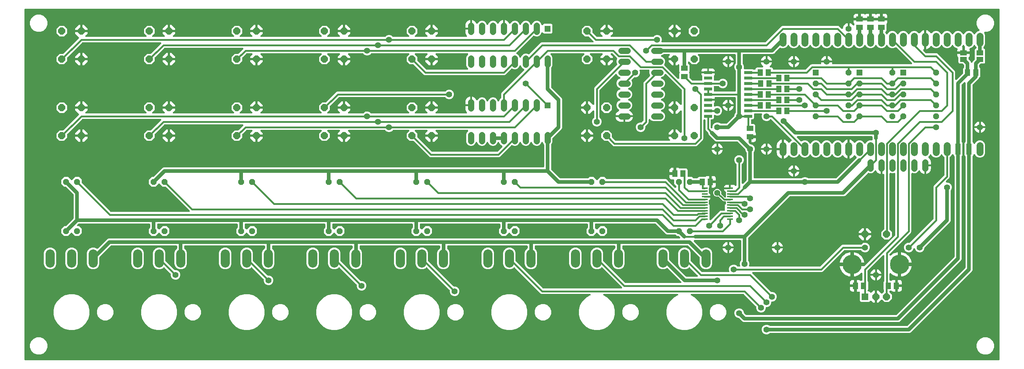
<source format=gbr>
G04 EAGLE Gerber RS-274X export*
G75*
%MOMM*%
%FSLAX34Y34*%
%LPD*%
%INBottom Copper*%
%IPPOS*%
%AMOC8*
5,1,8,0,0,1.08239X$1,22.5*%
G01*
%ADD10R,1.500000X1.300000*%
%ADD11R,1.300000X1.500000*%
%ADD12R,1.850000X0.650000*%
%ADD13R,1.450000X0.450000*%
%ADD14P,1.539592X8X22.500000*%
%ADD15P,1.539592X8X202.500000*%
%ADD16R,1.422400X1.422400*%
%ADD17C,2.100000*%
%ADD18P,1.759533X8X292.500000*%
%ADD19P,1.759533X8X112.500000*%
%ADD20R,1.609600X1.609600*%
%ADD21P,1.742215X8X22.500000*%
%ADD22C,4.500000*%
%ADD23C,1.422400*%
%ADD24C,1.609600*%
%ADD25R,1.270000X2.540000*%
%ADD26R,1.600200X1.168400*%
%ADD27C,1.400000*%
%ADD28C,0.406400*%
%ADD29C,0.812800*%

G36*
X2266460Y4829D02*
X2266460Y4829D01*
X2266478Y4827D01*
X2266660Y4848D01*
X2266843Y4867D01*
X2266860Y4872D01*
X2266877Y4874D01*
X2267052Y4931D01*
X2267228Y4985D01*
X2267243Y4993D01*
X2267260Y4999D01*
X2267420Y5089D01*
X2267582Y5177D01*
X2267595Y5188D01*
X2267611Y5197D01*
X2267750Y5317D01*
X2267891Y5434D01*
X2267902Y5448D01*
X2267916Y5460D01*
X2268028Y5605D01*
X2268143Y5748D01*
X2268151Y5764D01*
X2268162Y5778D01*
X2268244Y5943D01*
X2268329Y6105D01*
X2268334Y6122D01*
X2268342Y6138D01*
X2268389Y6317D01*
X2268440Y6492D01*
X2268442Y6510D01*
X2268446Y6527D01*
X2268473Y6858D01*
X2268473Y818642D01*
X2268471Y818660D01*
X2268473Y818678D01*
X2268452Y818860D01*
X2268433Y819043D01*
X2268428Y819060D01*
X2268426Y819077D01*
X2268369Y819252D01*
X2268315Y819428D01*
X2268307Y819443D01*
X2268301Y819460D01*
X2268211Y819620D01*
X2268123Y819782D01*
X2268112Y819795D01*
X2268103Y819811D01*
X2267983Y819950D01*
X2267866Y820091D01*
X2267852Y820102D01*
X2267840Y820116D01*
X2267695Y820228D01*
X2267552Y820343D01*
X2267536Y820351D01*
X2267522Y820362D01*
X2267357Y820444D01*
X2267195Y820529D01*
X2267178Y820534D01*
X2267162Y820542D01*
X2266983Y820589D01*
X2266808Y820640D01*
X2266790Y820642D01*
X2266773Y820646D01*
X2266442Y820673D01*
X6858Y820673D01*
X6840Y820671D01*
X6822Y820673D01*
X6640Y820652D01*
X6457Y820633D01*
X6440Y820628D01*
X6423Y820626D01*
X6248Y820569D01*
X6072Y820515D01*
X6057Y820507D01*
X6040Y820501D01*
X5880Y820411D01*
X5718Y820323D01*
X5705Y820312D01*
X5689Y820303D01*
X5550Y820183D01*
X5409Y820066D01*
X5398Y820052D01*
X5384Y820040D01*
X5272Y819895D01*
X5157Y819752D01*
X5149Y819736D01*
X5138Y819722D01*
X5056Y819557D01*
X4971Y819395D01*
X4966Y819378D01*
X4958Y819362D01*
X4911Y819183D01*
X4860Y819008D01*
X4858Y818990D01*
X4854Y818973D01*
X4827Y818642D01*
X4827Y6858D01*
X4829Y6840D01*
X4827Y6822D01*
X4848Y6640D01*
X4867Y6457D01*
X4872Y6440D01*
X4874Y6423D01*
X4931Y6248D01*
X4985Y6072D01*
X4993Y6057D01*
X4999Y6040D01*
X5089Y5880D01*
X5177Y5718D01*
X5188Y5705D01*
X5197Y5689D01*
X5317Y5550D01*
X5434Y5409D01*
X5448Y5398D01*
X5460Y5384D01*
X5605Y5272D01*
X5748Y5157D01*
X5764Y5149D01*
X5778Y5138D01*
X5943Y5056D01*
X6105Y4971D01*
X6122Y4966D01*
X6138Y4958D01*
X6317Y4911D01*
X6492Y4860D01*
X6510Y4858D01*
X6527Y4854D01*
X6858Y4827D01*
X2266442Y4827D01*
X2266460Y4829D01*
G37*
%LPC*%
G36*
X1724999Y65135D02*
X1724999Y65135D01*
X1720932Y66820D01*
X1717820Y69932D01*
X1716135Y73999D01*
X1716135Y78401D01*
X1717820Y82468D01*
X1720932Y85580D01*
X1722512Y86235D01*
X1722513Y86235D01*
X1724999Y87265D01*
X1729401Y87265D01*
X1733468Y85580D01*
X1734124Y84924D01*
X1734145Y84907D01*
X1734162Y84886D01*
X1734300Y84779D01*
X1734436Y84669D01*
X1734459Y84656D01*
X1734481Y84640D01*
X1734637Y84562D01*
X1734791Y84480D01*
X1734817Y84472D01*
X1734841Y84460D01*
X1735010Y84415D01*
X1735177Y84365D01*
X1735204Y84363D01*
X1735230Y84356D01*
X1735561Y84329D01*
X2053192Y84329D01*
X2053218Y84331D01*
X2053245Y84329D01*
X2053419Y84351D01*
X2053592Y84369D01*
X2053618Y84376D01*
X2053644Y84380D01*
X2053810Y84435D01*
X2053977Y84487D01*
X2054001Y84500D01*
X2054026Y84508D01*
X2054178Y84595D01*
X2054331Y84679D01*
X2054352Y84696D01*
X2054375Y84709D01*
X2054628Y84924D01*
X2188376Y218672D01*
X2188393Y218693D01*
X2188414Y218710D01*
X2188521Y218848D01*
X2188631Y218984D01*
X2188644Y219007D01*
X2188660Y219028D01*
X2188738Y219185D01*
X2188820Y219339D01*
X2188828Y219365D01*
X2188840Y219389D01*
X2188885Y219558D01*
X2188935Y219725D01*
X2188937Y219752D01*
X2188944Y219778D01*
X2188971Y220108D01*
X2188971Y477789D01*
X2188969Y477816D01*
X2188971Y477842D01*
X2188949Y478016D01*
X2188931Y478190D01*
X2188924Y478215D01*
X2188920Y478242D01*
X2188864Y478408D01*
X2188813Y478575D01*
X2188800Y478598D01*
X2188792Y478623D01*
X2188705Y478775D01*
X2188621Y478929D01*
X2188604Y478949D01*
X2188591Y478972D01*
X2188376Y479225D01*
X2187304Y480297D01*
X2186685Y481791D01*
X2186685Y508809D01*
X2187304Y510303D01*
X2188376Y511375D01*
X2188393Y511395D01*
X2188414Y511413D01*
X2188521Y511551D01*
X2188631Y511686D01*
X2188644Y511710D01*
X2188660Y511731D01*
X2188738Y511888D01*
X2188820Y512042D01*
X2188828Y512067D01*
X2188840Y512092D01*
X2188885Y512260D01*
X2188935Y512428D01*
X2188937Y512454D01*
X2188944Y512480D01*
X2188971Y512811D01*
X2188971Y648572D01*
X2188970Y648580D01*
X2188971Y648589D01*
X2188950Y648781D01*
X2188931Y648972D01*
X2188929Y648981D01*
X2188928Y648990D01*
X2188870Y649172D01*
X2188813Y649357D01*
X2188809Y649365D01*
X2188806Y649374D01*
X2188713Y649542D01*
X2188621Y649711D01*
X2188616Y649718D01*
X2188611Y649726D01*
X2188487Y649873D01*
X2188364Y650020D01*
X2188357Y650026D01*
X2188351Y650033D01*
X2188200Y650152D01*
X2188050Y650273D01*
X2188042Y650277D01*
X2188035Y650282D01*
X2187862Y650370D01*
X2187693Y650458D01*
X2187684Y650461D01*
X2187676Y650465D01*
X2187490Y650517D01*
X2187306Y650570D01*
X2187297Y650570D01*
X2187288Y650573D01*
X2187095Y650587D01*
X2186904Y650603D01*
X2186896Y650602D01*
X2186887Y650602D01*
X2186694Y650578D01*
X2186505Y650556D01*
X2186496Y650553D01*
X2186487Y650552D01*
X2186304Y650490D01*
X2186122Y650431D01*
X2186114Y650426D01*
X2186106Y650424D01*
X2185938Y650327D01*
X2185771Y650233D01*
X2185764Y650227D01*
X2185757Y650223D01*
X2185504Y650008D01*
X2180424Y644928D01*
X2180407Y644907D01*
X2180386Y644890D01*
X2180280Y644752D01*
X2180169Y644616D01*
X2180156Y644593D01*
X2180140Y644572D01*
X2180062Y644415D01*
X2179980Y644261D01*
X2179972Y644235D01*
X2179960Y644211D01*
X2179915Y644042D01*
X2179865Y643875D01*
X2179863Y643848D01*
X2179856Y643822D01*
X2179829Y643492D01*
X2179829Y512811D01*
X2179831Y512784D01*
X2179829Y512758D01*
X2179851Y512584D01*
X2179869Y512410D01*
X2179876Y512385D01*
X2179880Y512358D01*
X2179935Y512193D01*
X2179987Y512026D01*
X2180000Y512002D01*
X2180008Y511977D01*
X2180095Y511825D01*
X2180179Y511671D01*
X2180196Y511651D01*
X2180209Y511628D01*
X2180424Y511375D01*
X2181496Y510302D01*
X2182115Y508809D01*
X2182115Y481791D01*
X2181496Y480298D01*
X2180424Y479225D01*
X2180407Y479205D01*
X2180386Y479187D01*
X2180279Y479049D01*
X2180169Y478914D01*
X2180156Y478890D01*
X2180140Y478869D01*
X2180062Y478712D01*
X2179980Y478558D01*
X2179972Y478533D01*
X2179960Y478508D01*
X2179915Y478339D01*
X2179865Y478172D01*
X2179863Y478146D01*
X2179856Y478120D01*
X2179829Y477789D01*
X2179829Y239683D01*
X2178591Y236695D01*
X2176019Y234123D01*
X2036605Y94709D01*
X2034999Y94044D01*
X2033617Y93471D01*
X1674783Y93471D01*
X1671795Y94709D01*
X1663864Y102640D01*
X1663843Y102657D01*
X1663826Y102678D01*
X1663688Y102785D01*
X1663552Y102895D01*
X1663529Y102908D01*
X1663508Y102924D01*
X1663351Y103002D01*
X1663197Y103084D01*
X1663171Y103092D01*
X1663147Y103104D01*
X1662978Y103149D01*
X1662811Y103199D01*
X1662784Y103201D01*
X1662758Y103208D01*
X1662428Y103235D01*
X1661499Y103235D01*
X1657432Y104920D01*
X1654320Y108032D01*
X1652635Y112099D01*
X1652635Y116501D01*
X1654320Y120568D01*
X1657432Y123680D01*
X1661499Y125365D01*
X1665901Y125365D01*
X1669968Y123680D01*
X1673080Y120568D01*
X1674765Y116501D01*
X1674765Y115572D01*
X1674767Y115546D01*
X1674765Y115519D01*
X1674787Y115345D01*
X1674805Y115172D01*
X1674812Y115146D01*
X1674816Y115120D01*
X1674871Y114954D01*
X1674923Y114787D01*
X1674936Y114763D01*
X1674944Y114738D01*
X1675031Y114586D01*
X1675115Y114433D01*
X1675132Y114412D01*
X1675145Y114389D01*
X1675360Y114136D01*
X1679172Y110324D01*
X1679193Y110307D01*
X1679210Y110286D01*
X1679348Y110179D01*
X1679484Y110069D01*
X1679507Y110056D01*
X1679528Y110040D01*
X1679685Y109962D01*
X1679839Y109880D01*
X1679865Y109872D01*
X1679889Y109860D01*
X1680058Y109815D01*
X1680225Y109765D01*
X1680252Y109763D01*
X1680278Y109756D01*
X1680608Y109729D01*
X2027792Y109729D01*
X2027818Y109731D01*
X2027845Y109729D01*
X2028019Y109751D01*
X2028192Y109769D01*
X2028218Y109776D01*
X2028244Y109780D01*
X2028410Y109835D01*
X2028577Y109887D01*
X2028601Y109900D01*
X2028626Y109908D01*
X2028778Y109995D01*
X2028931Y110079D01*
X2028952Y110096D01*
X2028975Y110109D01*
X2029228Y110324D01*
X2162976Y244072D01*
X2162993Y244093D01*
X2163014Y244110D01*
X2163121Y244248D01*
X2163231Y244384D01*
X2163244Y244407D01*
X2163260Y244428D01*
X2163338Y244585D01*
X2163420Y244739D01*
X2163428Y244765D01*
X2163440Y244789D01*
X2163485Y244958D01*
X2163535Y245125D01*
X2163537Y245152D01*
X2163544Y245178D01*
X2163571Y245508D01*
X2163571Y477789D01*
X2163569Y477816D01*
X2163571Y477842D01*
X2163549Y478016D01*
X2163531Y478190D01*
X2163524Y478215D01*
X2163520Y478242D01*
X2163465Y478407D01*
X2163413Y478574D01*
X2163400Y478598D01*
X2163392Y478623D01*
X2163305Y478775D01*
X2163221Y478929D01*
X2163204Y478949D01*
X2163191Y478972D01*
X2162976Y479225D01*
X2161904Y480298D01*
X2161256Y481863D01*
X2161245Y481966D01*
X2161244Y481971D01*
X2161244Y481975D01*
X2161185Y482163D01*
X2161127Y482351D01*
X2161125Y482355D01*
X2161124Y482360D01*
X2161029Y482533D01*
X2160935Y482705D01*
X2160933Y482709D01*
X2160930Y482713D01*
X2160802Y482866D01*
X2160678Y483015D01*
X2160674Y483017D01*
X2160671Y483021D01*
X2160515Y483146D01*
X2160364Y483267D01*
X2160360Y483269D01*
X2160357Y483272D01*
X2160176Y483364D01*
X2160007Y483452D01*
X2160002Y483454D01*
X2159998Y483456D01*
X2159808Y483510D01*
X2159620Y483564D01*
X2159615Y483564D01*
X2159611Y483565D01*
X2159419Y483580D01*
X2159218Y483597D01*
X2159214Y483596D01*
X2159210Y483597D01*
X2159016Y483573D01*
X2158819Y483550D01*
X2158814Y483548D01*
X2158810Y483548D01*
X2158625Y483487D01*
X2158436Y483425D01*
X2158432Y483423D01*
X2158428Y483421D01*
X2158259Y483325D01*
X2158085Y483227D01*
X2158082Y483224D01*
X2158078Y483222D01*
X2157929Y483092D01*
X2157781Y482964D01*
X2157778Y482960D01*
X2157774Y482957D01*
X2157654Y482800D01*
X2157534Y482646D01*
X2157532Y482642D01*
X2157529Y482638D01*
X2157377Y482343D01*
X2156569Y480391D01*
X2152992Y476814D01*
X2152975Y476793D01*
X2152954Y476776D01*
X2152847Y476638D01*
X2152737Y476502D01*
X2152724Y476479D01*
X2152708Y476457D01*
X2152630Y476301D01*
X2152548Y476147D01*
X2152540Y476121D01*
X2152528Y476097D01*
X2152483Y475928D01*
X2152433Y475761D01*
X2152431Y475734D01*
X2152424Y475708D01*
X2152397Y475377D01*
X2152397Y430587D01*
X2151469Y428346D01*
X2149468Y426346D01*
X2144054Y420932D01*
X2144049Y420925D01*
X2144042Y420920D01*
X2143922Y420770D01*
X2143799Y420621D01*
X2143795Y420613D01*
X2143790Y420606D01*
X2143701Y420435D01*
X2143611Y420265D01*
X2143608Y420257D01*
X2143604Y420249D01*
X2143551Y420063D01*
X2143496Y419879D01*
X2143495Y419870D01*
X2143493Y419862D01*
X2143477Y419670D01*
X2143459Y419478D01*
X2143460Y419469D01*
X2143460Y419460D01*
X2143482Y419271D01*
X2143503Y419078D01*
X2143506Y419069D01*
X2143507Y419061D01*
X2143566Y418879D01*
X2143624Y418694D01*
X2143629Y418686D01*
X2143631Y418678D01*
X2143727Y418509D01*
X2143819Y418342D01*
X2143825Y418335D01*
X2143829Y418327D01*
X2143955Y418181D01*
X2144080Y418035D01*
X2144087Y418029D01*
X2144093Y418022D01*
X2144244Y417905D01*
X2144396Y417785D01*
X2144404Y417781D01*
X2144411Y417776D01*
X2144583Y417690D01*
X2144755Y417603D01*
X2144763Y417600D01*
X2144771Y417596D01*
X2144958Y417546D01*
X2145142Y417495D01*
X2145151Y417494D01*
X2145160Y417492D01*
X2145491Y417465D01*
X2148501Y417465D01*
X2152568Y415780D01*
X2155680Y412668D01*
X2157365Y408601D01*
X2157365Y404199D01*
X2155680Y400132D01*
X2155024Y399476D01*
X2155007Y399455D01*
X2154986Y399438D01*
X2154879Y399300D01*
X2154769Y399164D01*
X2154756Y399141D01*
X2154740Y399119D01*
X2154662Y398963D01*
X2154580Y398809D01*
X2154572Y398783D01*
X2154560Y398759D01*
X2154515Y398590D01*
X2154465Y398423D01*
X2154463Y398396D01*
X2154456Y398370D01*
X2154429Y398039D01*
X2154429Y328583D01*
X2153191Y325595D01*
X2150619Y323023D01*
X2094460Y266864D01*
X2094443Y266843D01*
X2094422Y266826D01*
X2094315Y266688D01*
X2094205Y266552D01*
X2094192Y266529D01*
X2094176Y266508D01*
X2094098Y266351D01*
X2094016Y266197D01*
X2094008Y266171D01*
X2093996Y266147D01*
X2093951Y265978D01*
X2093901Y265811D01*
X2093899Y265784D01*
X2093892Y265758D01*
X2093865Y265428D01*
X2093865Y264499D01*
X2092180Y260432D01*
X2089068Y257320D01*
X2087194Y256544D01*
X2085001Y255635D01*
X2080599Y255635D01*
X2076532Y257320D01*
X2073420Y260432D01*
X2071977Y263916D01*
X2071972Y263924D01*
X2071970Y263933D01*
X2071877Y264103D01*
X2071786Y264271D01*
X2071781Y264278D01*
X2071776Y264286D01*
X2071652Y264434D01*
X2071530Y264582D01*
X2071523Y264587D01*
X2071517Y264594D01*
X2071367Y264714D01*
X2071217Y264835D01*
X2071209Y264840D01*
X2071202Y264845D01*
X2071032Y264933D01*
X2070861Y265022D01*
X2070852Y265025D01*
X2070844Y265029D01*
X2070660Y265081D01*
X2070474Y265136D01*
X2070465Y265136D01*
X2070457Y265139D01*
X2070266Y265154D01*
X2070073Y265170D01*
X2070064Y265169D01*
X2070056Y265170D01*
X2069864Y265147D01*
X2069673Y265125D01*
X2069665Y265122D01*
X2069656Y265121D01*
X2069473Y265061D01*
X2069290Y265002D01*
X2069282Y264997D01*
X2069274Y264995D01*
X2069106Y264899D01*
X2068938Y264805D01*
X2068932Y264800D01*
X2068924Y264795D01*
X2068777Y264667D01*
X2068633Y264544D01*
X2068627Y264537D01*
X2068620Y264531D01*
X2068503Y264379D01*
X2068384Y264227D01*
X2068380Y264219D01*
X2068375Y264212D01*
X2068223Y263916D01*
X2066780Y260432D01*
X2063668Y257320D01*
X2061794Y256544D01*
X2059601Y255635D01*
X2055199Y255635D01*
X2051132Y257320D01*
X2048020Y260432D01*
X2046335Y264499D01*
X2046335Y268901D01*
X2048020Y272968D01*
X2051132Y276080D01*
X2053769Y277172D01*
X2055199Y277765D01*
X2059001Y277765D01*
X2059028Y277767D01*
X2059055Y277765D01*
X2059228Y277787D01*
X2059402Y277805D01*
X2059427Y277812D01*
X2059454Y277816D01*
X2059620Y277871D01*
X2059787Y277923D01*
X2059810Y277936D01*
X2059836Y277944D01*
X2059987Y278031D01*
X2060141Y278115D01*
X2060161Y278132D01*
X2060185Y278145D01*
X2060438Y278360D01*
X2114208Y332130D01*
X2114225Y332151D01*
X2114246Y332169D01*
X2114353Y332307D01*
X2114463Y332442D01*
X2114476Y332466D01*
X2114492Y332487D01*
X2114570Y332644D01*
X2114652Y332798D01*
X2114660Y332823D01*
X2114672Y332847D01*
X2114717Y333017D01*
X2114767Y333184D01*
X2114769Y333210D01*
X2114776Y333236D01*
X2114803Y333567D01*
X2114803Y407613D01*
X2115731Y409854D01*
X2139608Y433730D01*
X2139625Y433751D01*
X2139646Y433769D01*
X2139753Y433907D01*
X2139863Y434042D01*
X2139876Y434066D01*
X2139892Y434087D01*
X2139970Y434244D01*
X2140052Y434398D01*
X2140060Y434423D01*
X2140072Y434447D01*
X2140117Y434617D01*
X2140167Y434784D01*
X2140169Y434810D01*
X2140176Y434836D01*
X2140203Y435167D01*
X2140203Y475377D01*
X2140201Y475404D01*
X2140203Y475431D01*
X2140181Y475605D01*
X2140163Y475778D01*
X2140156Y475804D01*
X2140152Y475830D01*
X2140096Y475996D01*
X2140045Y476163D01*
X2140032Y476187D01*
X2140024Y476212D01*
X2139937Y476363D01*
X2139853Y476517D01*
X2139836Y476537D01*
X2139823Y476561D01*
X2139608Y476814D01*
X2136031Y480391D01*
X2135477Y481730D01*
X2135472Y481738D01*
X2135470Y481746D01*
X2135376Y481917D01*
X2135286Y482085D01*
X2135281Y482092D01*
X2135276Y482099D01*
X2135152Y482248D01*
X2135030Y482395D01*
X2135023Y482401D01*
X2135017Y482408D01*
X2134867Y482528D01*
X2134717Y482649D01*
X2134709Y482653D01*
X2134702Y482659D01*
X2134530Y482747D01*
X2134361Y482836D01*
X2134352Y482838D01*
X2134344Y482842D01*
X2134157Y482895D01*
X2133974Y482949D01*
X2133966Y482950D01*
X2133957Y482952D01*
X2133764Y482967D01*
X2133573Y482984D01*
X2133564Y482983D01*
X2133556Y482983D01*
X2133364Y482960D01*
X2133173Y482938D01*
X2133165Y482936D01*
X2133156Y482935D01*
X2132973Y482874D01*
X2132790Y482815D01*
X2132782Y482811D01*
X2132774Y482808D01*
X2132607Y482713D01*
X2132438Y482619D01*
X2132432Y482613D01*
X2132424Y482609D01*
X2132278Y482482D01*
X2132133Y482357D01*
X2132127Y482350D01*
X2132120Y482344D01*
X2132002Y482191D01*
X2131884Y482040D01*
X2131880Y482032D01*
X2131875Y482025D01*
X2131723Y481730D01*
X2131169Y480391D01*
X2127761Y476983D01*
X2123309Y475139D01*
X2118491Y475139D01*
X2114039Y476983D01*
X2110631Y480391D01*
X2110077Y481730D01*
X2110072Y481738D01*
X2110070Y481746D01*
X2109976Y481917D01*
X2109886Y482085D01*
X2109881Y482092D01*
X2109876Y482099D01*
X2109752Y482248D01*
X2109630Y482395D01*
X2109623Y482401D01*
X2109617Y482408D01*
X2109467Y482528D01*
X2109317Y482649D01*
X2109309Y482653D01*
X2109302Y482659D01*
X2109130Y482747D01*
X2108961Y482836D01*
X2108952Y482838D01*
X2108944Y482842D01*
X2108757Y482895D01*
X2108574Y482949D01*
X2108566Y482950D01*
X2108557Y482952D01*
X2108364Y482967D01*
X2108173Y482984D01*
X2108164Y482983D01*
X2108156Y482983D01*
X2107964Y482960D01*
X2107773Y482938D01*
X2107765Y482936D01*
X2107756Y482935D01*
X2107573Y482874D01*
X2107390Y482815D01*
X2107382Y482811D01*
X2107374Y482808D01*
X2107207Y482713D01*
X2107038Y482619D01*
X2107032Y482613D01*
X2107024Y482609D01*
X2106878Y482482D01*
X2106733Y482357D01*
X2106727Y482350D01*
X2106720Y482344D01*
X2106602Y482191D01*
X2106484Y482040D01*
X2106480Y482032D01*
X2106475Y482025D01*
X2106323Y481730D01*
X2105769Y480391D01*
X2103273Y477895D01*
X2103161Y477758D01*
X2103045Y477624D01*
X2103033Y477602D01*
X2103018Y477584D01*
X2102935Y477427D01*
X2102848Y477273D01*
X2102841Y477249D01*
X2102829Y477228D01*
X2102779Y477058D01*
X2102724Y476890D01*
X2102721Y476865D01*
X2102715Y476842D01*
X2102698Y476665D01*
X2102678Y476490D01*
X2102680Y476465D01*
X2102678Y476441D01*
X2102697Y476264D01*
X2102712Y476088D01*
X2102719Y476065D01*
X2102722Y476041D01*
X2102775Y475871D01*
X2102824Y475702D01*
X2102836Y475680D01*
X2102843Y475657D01*
X2102929Y475502D01*
X2103011Y475345D01*
X2103026Y475326D01*
X2103038Y475304D01*
X2103152Y475170D01*
X2103264Y475032D01*
X2103284Y475014D01*
X2103298Y474997D01*
X2103363Y474947D01*
X2103515Y474815D01*
X2104105Y474387D01*
X2105575Y472917D01*
X2106797Y471235D01*
X2107741Y469382D01*
X2108383Y467405D01*
X2108709Y465352D01*
X2108709Y459231D01*
X2095500Y459231D01*
X2095483Y459230D01*
X2095465Y459231D01*
X2095282Y459210D01*
X2095100Y459191D01*
X2095083Y459186D01*
X2095065Y459184D01*
X2094890Y459127D01*
X2094715Y459073D01*
X2094699Y459065D01*
X2094682Y459059D01*
X2094522Y458969D01*
X2094361Y458882D01*
X2094347Y458870D01*
X2094332Y458861D01*
X2094192Y458741D01*
X2094052Y458624D01*
X2094051Y458624D01*
X2094051Y458623D01*
X2094040Y458610D01*
X2094027Y458598D01*
X2094026Y458598D01*
X2093914Y458453D01*
X2093799Y458310D01*
X2093790Y458294D01*
X2093780Y458280D01*
X2093698Y458115D01*
X2093613Y457952D01*
X2093608Y457935D01*
X2093600Y457919D01*
X2093552Y457741D01*
X2093502Y457565D01*
X2093500Y457548D01*
X2093496Y457530D01*
X2093469Y457200D01*
X2093469Y437036D01*
X2092407Y437205D01*
X2090430Y437847D01*
X2088577Y438791D01*
X2086895Y440013D01*
X2085425Y441483D01*
X2084203Y443165D01*
X2083515Y444514D01*
X2083445Y444624D01*
X2083382Y444739D01*
X2083336Y444793D01*
X2083298Y444853D01*
X2083207Y444947D01*
X2083123Y445047D01*
X2083067Y445091D01*
X2083018Y445143D01*
X2082910Y445217D01*
X2082808Y445298D01*
X2082745Y445331D01*
X2082686Y445371D01*
X2082566Y445422D01*
X2082450Y445482D01*
X2082382Y445501D01*
X2082316Y445529D01*
X2082189Y445556D01*
X2082062Y445592D01*
X2081992Y445597D01*
X2081922Y445612D01*
X2081791Y445613D01*
X2081661Y445623D01*
X2081591Y445614D01*
X2081520Y445615D01*
X2081391Y445590D01*
X2081261Y445574D01*
X2081194Y445552D01*
X2081124Y445538D01*
X2081003Y445489D01*
X2080879Y445448D01*
X2080817Y445413D01*
X2080752Y445386D01*
X2080643Y445313D01*
X2080529Y445248D01*
X2080476Y445202D01*
X2080417Y445162D01*
X2080325Y445070D01*
X2080226Y444984D01*
X2080183Y444927D01*
X2080132Y444877D01*
X2080060Y444768D01*
X2079980Y444665D01*
X2079943Y444592D01*
X2079910Y444542D01*
X2079881Y444471D01*
X2079829Y444369D01*
X2079575Y443757D01*
X2076431Y440613D01*
X2073397Y439356D01*
X2072323Y438911D01*
X2067877Y438911D01*
X2066305Y439562D01*
X2066292Y439566D01*
X2066281Y439572D01*
X2066101Y439624D01*
X2065920Y439679D01*
X2065907Y439680D01*
X2065894Y439684D01*
X2065706Y439699D01*
X2065519Y439717D01*
X2065506Y439715D01*
X2065492Y439717D01*
X2065305Y439695D01*
X2065119Y439675D01*
X2065106Y439671D01*
X2065093Y439670D01*
X2064913Y439611D01*
X2064734Y439555D01*
X2064723Y439549D01*
X2064710Y439545D01*
X2064545Y439452D01*
X2064381Y439362D01*
X2064371Y439353D01*
X2064359Y439347D01*
X2064217Y439224D01*
X2064073Y439103D01*
X2064065Y439092D01*
X2064054Y439084D01*
X2063939Y438935D01*
X2063822Y438788D01*
X2063816Y438776D01*
X2063808Y438766D01*
X2063724Y438597D01*
X2063638Y438430D01*
X2063634Y438417D01*
X2063628Y438405D01*
X2063579Y438222D01*
X2063528Y438043D01*
X2063527Y438029D01*
X2063524Y438016D01*
X2063497Y437686D01*
X2063497Y303587D01*
X2062569Y301346D01*
X2013292Y252070D01*
X2013275Y252049D01*
X2013254Y252031D01*
X2013147Y251893D01*
X2013037Y251758D01*
X2013024Y251734D01*
X2013008Y251713D01*
X2012930Y251556D01*
X2012848Y251402D01*
X2012840Y251377D01*
X2012828Y251353D01*
X2012783Y251183D01*
X2012733Y251016D01*
X2012731Y250990D01*
X2012724Y250964D01*
X2012697Y250633D01*
X2012697Y249642D01*
X2012698Y249634D01*
X2012697Y249625D01*
X2012717Y249434D01*
X2012737Y249242D01*
X2012739Y249233D01*
X2012740Y249224D01*
X2012798Y249041D01*
X2012855Y248857D01*
X2012859Y248849D01*
X2012862Y248841D01*
X2012955Y248672D01*
X2013047Y248503D01*
X2013052Y248496D01*
X2013057Y248488D01*
X2013181Y248342D01*
X2013304Y248194D01*
X2013311Y248188D01*
X2013317Y248181D01*
X2013468Y248062D01*
X2013618Y247941D01*
X2013626Y247937D01*
X2013633Y247932D01*
X2013805Y247844D01*
X2013975Y247756D01*
X2013984Y247753D01*
X2013992Y247749D01*
X2014177Y247698D01*
X2014362Y247644D01*
X2014371Y247644D01*
X2014380Y247641D01*
X2014572Y247627D01*
X2014764Y247612D01*
X2014772Y247613D01*
X2014781Y247612D01*
X2014973Y247636D01*
X2015163Y247658D01*
X2015172Y247661D01*
X2015181Y247662D01*
X2015363Y247724D01*
X2015546Y247783D01*
X2015554Y247788D01*
X2015562Y247791D01*
X2015730Y247887D01*
X2015897Y247981D01*
X2015904Y247987D01*
X2015911Y247992D01*
X2016164Y248206D01*
X2016715Y248757D01*
X2019226Y250759D01*
X2021945Y252468D01*
X2024839Y253862D01*
X2027871Y254922D01*
X2031002Y255637D01*
X2031737Y255720D01*
X2031737Y229432D01*
X2031739Y229414D01*
X2031737Y229397D01*
X2031758Y229214D01*
X2031777Y229032D01*
X2031782Y229014D01*
X2031784Y228997D01*
X2031841Y228822D01*
X2031895Y228647D01*
X2031903Y228631D01*
X2031909Y228614D01*
X2031999Y228454D01*
X2032087Y228293D01*
X2032098Y228279D01*
X2032107Y228263D01*
X2032227Y228124D01*
X2032344Y227983D01*
X2032358Y227972D01*
X2032370Y227959D01*
X2032515Y227846D01*
X2032658Y227731D01*
X2032674Y227723D01*
X2032688Y227712D01*
X2032853Y227630D01*
X2033015Y227545D01*
X2033032Y227541D01*
X2033049Y227533D01*
X2033227Y227485D01*
X2033402Y227434D01*
X2033420Y227433D01*
X2033437Y227428D01*
X2033768Y227401D01*
X2035801Y227401D01*
X2035801Y227399D01*
X2033768Y227399D01*
X2033750Y227397D01*
X2033732Y227399D01*
X2033550Y227377D01*
X2033367Y227359D01*
X2033350Y227354D01*
X2033333Y227352D01*
X2033158Y227295D01*
X2032982Y227241D01*
X2032967Y227233D01*
X2032950Y227227D01*
X2032790Y227137D01*
X2032628Y227049D01*
X2032615Y227038D01*
X2032599Y227029D01*
X2032460Y226909D01*
X2032319Y226792D01*
X2032308Y226778D01*
X2032295Y226766D01*
X2032182Y226621D01*
X2032067Y226478D01*
X2032059Y226462D01*
X2032048Y226448D01*
X2031966Y226283D01*
X2031881Y226120D01*
X2031876Y226103D01*
X2031868Y226087D01*
X2031821Y225909D01*
X2031770Y225734D01*
X2031768Y225716D01*
X2031764Y225699D01*
X2031737Y225368D01*
X2031737Y199080D01*
X2031002Y199163D01*
X2027871Y199878D01*
X2024839Y200938D01*
X2021945Y202332D01*
X2019226Y204041D01*
X2016715Y206043D01*
X2016164Y206594D01*
X2016157Y206600D01*
X2016152Y206606D01*
X2016003Y206726D01*
X2015853Y206849D01*
X2015845Y206853D01*
X2015838Y206859D01*
X2015669Y206946D01*
X2015497Y207038D01*
X2015488Y207040D01*
X2015481Y207044D01*
X2015297Y207097D01*
X2015111Y207152D01*
X2015102Y207153D01*
X2015094Y207156D01*
X2014903Y207171D01*
X2014710Y207189D01*
X2014701Y207188D01*
X2014692Y207188D01*
X2014503Y207166D01*
X2014310Y207145D01*
X2014301Y207143D01*
X2014293Y207142D01*
X2014110Y207082D01*
X2013926Y207024D01*
X2013918Y207019D01*
X2013910Y207017D01*
X2013741Y206922D01*
X2013574Y206829D01*
X2013567Y206823D01*
X2013559Y206819D01*
X2013414Y206693D01*
X2013267Y206569D01*
X2013261Y206561D01*
X2013254Y206556D01*
X2013137Y206404D01*
X2013017Y206253D01*
X2013013Y206245D01*
X2013008Y206238D01*
X2012921Y206064D01*
X2012835Y205894D01*
X2012832Y205885D01*
X2012828Y205877D01*
X2012778Y205689D01*
X2012727Y205506D01*
X2012726Y205497D01*
X2012724Y205488D01*
X2012697Y205158D01*
X2012697Y191396D01*
X2012699Y191378D01*
X2012697Y191360D01*
X2012718Y191178D01*
X2012737Y190995D01*
X2012742Y190978D01*
X2012744Y190961D01*
X2012801Y190786D01*
X2012855Y190610D01*
X2012863Y190595D01*
X2012869Y190578D01*
X2012959Y190418D01*
X2013047Y190256D01*
X2013058Y190243D01*
X2013067Y190227D01*
X2013187Y190088D01*
X2013304Y189947D01*
X2013318Y189936D01*
X2013330Y189922D01*
X2013475Y189810D01*
X2013618Y189695D01*
X2013634Y189687D01*
X2013648Y189676D01*
X2013813Y189594D01*
X2013975Y189509D01*
X2013992Y189504D01*
X2014008Y189496D01*
X2014187Y189449D01*
X2014362Y189398D01*
X2014380Y189396D01*
X2014397Y189392D01*
X2014728Y189365D01*
X2016901Y189365D01*
X2016928Y189367D01*
X2016955Y189365D01*
X2017128Y189387D01*
X2017302Y189405D01*
X2017327Y189412D01*
X2017354Y189416D01*
X2017520Y189472D01*
X2017687Y189523D01*
X2017711Y189536D01*
X2017736Y189544D01*
X2017887Y189631D01*
X2018041Y189715D01*
X2018061Y189732D01*
X2018085Y189745D01*
X2018338Y189960D01*
X2018414Y190036D01*
X2019412Y190703D01*
X2020522Y191162D01*
X2021699Y191397D01*
X2025551Y191397D01*
X2025551Y179018D01*
X2025552Y179000D01*
X2025551Y178983D01*
X2025572Y178800D01*
X2025591Y178618D01*
X2025596Y178601D01*
X2025598Y178583D01*
X2025655Y178408D01*
X2025709Y178233D01*
X2025717Y178217D01*
X2025723Y178200D01*
X2025813Y178040D01*
X2025900Y177879D01*
X2025912Y177865D01*
X2025921Y177849D01*
X2025966Y177797D01*
X2025881Y177692D01*
X2025873Y177676D01*
X2025862Y177662D01*
X2025780Y177497D01*
X2025695Y177334D01*
X2025690Y177317D01*
X2025682Y177301D01*
X2025634Y177123D01*
X2025584Y176948D01*
X2025582Y176930D01*
X2025578Y176913D01*
X2025551Y176582D01*
X2025551Y164203D01*
X2021699Y164203D01*
X2020522Y164438D01*
X2019412Y164897D01*
X2018414Y165564D01*
X2018338Y165640D01*
X2018317Y165657D01*
X2018299Y165678D01*
X2018162Y165784D01*
X2018026Y165895D01*
X2018002Y165908D01*
X2017981Y165924D01*
X2017824Y166002D01*
X2017670Y166084D01*
X2017645Y166092D01*
X2017621Y166104D01*
X2017451Y166149D01*
X2017284Y166199D01*
X2017258Y166201D01*
X2017232Y166208D01*
X2016901Y166235D01*
X2013999Y166235D01*
X2013990Y166234D01*
X2013981Y166235D01*
X2013789Y166214D01*
X2013598Y166195D01*
X2013589Y166193D01*
X2013580Y166192D01*
X2013398Y166134D01*
X2013213Y166077D01*
X2013205Y166073D01*
X2013197Y166070D01*
X2013028Y165977D01*
X2012859Y165885D01*
X2012852Y165880D01*
X2012844Y165875D01*
X2012697Y165751D01*
X2012550Y165628D01*
X2012544Y165621D01*
X2012537Y165615D01*
X2012418Y165464D01*
X2012297Y165314D01*
X2012293Y165306D01*
X2012288Y165299D01*
X2012200Y165126D01*
X2012112Y164957D01*
X2012109Y164948D01*
X2012105Y164940D01*
X2012053Y164754D01*
X2012000Y164570D01*
X2012000Y164561D01*
X2011997Y164552D01*
X2011983Y164359D01*
X2011968Y164168D01*
X2011969Y164160D01*
X2011968Y164151D01*
X2011992Y163958D01*
X2012015Y163769D01*
X2012017Y163760D01*
X2012018Y163751D01*
X2012080Y163568D01*
X2012139Y163386D01*
X2012144Y163378D01*
X2012147Y163370D01*
X2012243Y163203D01*
X2012337Y163035D01*
X2012343Y163028D01*
X2012348Y163021D01*
X2012562Y162768D01*
X2017913Y157417D01*
X2017913Y147383D01*
X2010817Y140287D01*
X2000783Y140287D01*
X1996173Y144897D01*
X1996159Y144908D01*
X1996148Y144922D01*
X1996004Y145036D01*
X1995862Y145152D01*
X1995846Y145160D01*
X1995832Y145171D01*
X1995668Y145255D01*
X1995506Y145341D01*
X1995489Y145346D01*
X1995473Y145354D01*
X1995296Y145403D01*
X1995120Y145455D01*
X1995102Y145457D01*
X1995085Y145462D01*
X1994902Y145475D01*
X1994719Y145492D01*
X1994701Y145490D01*
X1994684Y145491D01*
X1994502Y145468D01*
X1994319Y145448D01*
X1994302Y145443D01*
X1994284Y145441D01*
X1994111Y145382D01*
X1993935Y145327D01*
X1993919Y145318D01*
X1993902Y145313D01*
X1993743Y145221D01*
X1993583Y145132D01*
X1993569Y145121D01*
X1993554Y145112D01*
X1993301Y144897D01*
X1986659Y138255D01*
X1983299Y138255D01*
X1983299Y151932D01*
X1983297Y151950D01*
X1983299Y151967D01*
X1983278Y152149D01*
X1983259Y152332D01*
X1983254Y152349D01*
X1983252Y152367D01*
X1983239Y152408D01*
X1983266Y152502D01*
X1983268Y152520D01*
X1983272Y152537D01*
X1983299Y152868D01*
X1983299Y166545D01*
X1986659Y166545D01*
X1993301Y159903D01*
X1993314Y159892D01*
X1993326Y159878D01*
X1993470Y159764D01*
X1993612Y159648D01*
X1993628Y159640D01*
X1993642Y159629D01*
X1993806Y159545D01*
X1993968Y159459D01*
X1993985Y159454D01*
X1994001Y159446D01*
X1994178Y159397D01*
X1994354Y159345D01*
X1994371Y159343D01*
X1994389Y159338D01*
X1994572Y159325D01*
X1994755Y159308D01*
X1994772Y159310D01*
X1994790Y159309D01*
X1994972Y159332D01*
X1995155Y159352D01*
X1995172Y159357D01*
X1995190Y159359D01*
X1995363Y159418D01*
X1995539Y159473D01*
X1995554Y159482D01*
X1995571Y159487D01*
X1995731Y159579D01*
X1995891Y159668D01*
X1995905Y159679D01*
X1995920Y159688D01*
X1996173Y159903D01*
X1999108Y162838D01*
X1999125Y162859D01*
X1999146Y162876D01*
X1999253Y163014D01*
X1999363Y163150D01*
X1999376Y163173D01*
X1999392Y163195D01*
X1999470Y163351D01*
X1999552Y163505D01*
X1999560Y163531D01*
X1999572Y163555D01*
X1999617Y163724D01*
X1999667Y163891D01*
X1999669Y163918D01*
X1999676Y163944D01*
X1999703Y164275D01*
X1999703Y167958D01*
X1999700Y167989D01*
X1999702Y168020D01*
X1999680Y168189D01*
X1999663Y168358D01*
X1999654Y168388D01*
X1999650Y168419D01*
X1999549Y168735D01*
X1999235Y169491D01*
X1999235Y186109D01*
X1999854Y187602D01*
X1999908Y187657D01*
X1999925Y187677D01*
X1999946Y187695D01*
X2000053Y187833D01*
X2000163Y187968D01*
X2000176Y187992D01*
X2000192Y188013D01*
X2000270Y188170D01*
X2000352Y188324D01*
X2000360Y188349D01*
X2000372Y188374D01*
X2000417Y188543D01*
X2000467Y188710D01*
X2000469Y188736D01*
X2000476Y188762D01*
X2000503Y189093D01*
X2000503Y247077D01*
X2000502Y247086D01*
X2000503Y247095D01*
X2000482Y247287D01*
X2000463Y247478D01*
X2000461Y247486D01*
X2000460Y247495D01*
X2000401Y247680D01*
X2000345Y247863D01*
X2000341Y247871D01*
X2000338Y247879D01*
X2000245Y248048D01*
X2000153Y248217D01*
X2000148Y248224D01*
X2000143Y248232D01*
X2000019Y248379D01*
X1999896Y248526D01*
X1999889Y248532D01*
X1999883Y248539D01*
X1999731Y248658D01*
X1999582Y248778D01*
X1999574Y248783D01*
X1999567Y248788D01*
X1999394Y248876D01*
X1999225Y248964D01*
X1999216Y248966D01*
X1999208Y248971D01*
X1999022Y249022D01*
X1998838Y249075D01*
X1998829Y249076D01*
X1998820Y249079D01*
X1998627Y249093D01*
X1998436Y249108D01*
X1998428Y249107D01*
X1998419Y249108D01*
X1998226Y249084D01*
X1998037Y249061D01*
X1998028Y249059D01*
X1998019Y249057D01*
X1997837Y248996D01*
X1997654Y248937D01*
X1997646Y248932D01*
X1997638Y248929D01*
X1997471Y248833D01*
X1997303Y248739D01*
X1997296Y248733D01*
X1997289Y248728D01*
X1997036Y248514D01*
X1962492Y213970D01*
X1962475Y213949D01*
X1962454Y213931D01*
X1962347Y213793D01*
X1962237Y213658D01*
X1962224Y213634D01*
X1962208Y213613D01*
X1962130Y213456D01*
X1962048Y213302D01*
X1962040Y213277D01*
X1962028Y213253D01*
X1961983Y213083D01*
X1961933Y212916D01*
X1961931Y212890D01*
X1961924Y212864D01*
X1961897Y212533D01*
X1961897Y189093D01*
X1961899Y189066D01*
X1961897Y189040D01*
X1961919Y188865D01*
X1961937Y188692D01*
X1961944Y188667D01*
X1961948Y188640D01*
X1962003Y188475D01*
X1962055Y188308D01*
X1962068Y188284D01*
X1962076Y188259D01*
X1962163Y188107D01*
X1962247Y187953D01*
X1962264Y187933D01*
X1962277Y187910D01*
X1962492Y187657D01*
X1962546Y187602D01*
X1963165Y186109D01*
X1963165Y169491D01*
X1962546Y167998D01*
X1962529Y167980D01*
X1962523Y167973D01*
X1962516Y167968D01*
X1962397Y167819D01*
X1962274Y167669D01*
X1962269Y167661D01*
X1962264Y167654D01*
X1962176Y167485D01*
X1962085Y167313D01*
X1962082Y167305D01*
X1962078Y167297D01*
X1962025Y167112D01*
X1961970Y166927D01*
X1961969Y166918D01*
X1961967Y166910D01*
X1961951Y166718D01*
X1961934Y166526D01*
X1961935Y166517D01*
X1961934Y166508D01*
X1961956Y166318D01*
X1961977Y166126D01*
X1961980Y166118D01*
X1961981Y166109D01*
X1962041Y165924D01*
X1962099Y165742D01*
X1962103Y165734D01*
X1962106Y165726D01*
X1962201Y165558D01*
X1962293Y165390D01*
X1962299Y165383D01*
X1962304Y165375D01*
X1962429Y165230D01*
X1962554Y165083D01*
X1962561Y165077D01*
X1962567Y165070D01*
X1962718Y164953D01*
X1962870Y164833D01*
X1962878Y164829D01*
X1962885Y164824D01*
X1963058Y164738D01*
X1963229Y164651D01*
X1963237Y164648D01*
X1963245Y164644D01*
X1963432Y164594D01*
X1963617Y164543D01*
X1963626Y164542D01*
X1963634Y164540D01*
X1963965Y164513D01*
X1964657Y164513D01*
X1966150Y163894D01*
X1967313Y162732D01*
X1967360Y162646D01*
X1967449Y162480D01*
X1967458Y162469D01*
X1967464Y162458D01*
X1967586Y162315D01*
X1967706Y162169D01*
X1967716Y162161D01*
X1967725Y162151D01*
X1967872Y162035D01*
X1968018Y161916D01*
X1968030Y161909D01*
X1968041Y161901D01*
X1968208Y161816D01*
X1968375Y161729D01*
X1968388Y161725D01*
X1968400Y161719D01*
X1968581Y161668D01*
X1968761Y161616D01*
X1968774Y161614D01*
X1968787Y161611D01*
X1968976Y161597D01*
X1969162Y161581D01*
X1969175Y161582D01*
X1969189Y161581D01*
X1969377Y161605D01*
X1969562Y161626D01*
X1969575Y161630D01*
X1969588Y161632D01*
X1969767Y161692D01*
X1969946Y161749D01*
X1969957Y161756D01*
X1969970Y161760D01*
X1970134Y161854D01*
X1970297Y161945D01*
X1970307Y161954D01*
X1970319Y161961D01*
X1970572Y162176D01*
X1974941Y166545D01*
X1978301Y166545D01*
X1978301Y152868D01*
X1978302Y152850D01*
X1978301Y152833D01*
X1978322Y152650D01*
X1978341Y152468D01*
X1978346Y152451D01*
X1978348Y152433D01*
X1978361Y152392D01*
X1978334Y152298D01*
X1978332Y152280D01*
X1978328Y152263D01*
X1978301Y151932D01*
X1978301Y138255D01*
X1974941Y138255D01*
X1970572Y142624D01*
X1970562Y142633D01*
X1970553Y142643D01*
X1970405Y142761D01*
X1970260Y142879D01*
X1970249Y142886D01*
X1970238Y142894D01*
X1970070Y142980D01*
X1969905Y143068D01*
X1969892Y143072D01*
X1969880Y143078D01*
X1969698Y143130D01*
X1969519Y143183D01*
X1969506Y143184D01*
X1969492Y143188D01*
X1969305Y143202D01*
X1969118Y143219D01*
X1969104Y143218D01*
X1969091Y143219D01*
X1968906Y143196D01*
X1968718Y143176D01*
X1968705Y143172D01*
X1968691Y143170D01*
X1968513Y143111D01*
X1968334Y143054D01*
X1968322Y143048D01*
X1968309Y143044D01*
X1968145Y142950D01*
X1967981Y142860D01*
X1967971Y142851D01*
X1967959Y142844D01*
X1967818Y142721D01*
X1967674Y142599D01*
X1967666Y142588D01*
X1967656Y142580D01*
X1967541Y142431D01*
X1967425Y142283D01*
X1967419Y142271D01*
X1967411Y142260D01*
X1967311Y142067D01*
X1966150Y140906D01*
X1964657Y140287D01*
X1946943Y140287D01*
X1945450Y140906D01*
X1944306Y142050D01*
X1943687Y143543D01*
X1943687Y161256D01*
X1943831Y161604D01*
X1943835Y161615D01*
X1943840Y161625D01*
X1943892Y161806D01*
X1943948Y161990D01*
X1943949Y162001D01*
X1943952Y162012D01*
X1943968Y162202D01*
X1943986Y162391D01*
X1943985Y162402D01*
X1943986Y162413D01*
X1943964Y162601D01*
X1943944Y162791D01*
X1943941Y162802D01*
X1943940Y162813D01*
X1943882Y162992D01*
X1943825Y163175D01*
X1943819Y163185D01*
X1943816Y163196D01*
X1943723Y163362D01*
X1943631Y163529D01*
X1943624Y163537D01*
X1943619Y163547D01*
X1943495Y163691D01*
X1943372Y163837D01*
X1943363Y163844D01*
X1943356Y163852D01*
X1943206Y163969D01*
X1943057Y164088D01*
X1943047Y164093D01*
X1943039Y164100D01*
X1942868Y164185D01*
X1942699Y164272D01*
X1942688Y164275D01*
X1942678Y164280D01*
X1942496Y164329D01*
X1942312Y164381D01*
X1942301Y164382D01*
X1942290Y164385D01*
X1942100Y164398D01*
X1941910Y164412D01*
X1941899Y164411D01*
X1941888Y164412D01*
X1941558Y164374D01*
X1940700Y164203D01*
X1936849Y164203D01*
X1936849Y176582D01*
X1936847Y176600D01*
X1936849Y176617D01*
X1936828Y176800D01*
X1936809Y176982D01*
X1936804Y176999D01*
X1936802Y177017D01*
X1936745Y177191D01*
X1936691Y177367D01*
X1936683Y177383D01*
X1936677Y177400D01*
X1936587Y177560D01*
X1936499Y177721D01*
X1936488Y177735D01*
X1936479Y177751D01*
X1936434Y177803D01*
X1936519Y177908D01*
X1936527Y177924D01*
X1936538Y177938D01*
X1936620Y178103D01*
X1936705Y178266D01*
X1936710Y178283D01*
X1936718Y178299D01*
X1936765Y178477D01*
X1936816Y178652D01*
X1936818Y178670D01*
X1936822Y178687D01*
X1936849Y179018D01*
X1936849Y191397D01*
X1940701Y191397D01*
X1941878Y191162D01*
X1942988Y190703D01*
X1943986Y190036D01*
X1944062Y189960D01*
X1944083Y189943D01*
X1944101Y189922D01*
X1944239Y189815D01*
X1944374Y189705D01*
X1944398Y189692D01*
X1944419Y189676D01*
X1944576Y189598D01*
X1944730Y189516D01*
X1944755Y189508D01*
X1944779Y189496D01*
X1944949Y189451D01*
X1945116Y189401D01*
X1945142Y189399D01*
X1945168Y189392D01*
X1945499Y189365D01*
X1947672Y189365D01*
X1947690Y189367D01*
X1947708Y189365D01*
X1947890Y189386D01*
X1948073Y189405D01*
X1948090Y189410D01*
X1948107Y189412D01*
X1948282Y189469D01*
X1948458Y189523D01*
X1948473Y189531D01*
X1948490Y189537D01*
X1948650Y189627D01*
X1948812Y189715D01*
X1948825Y189726D01*
X1948841Y189735D01*
X1948980Y189855D01*
X1949121Y189972D01*
X1949132Y189986D01*
X1949146Y189998D01*
X1949258Y190143D01*
X1949373Y190286D01*
X1949381Y190302D01*
X1949392Y190316D01*
X1949474Y190481D01*
X1949559Y190643D01*
X1949564Y190660D01*
X1949572Y190676D01*
X1949619Y190855D01*
X1949670Y191030D01*
X1949672Y191048D01*
X1949676Y191065D01*
X1949703Y191396D01*
X1949703Y205958D01*
X1949702Y205966D01*
X1949703Y205975D01*
X1949682Y206167D01*
X1949663Y206358D01*
X1949661Y206367D01*
X1949660Y206376D01*
X1949602Y206558D01*
X1949545Y206743D01*
X1949541Y206751D01*
X1949538Y206759D01*
X1949445Y206928D01*
X1949353Y207097D01*
X1949348Y207104D01*
X1949343Y207112D01*
X1949218Y207260D01*
X1949096Y207406D01*
X1949089Y207412D01*
X1949083Y207419D01*
X1948932Y207538D01*
X1948782Y207659D01*
X1948774Y207663D01*
X1948767Y207668D01*
X1948596Y207755D01*
X1948425Y207844D01*
X1948416Y207847D01*
X1948408Y207851D01*
X1948222Y207902D01*
X1948038Y207956D01*
X1948029Y207956D01*
X1948020Y207959D01*
X1947828Y207973D01*
X1947636Y207988D01*
X1947628Y207987D01*
X1947619Y207988D01*
X1947426Y207964D01*
X1947237Y207942D01*
X1947228Y207939D01*
X1947219Y207938D01*
X1947036Y207876D01*
X1946854Y207817D01*
X1946846Y207812D01*
X1946838Y207809D01*
X1946672Y207714D01*
X1946503Y207619D01*
X1946496Y207613D01*
X1946489Y207608D01*
X1946236Y207394D01*
X1944886Y206044D01*
X1942374Y204041D01*
X1939655Y202332D01*
X1936761Y200938D01*
X1933729Y199878D01*
X1930598Y199163D01*
X1929863Y199080D01*
X1929863Y223337D01*
X1953773Y223337D01*
X1953800Y223339D01*
X1953827Y223337D01*
X1954001Y223359D01*
X1954174Y223377D01*
X1954199Y223385D01*
X1954226Y223388D01*
X1954392Y223444D01*
X1954559Y223495D01*
X1954582Y223508D01*
X1954608Y223516D01*
X1954759Y223603D01*
X1954913Y223687D01*
X1954933Y223704D01*
X1954957Y223717D01*
X1955210Y223932D01*
X2025308Y294030D01*
X2025325Y294051D01*
X2025346Y294069D01*
X2025453Y294207D01*
X2025563Y294342D01*
X2025576Y294366D01*
X2025592Y294387D01*
X2025670Y294543D01*
X2025752Y294698D01*
X2025760Y294723D01*
X2025772Y294747D01*
X2025817Y294917D01*
X2025867Y295084D01*
X2025869Y295110D01*
X2025876Y295136D01*
X2025903Y295467D01*
X2025903Y437686D01*
X2025902Y437699D01*
X2025903Y437712D01*
X2025882Y437898D01*
X2025863Y438086D01*
X2025859Y438099D01*
X2025858Y438112D01*
X2025800Y438291D01*
X2025745Y438471D01*
X2025739Y438483D01*
X2025735Y438496D01*
X2025643Y438660D01*
X2025553Y438825D01*
X2025545Y438835D01*
X2025538Y438847D01*
X2025417Y438989D01*
X2025296Y439134D01*
X2025285Y439143D01*
X2025277Y439153D01*
X2025129Y439269D01*
X2024982Y439387D01*
X2024970Y439393D01*
X2024960Y439401D01*
X2024791Y439486D01*
X2024625Y439572D01*
X2024612Y439576D01*
X2024600Y439582D01*
X2024419Y439632D01*
X2024238Y439684D01*
X2024224Y439685D01*
X2024211Y439688D01*
X2024023Y439701D01*
X2023836Y439717D01*
X2023823Y439715D01*
X2023810Y439716D01*
X2023622Y439691D01*
X2023437Y439670D01*
X2023424Y439665D01*
X2023411Y439664D01*
X2023095Y439562D01*
X2021523Y438911D01*
X2017077Y438911D01*
X2015505Y439562D01*
X2015492Y439566D01*
X2015481Y439572D01*
X2015301Y439624D01*
X2015120Y439679D01*
X2015107Y439680D01*
X2015094Y439684D01*
X2014906Y439699D01*
X2014719Y439717D01*
X2014706Y439715D01*
X2014692Y439717D01*
X2014505Y439695D01*
X2014319Y439675D01*
X2014306Y439671D01*
X2014293Y439670D01*
X2014113Y439611D01*
X2013934Y439555D01*
X2013923Y439549D01*
X2013910Y439545D01*
X2013745Y439452D01*
X2013581Y439362D01*
X2013571Y439353D01*
X2013559Y439347D01*
X2013417Y439224D01*
X2013273Y439103D01*
X2013265Y439092D01*
X2013254Y439084D01*
X2013139Y438935D01*
X2013022Y438788D01*
X2013016Y438776D01*
X2013008Y438766D01*
X2012924Y438597D01*
X2012838Y438430D01*
X2012834Y438417D01*
X2012828Y438405D01*
X2012779Y438222D01*
X2012728Y438043D01*
X2012727Y438029D01*
X2012724Y438016D01*
X2012697Y437686D01*
X2012697Y308475D01*
X2012699Y308448D01*
X2012697Y308421D01*
X2012719Y308247D01*
X2012737Y308074D01*
X2012744Y308048D01*
X2012748Y308022D01*
X2012803Y307856D01*
X2012855Y307689D01*
X2012868Y307665D01*
X2012876Y307640D01*
X2012963Y307489D01*
X2013047Y307335D01*
X2013064Y307315D01*
X2013077Y307291D01*
X2013292Y307038D01*
X2017913Y302417D01*
X2017913Y292383D01*
X2010817Y285287D01*
X2000783Y285287D01*
X1993687Y292383D01*
X1993687Y302417D01*
X1999908Y308638D01*
X1999925Y308659D01*
X1999946Y308676D01*
X2000053Y308814D01*
X2000163Y308950D01*
X2000176Y308973D01*
X2000192Y308995D01*
X2000270Y309152D01*
X2000352Y309306D01*
X2000360Y309331D01*
X2000372Y309355D01*
X2000417Y309525D01*
X2000467Y309691D01*
X2000469Y309718D01*
X2000476Y309744D01*
X2000503Y310075D01*
X2000503Y435549D01*
X2000490Y435684D01*
X2000485Y435819D01*
X2000470Y435884D01*
X2000463Y435950D01*
X2000424Y436079D01*
X2000393Y436211D01*
X2000365Y436271D01*
X2000345Y436335D01*
X2000281Y436454D01*
X2000224Y436576D01*
X2000185Y436630D01*
X2000153Y436689D01*
X2000067Y436793D01*
X1999987Y436902D01*
X1999938Y436947D01*
X1999896Y436998D01*
X1999790Y437083D01*
X1999691Y437174D01*
X1999634Y437209D01*
X1999582Y437250D01*
X1999462Y437313D01*
X1999346Y437383D01*
X1999284Y437405D01*
X1999225Y437436D01*
X1999095Y437473D01*
X1998968Y437519D01*
X1998902Y437529D01*
X1998838Y437547D01*
X1998703Y437558D01*
X1998569Y437578D01*
X1998503Y437575D01*
X1998436Y437580D01*
X1998302Y437564D01*
X1998167Y437558D01*
X1998093Y437540D01*
X1998037Y437533D01*
X1997962Y437509D01*
X1997844Y437481D01*
X1996993Y437205D01*
X1995931Y437036D01*
X1995931Y457200D01*
X1995930Y457217D01*
X1995931Y457235D01*
X1995910Y457418D01*
X1995891Y457600D01*
X1995886Y457617D01*
X1995884Y457635D01*
X1995827Y457810D01*
X1995773Y457985D01*
X1995765Y458001D01*
X1995759Y458018D01*
X1995669Y458178D01*
X1995582Y458339D01*
X1995570Y458353D01*
X1995561Y458368D01*
X1995441Y458508D01*
X1995324Y458648D01*
X1995310Y458660D01*
X1995298Y458673D01*
X1995153Y458786D01*
X1995010Y458901D01*
X1994994Y458909D01*
X1994980Y458920D01*
X1994815Y459002D01*
X1994653Y459086D01*
X1994636Y459091D01*
X1994620Y459099D01*
X1994442Y459147D01*
X1994266Y459198D01*
X1994248Y459199D01*
X1994231Y459204D01*
X1993900Y459231D01*
X1993882Y459229D01*
X1993865Y459231D01*
X1993864Y459231D01*
X1993682Y459209D01*
X1993499Y459191D01*
X1993482Y459186D01*
X1993464Y459184D01*
X1993290Y459127D01*
X1993114Y459073D01*
X1993099Y459064D01*
X1993082Y459059D01*
X1992921Y458968D01*
X1992760Y458881D01*
X1992747Y458870D01*
X1992731Y458861D01*
X1992592Y458741D01*
X1992451Y458623D01*
X1992440Y458609D01*
X1992426Y458598D01*
X1992314Y458453D01*
X1992199Y458310D01*
X1992190Y458294D01*
X1992180Y458280D01*
X1992098Y458115D01*
X1992013Y457952D01*
X1992008Y457935D01*
X1992000Y457919D01*
X1991952Y457741D01*
X1991902Y457565D01*
X1991900Y457548D01*
X1991896Y457530D01*
X1991869Y457200D01*
X1991869Y437036D01*
X1990807Y437205D01*
X1988830Y437847D01*
X1986977Y438791D01*
X1985295Y440013D01*
X1983825Y441483D01*
X1982603Y443165D01*
X1981915Y444514D01*
X1981845Y444624D01*
X1981782Y444739D01*
X1981736Y444793D01*
X1981698Y444853D01*
X1981607Y444947D01*
X1981523Y445047D01*
X1981467Y445091D01*
X1981418Y445143D01*
X1981310Y445217D01*
X1981208Y445298D01*
X1981145Y445331D01*
X1981086Y445371D01*
X1980966Y445422D01*
X1980850Y445482D01*
X1980782Y445501D01*
X1980716Y445529D01*
X1980589Y445556D01*
X1980462Y445592D01*
X1980392Y445597D01*
X1980322Y445612D01*
X1980191Y445613D01*
X1980061Y445623D01*
X1979991Y445614D01*
X1979920Y445615D01*
X1979791Y445590D01*
X1979661Y445574D01*
X1979594Y445552D01*
X1979524Y445538D01*
X1979403Y445489D01*
X1979279Y445448D01*
X1979217Y445413D01*
X1979152Y445386D01*
X1979043Y445313D01*
X1978929Y445248D01*
X1978876Y445202D01*
X1978817Y445162D01*
X1978725Y445070D01*
X1978626Y444984D01*
X1978583Y444927D01*
X1978532Y444877D01*
X1978460Y444768D01*
X1978380Y444665D01*
X1978343Y444592D01*
X1978310Y444542D01*
X1978281Y444471D01*
X1978229Y444369D01*
X1977975Y443757D01*
X1974831Y440613D01*
X1971797Y439356D01*
X1970723Y438911D01*
X1966277Y438911D01*
X1964299Y439730D01*
X1964278Y439737D01*
X1964258Y439747D01*
X1964085Y439795D01*
X1963914Y439847D01*
X1963892Y439849D01*
X1963870Y439855D01*
X1963691Y439868D01*
X1963513Y439885D01*
X1963491Y439883D01*
X1963469Y439884D01*
X1963290Y439862D01*
X1963113Y439843D01*
X1963092Y439837D01*
X1963069Y439834D01*
X1962899Y439777D01*
X1962728Y439723D01*
X1962709Y439713D01*
X1962688Y439706D01*
X1962532Y439616D01*
X1962375Y439530D01*
X1962358Y439516D01*
X1962339Y439505D01*
X1962086Y439290D01*
X1912177Y389381D01*
X1909605Y386809D01*
X1908965Y386544D01*
X1906617Y385571D01*
X1782208Y385571D01*
X1782182Y385569D01*
X1782155Y385571D01*
X1781981Y385549D01*
X1781808Y385531D01*
X1781782Y385524D01*
X1781756Y385520D01*
X1781590Y385465D01*
X1781423Y385413D01*
X1781399Y385400D01*
X1781374Y385392D01*
X1781222Y385305D01*
X1781069Y385221D01*
X1781048Y385204D01*
X1781025Y385191D01*
X1780772Y384976D01*
X1685124Y289328D01*
X1685107Y289307D01*
X1685086Y289290D01*
X1684979Y289152D01*
X1684869Y289016D01*
X1684856Y288993D01*
X1684840Y288972D01*
X1684762Y288815D01*
X1684680Y288661D01*
X1684672Y288635D01*
X1684660Y288611D01*
X1684615Y288442D01*
X1684565Y288275D01*
X1684563Y288248D01*
X1684556Y288222D01*
X1684529Y287892D01*
X1684529Y236961D01*
X1684531Y236934D01*
X1684529Y236907D01*
X1684551Y236733D01*
X1684569Y236560D01*
X1684576Y236534D01*
X1684580Y236508D01*
X1684635Y236342D01*
X1684687Y236175D01*
X1684700Y236151D01*
X1684708Y236126D01*
X1684795Y235974D01*
X1684879Y235821D01*
X1684896Y235801D01*
X1684909Y235777D01*
X1685124Y235524D01*
X1685780Y234868D01*
X1687465Y230801D01*
X1687465Y226399D01*
X1686805Y224805D01*
X1686801Y224792D01*
X1686795Y224781D01*
X1686743Y224600D01*
X1686688Y224420D01*
X1686687Y224407D01*
X1686683Y224394D01*
X1686668Y224206D01*
X1686650Y224019D01*
X1686651Y224006D01*
X1686650Y223992D01*
X1686672Y223805D01*
X1686692Y223619D01*
X1686696Y223606D01*
X1686697Y223593D01*
X1686756Y223413D01*
X1686811Y223234D01*
X1686818Y223223D01*
X1686822Y223210D01*
X1686915Y223045D01*
X1687005Y222881D01*
X1687013Y222871D01*
X1687020Y222859D01*
X1687143Y222717D01*
X1687264Y222573D01*
X1687274Y222565D01*
X1687283Y222554D01*
X1687432Y222439D01*
X1687579Y222322D01*
X1687591Y222316D01*
X1687601Y222308D01*
X1687770Y222224D01*
X1687937Y222138D01*
X1687950Y222134D01*
X1687962Y222128D01*
X1688145Y222079D01*
X1688324Y222028D01*
X1688337Y222027D01*
X1688350Y222024D01*
X1688681Y221997D01*
X1850833Y221997D01*
X1850860Y221999D01*
X1850887Y221997D01*
X1851060Y222019D01*
X1851234Y222037D01*
X1851259Y222044D01*
X1851286Y222048D01*
X1851452Y222103D01*
X1851619Y222155D01*
X1851642Y222168D01*
X1851668Y222176D01*
X1851819Y222263D01*
X1851973Y222347D01*
X1851993Y222364D01*
X1852017Y222377D01*
X1852270Y222592D01*
X1901546Y271869D01*
X1903787Y272797D01*
X1945407Y272797D01*
X1945434Y272799D01*
X1945461Y272797D01*
X1945635Y272819D01*
X1945808Y272837D01*
X1945834Y272844D01*
X1945860Y272848D01*
X1946026Y272904D01*
X1946193Y272955D01*
X1946217Y272968D01*
X1946242Y272976D01*
X1946393Y273063D01*
X1946547Y273147D01*
X1946568Y273164D01*
X1946591Y273177D01*
X1946844Y273392D01*
X1949532Y276080D01*
X1952169Y277172D01*
X1953599Y277765D01*
X1958001Y277765D01*
X1962068Y276080D01*
X1965180Y272968D01*
X1966865Y268901D01*
X1966865Y264499D01*
X1965180Y260432D01*
X1962068Y257320D01*
X1960194Y256544D01*
X1958001Y255635D01*
X1953599Y255635D01*
X1949532Y257320D01*
X1946844Y260008D01*
X1946823Y260025D01*
X1946806Y260046D01*
X1946668Y260153D01*
X1946532Y260263D01*
X1946509Y260276D01*
X1946488Y260292D01*
X1946331Y260370D01*
X1946177Y260452D01*
X1946151Y260460D01*
X1946127Y260472D01*
X1945958Y260517D01*
X1945791Y260567D01*
X1945764Y260569D01*
X1945738Y260576D01*
X1945407Y260603D01*
X1908367Y260603D01*
X1908340Y260601D01*
X1908313Y260603D01*
X1908140Y260581D01*
X1907966Y260563D01*
X1907941Y260556D01*
X1907914Y260552D01*
X1907748Y260497D01*
X1907581Y260445D01*
X1907558Y260432D01*
X1907532Y260424D01*
X1907381Y260337D01*
X1907227Y260253D01*
X1907207Y260236D01*
X1907183Y260223D01*
X1906930Y260008D01*
X1857654Y210731D01*
X1855413Y209803D01*
X1696023Y209803D01*
X1696014Y209802D01*
X1696005Y209803D01*
X1695812Y209782D01*
X1695622Y209763D01*
X1695614Y209761D01*
X1695605Y209760D01*
X1695420Y209701D01*
X1695237Y209645D01*
X1695229Y209641D01*
X1695221Y209638D01*
X1695052Y209545D01*
X1694883Y209453D01*
X1694876Y209448D01*
X1694868Y209443D01*
X1694721Y209319D01*
X1694574Y209196D01*
X1694568Y209189D01*
X1694561Y209183D01*
X1694442Y209031D01*
X1694322Y208882D01*
X1694317Y208874D01*
X1694312Y208867D01*
X1694224Y208694D01*
X1694136Y208525D01*
X1694134Y208516D01*
X1694129Y208508D01*
X1694078Y208322D01*
X1694025Y208138D01*
X1694024Y208129D01*
X1694021Y208120D01*
X1694007Y207927D01*
X1693992Y207736D01*
X1693993Y207728D01*
X1693992Y207719D01*
X1694016Y207526D01*
X1694039Y207337D01*
X1694041Y207328D01*
X1694043Y207319D01*
X1694104Y207137D01*
X1694163Y206954D01*
X1694168Y206946D01*
X1694171Y206938D01*
X1694267Y206771D01*
X1694361Y206603D01*
X1694367Y206596D01*
X1694372Y206589D01*
X1694586Y206336D01*
X1736862Y164060D01*
X1736883Y164043D01*
X1736901Y164022D01*
X1737039Y163915D01*
X1737174Y163805D01*
X1737198Y163792D01*
X1737219Y163776D01*
X1737376Y163698D01*
X1737530Y163616D01*
X1737555Y163608D01*
X1737579Y163596D01*
X1737749Y163551D01*
X1737916Y163501D01*
X1737942Y163499D01*
X1737968Y163492D01*
X1738299Y163465D01*
X1742101Y163465D01*
X1746168Y161780D01*
X1749280Y158668D01*
X1750965Y154601D01*
X1750965Y150199D01*
X1749280Y146132D01*
X1746168Y143020D01*
X1742101Y141335D01*
X1740296Y141335D01*
X1740278Y141333D01*
X1740260Y141335D01*
X1740078Y141314D01*
X1739895Y141295D01*
X1739878Y141290D01*
X1739861Y141288D01*
X1739686Y141231D01*
X1739510Y141177D01*
X1739495Y141169D01*
X1739478Y141163D01*
X1739318Y141073D01*
X1739156Y140985D01*
X1739143Y140974D01*
X1739127Y140965D01*
X1738988Y140845D01*
X1738847Y140728D01*
X1738836Y140714D01*
X1738822Y140702D01*
X1738710Y140557D01*
X1738595Y140414D01*
X1738587Y140398D01*
X1738576Y140384D01*
X1738494Y140219D01*
X1738409Y140057D01*
X1738404Y140040D01*
X1738396Y140024D01*
X1738349Y139845D01*
X1738298Y139670D01*
X1738296Y139652D01*
X1738292Y139635D01*
X1738265Y139304D01*
X1738265Y137499D01*
X1736580Y133432D01*
X1733468Y130320D01*
X1729401Y128635D01*
X1727596Y128635D01*
X1727578Y128633D01*
X1727560Y128635D01*
X1727378Y128614D01*
X1727195Y128595D01*
X1727178Y128590D01*
X1727161Y128588D01*
X1726986Y128531D01*
X1726810Y128477D01*
X1726795Y128469D01*
X1726778Y128463D01*
X1726618Y128373D01*
X1726456Y128285D01*
X1726443Y128274D01*
X1726427Y128265D01*
X1726288Y128145D01*
X1726147Y128028D01*
X1726136Y128014D01*
X1726122Y128002D01*
X1726010Y127857D01*
X1725895Y127714D01*
X1725887Y127698D01*
X1725876Y127684D01*
X1725794Y127519D01*
X1725709Y127357D01*
X1725704Y127340D01*
X1725696Y127324D01*
X1725649Y127145D01*
X1725598Y126970D01*
X1725596Y126952D01*
X1725592Y126935D01*
X1725565Y126604D01*
X1725565Y124799D01*
X1723880Y120732D01*
X1720768Y117620D01*
X1716701Y115935D01*
X1712299Y115935D01*
X1708232Y117620D01*
X1705120Y120732D01*
X1703435Y124799D01*
X1703435Y128601D01*
X1703433Y128628D01*
X1703435Y128655D01*
X1703413Y128828D01*
X1703395Y129002D01*
X1703388Y129027D01*
X1703384Y129054D01*
X1703329Y129220D01*
X1703277Y129387D01*
X1703264Y129410D01*
X1703256Y129436D01*
X1703169Y129587D01*
X1703085Y129741D01*
X1703068Y129761D01*
X1703055Y129785D01*
X1702840Y130038D01*
X1674470Y158408D01*
X1674449Y158425D01*
X1674431Y158446D01*
X1674293Y158553D01*
X1674158Y158663D01*
X1674134Y158676D01*
X1674113Y158692D01*
X1673956Y158770D01*
X1673802Y158852D01*
X1673777Y158860D01*
X1673753Y158872D01*
X1673583Y158917D01*
X1673416Y158967D01*
X1673390Y158969D01*
X1673364Y158976D01*
X1673033Y159003D01*
X1553352Y159003D01*
X1553215Y158990D01*
X1553078Y158985D01*
X1553015Y158970D01*
X1552951Y158963D01*
X1552820Y158923D01*
X1552686Y158891D01*
X1552628Y158864D01*
X1552566Y158845D01*
X1552445Y158780D01*
X1552321Y158722D01*
X1552269Y158684D01*
X1552212Y158653D01*
X1552107Y158566D01*
X1551996Y158484D01*
X1551952Y158437D01*
X1551903Y158396D01*
X1551817Y158289D01*
X1551724Y158187D01*
X1551691Y158132D01*
X1551651Y158082D01*
X1551587Y157960D01*
X1551516Y157842D01*
X1551495Y157782D01*
X1551465Y157725D01*
X1551427Y157593D01*
X1551381Y157463D01*
X1551372Y157399D01*
X1551354Y157338D01*
X1551343Y157201D01*
X1551323Y157065D01*
X1551326Y157001D01*
X1551321Y156936D01*
X1551337Y156800D01*
X1551344Y156663D01*
X1551360Y156600D01*
X1551368Y156537D01*
X1551410Y156406D01*
X1551445Y156273D01*
X1551473Y156215D01*
X1551493Y156154D01*
X1551560Y156034D01*
X1551620Y155910D01*
X1551659Y155859D01*
X1551691Y155803D01*
X1551780Y155699D01*
X1551863Y155590D01*
X1551912Y155547D01*
X1551954Y155499D01*
X1552062Y155414D01*
X1552165Y155323D01*
X1552221Y155291D01*
X1552272Y155252D01*
X1552395Y155191D01*
X1552514Y155122D01*
X1552583Y155097D01*
X1552632Y155072D01*
X1552710Y155052D01*
X1562221Y149560D01*
X1569960Y141821D01*
X1575432Y132343D01*
X1578265Y121772D01*
X1578265Y110828D01*
X1575432Y100257D01*
X1569960Y90779D01*
X1562221Y83040D01*
X1552743Y77568D01*
X1542172Y74735D01*
X1531228Y74735D01*
X1520657Y77568D01*
X1511179Y83040D01*
X1503440Y90779D01*
X1497968Y100257D01*
X1495135Y110828D01*
X1495135Y121772D01*
X1497968Y132343D01*
X1503440Y141821D01*
X1511179Y149560D01*
X1520702Y155058D01*
X1520834Y155099D01*
X1520890Y155129D01*
X1520950Y155152D01*
X1521067Y155225D01*
X1521188Y155291D01*
X1521237Y155332D01*
X1521292Y155366D01*
X1521392Y155460D01*
X1521497Y155548D01*
X1521537Y155598D01*
X1521584Y155643D01*
X1521663Y155755D01*
X1521749Y155862D01*
X1521779Y155919D01*
X1521816Y155972D01*
X1521872Y156098D01*
X1521935Y156219D01*
X1521953Y156281D01*
X1521979Y156340D01*
X1522008Y156474D01*
X1522046Y156606D01*
X1522051Y156670D01*
X1522065Y156733D01*
X1522068Y156871D01*
X1522079Y157008D01*
X1522072Y157071D01*
X1522073Y157136D01*
X1522048Y157271D01*
X1522032Y157407D01*
X1522012Y157469D01*
X1522001Y157532D01*
X1521950Y157659D01*
X1521907Y157790D01*
X1521876Y157846D01*
X1521852Y157906D01*
X1521777Y158021D01*
X1521709Y158141D01*
X1521667Y158190D01*
X1521632Y158243D01*
X1521536Y158341D01*
X1521446Y158446D01*
X1521395Y158485D01*
X1521350Y158531D01*
X1521237Y158608D01*
X1521128Y158692D01*
X1521071Y158721D01*
X1521017Y158757D01*
X1520891Y158810D01*
X1520768Y158872D01*
X1520706Y158888D01*
X1520646Y158913D01*
X1520512Y158940D01*
X1520379Y158976D01*
X1520305Y158982D01*
X1520252Y158993D01*
X1520172Y158993D01*
X1520048Y159003D01*
X1350152Y159003D01*
X1350015Y158990D01*
X1349878Y158985D01*
X1349815Y158970D01*
X1349751Y158963D01*
X1349620Y158923D01*
X1349486Y158891D01*
X1349428Y158864D01*
X1349366Y158845D01*
X1349245Y158780D01*
X1349121Y158722D01*
X1349069Y158684D01*
X1349012Y158653D01*
X1348907Y158566D01*
X1348796Y158484D01*
X1348752Y158437D01*
X1348703Y158396D01*
X1348617Y158289D01*
X1348524Y158187D01*
X1348491Y158132D01*
X1348451Y158082D01*
X1348387Y157960D01*
X1348316Y157842D01*
X1348295Y157782D01*
X1348265Y157725D01*
X1348227Y157593D01*
X1348181Y157463D01*
X1348172Y157399D01*
X1348154Y157338D01*
X1348143Y157201D01*
X1348123Y157065D01*
X1348126Y157001D01*
X1348121Y156936D01*
X1348137Y156800D01*
X1348144Y156663D01*
X1348160Y156600D01*
X1348168Y156537D01*
X1348210Y156406D01*
X1348245Y156273D01*
X1348273Y156215D01*
X1348293Y156154D01*
X1348360Y156034D01*
X1348420Y155910D01*
X1348459Y155859D01*
X1348491Y155803D01*
X1348580Y155699D01*
X1348663Y155590D01*
X1348712Y155547D01*
X1348754Y155499D01*
X1348862Y155414D01*
X1348965Y155323D01*
X1349021Y155291D01*
X1349072Y155252D01*
X1349195Y155191D01*
X1349314Y155122D01*
X1349383Y155097D01*
X1349432Y155072D01*
X1349510Y155052D01*
X1359021Y149560D01*
X1366760Y141821D01*
X1372232Y132343D01*
X1375065Y121772D01*
X1375065Y110828D01*
X1372232Y100257D01*
X1366760Y90779D01*
X1359021Y83040D01*
X1349543Y77568D01*
X1338972Y74735D01*
X1328028Y74735D01*
X1317457Y77568D01*
X1307979Y83040D01*
X1300240Y90779D01*
X1294768Y100257D01*
X1291935Y110828D01*
X1291935Y121772D01*
X1294768Y132343D01*
X1300240Y141821D01*
X1307979Y149560D01*
X1317502Y155058D01*
X1317634Y155099D01*
X1317690Y155129D01*
X1317750Y155152D01*
X1317867Y155225D01*
X1317988Y155291D01*
X1318037Y155332D01*
X1318092Y155366D01*
X1318192Y155460D01*
X1318297Y155548D01*
X1318337Y155598D01*
X1318384Y155643D01*
X1318463Y155755D01*
X1318549Y155862D01*
X1318579Y155919D01*
X1318616Y155972D01*
X1318672Y156098D01*
X1318735Y156219D01*
X1318753Y156281D01*
X1318779Y156340D01*
X1318808Y156474D01*
X1318846Y156606D01*
X1318851Y156670D01*
X1318865Y156733D01*
X1318868Y156871D01*
X1318879Y157008D01*
X1318872Y157071D01*
X1318873Y157136D01*
X1318848Y157271D01*
X1318832Y157407D01*
X1318812Y157469D01*
X1318801Y157532D01*
X1318750Y157659D01*
X1318707Y157790D01*
X1318676Y157846D01*
X1318652Y157906D01*
X1318577Y158021D01*
X1318509Y158141D01*
X1318467Y158190D01*
X1318432Y158243D01*
X1318336Y158341D01*
X1318246Y158446D01*
X1318195Y158485D01*
X1318150Y158531D01*
X1318037Y158608D01*
X1317928Y158692D01*
X1317871Y158721D01*
X1317817Y158757D01*
X1317691Y158810D01*
X1317568Y158872D01*
X1317506Y158888D01*
X1317446Y158913D01*
X1317312Y158940D01*
X1317179Y158976D01*
X1317105Y158982D01*
X1317052Y158993D01*
X1316972Y158993D01*
X1316848Y159003D01*
X1205287Y159003D01*
X1203046Y159931D01*
X1142974Y220004D01*
X1142960Y220015D01*
X1142949Y220029D01*
X1142804Y220143D01*
X1142663Y220259D01*
X1142647Y220267D01*
X1142633Y220278D01*
X1142469Y220362D01*
X1142307Y220448D01*
X1142290Y220453D01*
X1142274Y220461D01*
X1142097Y220510D01*
X1141921Y220562D01*
X1141903Y220564D01*
X1141886Y220569D01*
X1141703Y220582D01*
X1141520Y220599D01*
X1141502Y220597D01*
X1141484Y220598D01*
X1141302Y220575D01*
X1141120Y220555D01*
X1141103Y220550D01*
X1141085Y220548D01*
X1140911Y220489D01*
X1140736Y220434D01*
X1140720Y220425D01*
X1140703Y220419D01*
X1140544Y220328D01*
X1140384Y220239D01*
X1140370Y220227D01*
X1140354Y220218D01*
X1140101Y220004D01*
X1138550Y218453D01*
X1133197Y216235D01*
X1127403Y216235D01*
X1122050Y218453D01*
X1117953Y222550D01*
X1115735Y227903D01*
X1115735Y254697D01*
X1117953Y260050D01*
X1122050Y264147D01*
X1127403Y266365D01*
X1133197Y266365D01*
X1138550Y264147D01*
X1142647Y260050D01*
X1144865Y254697D01*
X1144865Y236199D01*
X1144867Y236172D01*
X1144865Y236145D01*
X1144887Y235972D01*
X1144905Y235798D01*
X1144912Y235773D01*
X1144916Y235746D01*
X1144971Y235580D01*
X1145023Y235413D01*
X1145036Y235390D01*
X1145044Y235364D01*
X1145131Y235213D01*
X1145215Y235059D01*
X1145232Y235039D01*
X1145245Y235015D01*
X1145460Y234762D01*
X1208430Y171792D01*
X1208451Y171775D01*
X1208469Y171754D01*
X1208607Y171647D01*
X1208742Y171537D01*
X1208766Y171524D01*
X1208787Y171508D01*
X1208944Y171430D01*
X1209098Y171348D01*
X1209123Y171340D01*
X1209147Y171328D01*
X1209317Y171283D01*
X1209484Y171233D01*
X1209510Y171231D01*
X1209536Y171224D01*
X1209867Y171197D01*
X1390077Y171197D01*
X1390086Y171198D01*
X1390095Y171197D01*
X1390288Y171218D01*
X1390478Y171237D01*
X1390486Y171239D01*
X1390495Y171240D01*
X1390680Y171299D01*
X1390863Y171355D01*
X1390871Y171359D01*
X1390879Y171362D01*
X1391048Y171455D01*
X1391217Y171547D01*
X1391224Y171552D01*
X1391232Y171557D01*
X1391379Y171681D01*
X1391526Y171804D01*
X1391532Y171811D01*
X1391539Y171817D01*
X1391658Y171969D01*
X1391778Y172118D01*
X1391783Y172126D01*
X1391788Y172133D01*
X1391876Y172306D01*
X1391964Y172475D01*
X1391966Y172484D01*
X1391971Y172492D01*
X1392022Y172678D01*
X1392075Y172862D01*
X1392076Y172871D01*
X1392079Y172880D01*
X1392093Y173073D01*
X1392108Y173264D01*
X1392107Y173272D01*
X1392108Y173281D01*
X1392084Y173474D01*
X1392061Y173663D01*
X1392059Y173672D01*
X1392057Y173681D01*
X1391996Y173863D01*
X1391937Y174046D01*
X1391932Y174054D01*
X1391929Y174062D01*
X1391833Y174229D01*
X1391739Y174397D01*
X1391733Y174404D01*
X1391728Y174411D01*
X1391514Y174664D01*
X1346174Y220004D01*
X1346160Y220015D01*
X1346149Y220029D01*
X1346004Y220143D01*
X1345863Y220259D01*
X1345847Y220267D01*
X1345833Y220278D01*
X1345669Y220362D01*
X1345507Y220448D01*
X1345490Y220453D01*
X1345474Y220461D01*
X1345297Y220510D01*
X1345121Y220562D01*
X1345103Y220564D01*
X1345086Y220569D01*
X1344903Y220582D01*
X1344720Y220599D01*
X1344702Y220597D01*
X1344684Y220598D01*
X1344502Y220575D01*
X1344320Y220555D01*
X1344303Y220550D01*
X1344285Y220548D01*
X1344111Y220489D01*
X1343936Y220434D01*
X1343920Y220425D01*
X1343903Y220419D01*
X1343744Y220328D01*
X1343584Y220239D01*
X1343570Y220227D01*
X1343554Y220218D01*
X1343301Y220004D01*
X1341750Y218453D01*
X1336397Y216235D01*
X1330603Y216235D01*
X1325250Y218453D01*
X1321153Y222550D01*
X1318935Y227903D01*
X1318935Y254697D01*
X1321153Y260050D01*
X1325250Y264147D01*
X1330603Y266365D01*
X1336397Y266365D01*
X1341750Y264147D01*
X1345847Y260050D01*
X1348065Y254697D01*
X1348065Y236199D01*
X1348067Y236172D01*
X1348065Y236145D01*
X1348087Y235972D01*
X1348105Y235798D01*
X1348112Y235773D01*
X1348116Y235746D01*
X1348171Y235580D01*
X1348223Y235413D01*
X1348236Y235390D01*
X1348244Y235364D01*
X1348331Y235213D01*
X1348415Y235059D01*
X1348432Y235039D01*
X1348445Y235015D01*
X1348660Y234762D01*
X1398930Y184492D01*
X1398951Y184475D01*
X1398969Y184454D01*
X1399107Y184347D01*
X1399242Y184237D01*
X1399266Y184224D01*
X1399287Y184208D01*
X1399444Y184130D01*
X1399598Y184048D01*
X1399623Y184040D01*
X1399647Y184028D01*
X1399817Y183983D01*
X1399984Y183933D01*
X1400010Y183931D01*
X1400036Y183924D01*
X1400367Y183897D01*
X1527704Y183897D01*
X1527712Y183898D01*
X1527721Y183897D01*
X1527915Y183918D01*
X1528104Y183937D01*
X1528113Y183939D01*
X1528122Y183940D01*
X1528306Y183999D01*
X1528489Y184055D01*
X1528497Y184059D01*
X1528506Y184062D01*
X1528674Y184155D01*
X1528843Y184247D01*
X1528850Y184252D01*
X1528858Y184257D01*
X1529005Y184381D01*
X1529152Y184504D01*
X1529158Y184511D01*
X1529165Y184517D01*
X1529285Y184669D01*
X1529405Y184818D01*
X1529409Y184826D01*
X1529414Y184833D01*
X1529502Y185006D01*
X1529590Y185175D01*
X1529593Y185184D01*
X1529597Y185192D01*
X1529648Y185377D01*
X1529702Y185562D01*
X1529702Y185571D01*
X1529705Y185580D01*
X1529719Y185773D01*
X1529735Y185964D01*
X1529734Y185972D01*
X1529734Y185981D01*
X1529710Y186172D01*
X1529688Y186363D01*
X1529685Y186372D01*
X1529684Y186381D01*
X1529623Y186563D01*
X1529563Y186746D01*
X1529558Y186754D01*
X1529556Y186762D01*
X1529459Y186929D01*
X1529365Y187097D01*
X1529359Y187104D01*
X1529355Y187111D01*
X1529140Y187364D01*
X1497937Y218567D01*
X1497923Y218578D01*
X1497912Y218592D01*
X1497768Y218706D01*
X1497626Y218822D01*
X1497610Y218830D01*
X1497596Y218841D01*
X1497432Y218925D01*
X1497270Y219011D01*
X1497253Y219016D01*
X1497237Y219024D01*
X1497059Y219073D01*
X1496884Y219125D01*
X1496866Y219127D01*
X1496849Y219132D01*
X1496666Y219145D01*
X1496483Y219162D01*
X1496465Y219160D01*
X1496448Y219161D01*
X1496266Y219138D01*
X1496083Y219118D01*
X1496066Y219113D01*
X1496048Y219111D01*
X1495875Y219053D01*
X1495699Y218997D01*
X1495683Y218988D01*
X1495667Y218983D01*
X1495507Y218891D01*
X1495347Y218802D01*
X1495333Y218791D01*
X1495318Y218782D01*
X1495065Y218567D01*
X1494950Y218453D01*
X1489597Y216235D01*
X1483803Y216235D01*
X1478450Y218453D01*
X1474353Y222550D01*
X1472135Y227903D01*
X1472135Y254697D01*
X1474353Y260050D01*
X1478450Y264147D01*
X1483803Y266365D01*
X1489597Y266365D01*
X1494950Y264147D01*
X1499047Y260050D01*
X1501265Y254697D01*
X1501265Y239072D01*
X1501267Y239046D01*
X1501265Y239019D01*
X1501287Y238845D01*
X1501305Y238672D01*
X1501312Y238646D01*
X1501316Y238620D01*
X1501371Y238454D01*
X1501423Y238287D01*
X1501436Y238263D01*
X1501444Y238238D01*
X1501531Y238086D01*
X1501615Y237933D01*
X1501632Y237912D01*
X1501645Y237889D01*
X1501860Y237636D01*
X1540272Y199224D01*
X1540293Y199207D01*
X1540310Y199186D01*
X1540448Y199079D01*
X1540584Y198969D01*
X1540607Y198956D01*
X1540628Y198940D01*
X1540785Y198862D01*
X1540939Y198780D01*
X1540965Y198772D01*
X1540989Y198760D01*
X1541158Y198715D01*
X1541325Y198665D01*
X1541352Y198663D01*
X1541378Y198656D01*
X1541708Y198629D01*
X1565845Y198629D01*
X1565854Y198630D01*
X1565863Y198629D01*
X1566056Y198650D01*
X1566246Y198669D01*
X1566254Y198671D01*
X1566263Y198672D01*
X1566448Y198731D01*
X1566631Y198787D01*
X1566639Y198791D01*
X1566647Y198794D01*
X1566816Y198887D01*
X1566985Y198979D01*
X1566992Y198984D01*
X1567000Y198989D01*
X1567147Y199113D01*
X1567294Y199236D01*
X1567300Y199243D01*
X1567307Y199249D01*
X1567426Y199401D01*
X1567546Y199550D01*
X1567551Y199558D01*
X1567556Y199565D01*
X1567644Y199738D01*
X1567732Y199907D01*
X1567734Y199916D01*
X1567739Y199924D01*
X1567790Y200110D01*
X1567843Y200294D01*
X1567844Y200303D01*
X1567847Y200312D01*
X1567861Y200505D01*
X1567876Y200696D01*
X1567875Y200704D01*
X1567876Y200713D01*
X1567852Y200906D01*
X1567829Y201095D01*
X1567827Y201104D01*
X1567825Y201113D01*
X1567764Y201295D01*
X1567705Y201478D01*
X1567700Y201486D01*
X1567697Y201494D01*
X1567601Y201661D01*
X1567507Y201829D01*
X1567501Y201836D01*
X1567496Y201843D01*
X1567282Y202096D01*
X1549374Y220004D01*
X1549360Y220015D01*
X1549349Y220029D01*
X1549205Y220143D01*
X1549063Y220259D01*
X1549047Y220267D01*
X1549033Y220278D01*
X1548868Y220362D01*
X1548707Y220448D01*
X1548690Y220453D01*
X1548674Y220461D01*
X1548496Y220510D01*
X1548321Y220562D01*
X1548303Y220564D01*
X1548286Y220569D01*
X1548103Y220582D01*
X1547920Y220599D01*
X1547902Y220597D01*
X1547884Y220598D01*
X1547703Y220575D01*
X1547520Y220555D01*
X1547503Y220550D01*
X1547485Y220548D01*
X1547312Y220489D01*
X1547136Y220434D01*
X1547120Y220425D01*
X1547103Y220419D01*
X1546944Y220328D01*
X1546784Y220239D01*
X1546770Y220227D01*
X1546754Y220219D01*
X1546501Y220004D01*
X1544950Y218453D01*
X1539597Y216235D01*
X1533803Y216235D01*
X1528450Y218453D01*
X1524353Y222550D01*
X1522135Y227903D01*
X1522135Y254697D01*
X1524353Y260050D01*
X1528450Y264147D01*
X1533803Y266365D01*
X1539597Y266365D01*
X1544950Y264147D01*
X1549047Y260050D01*
X1551265Y254697D01*
X1551265Y236199D01*
X1551267Y236172D01*
X1551265Y236145D01*
X1551287Y235971D01*
X1551305Y235798D01*
X1551312Y235773D01*
X1551316Y235746D01*
X1551371Y235580D01*
X1551423Y235413D01*
X1551436Y235390D01*
X1551444Y235364D01*
X1551531Y235213D01*
X1551615Y235059D01*
X1551632Y235039D01*
X1551645Y235015D01*
X1551860Y234762D01*
X1576730Y209892D01*
X1576751Y209875D01*
X1576769Y209854D01*
X1576907Y209747D01*
X1577042Y209637D01*
X1577066Y209624D01*
X1577087Y209608D01*
X1577244Y209530D01*
X1577398Y209448D01*
X1577423Y209440D01*
X1577447Y209428D01*
X1577617Y209383D01*
X1577784Y209333D01*
X1577810Y209331D01*
X1577836Y209324D01*
X1578167Y209297D01*
X1638719Y209297D01*
X1638732Y209298D01*
X1638746Y209297D01*
X1638932Y209318D01*
X1639119Y209337D01*
X1639132Y209341D01*
X1639146Y209342D01*
X1639324Y209399D01*
X1639504Y209455D01*
X1639516Y209461D01*
X1639529Y209465D01*
X1639693Y209557D01*
X1639858Y209647D01*
X1639869Y209655D01*
X1639880Y209662D01*
X1640024Y209785D01*
X1640168Y209904D01*
X1640176Y209915D01*
X1640186Y209923D01*
X1640303Y210072D01*
X1640420Y210218D01*
X1640426Y210230D01*
X1640434Y210240D01*
X1640519Y210410D01*
X1640605Y210575D01*
X1640609Y210588D01*
X1640615Y210600D01*
X1640665Y210782D01*
X1640717Y210962D01*
X1640718Y210976D01*
X1640722Y210989D01*
X1640734Y211175D01*
X1640750Y211364D01*
X1640748Y211377D01*
X1640749Y211390D01*
X1640725Y211577D01*
X1640703Y211763D01*
X1640699Y211776D01*
X1640697Y211789D01*
X1640595Y212105D01*
X1639935Y213699D01*
X1639935Y218101D01*
X1641620Y222168D01*
X1644732Y225280D01*
X1648799Y226965D01*
X1653201Y226965D01*
X1657268Y225280D01*
X1659956Y222592D01*
X1659977Y222575D01*
X1659994Y222554D01*
X1660132Y222447D01*
X1660268Y222337D01*
X1660291Y222324D01*
X1660313Y222308D01*
X1660469Y222230D01*
X1660623Y222148D01*
X1660649Y222140D01*
X1660673Y222128D01*
X1660842Y222083D01*
X1661009Y222033D01*
X1661036Y222031D01*
X1661062Y222024D01*
X1661393Y221997D01*
X1664119Y221997D01*
X1664132Y221998D01*
X1664145Y221997D01*
X1664332Y222018D01*
X1664519Y222037D01*
X1664532Y222041D01*
X1664546Y222042D01*
X1664724Y222099D01*
X1664904Y222155D01*
X1664916Y222161D01*
X1664929Y222165D01*
X1665093Y222257D01*
X1665258Y222347D01*
X1665269Y222355D01*
X1665280Y222362D01*
X1665424Y222484D01*
X1665568Y222604D01*
X1665576Y222615D01*
X1665586Y222623D01*
X1665702Y222772D01*
X1665820Y222918D01*
X1665826Y222930D01*
X1665834Y222940D01*
X1665919Y223109D01*
X1666005Y223275D01*
X1666009Y223288D01*
X1666015Y223300D01*
X1666065Y223481D01*
X1666117Y223662D01*
X1666118Y223676D01*
X1666121Y223689D01*
X1666134Y223877D01*
X1666150Y224064D01*
X1666148Y224077D01*
X1666149Y224090D01*
X1666125Y224278D01*
X1666103Y224463D01*
X1666099Y224476D01*
X1666097Y224489D01*
X1665995Y224805D01*
X1665335Y226399D01*
X1665335Y230801D01*
X1667020Y234868D01*
X1667676Y235524D01*
X1667693Y235545D01*
X1667714Y235562D01*
X1667821Y235700D01*
X1667931Y235836D01*
X1667944Y235859D01*
X1667960Y235881D01*
X1668038Y236037D01*
X1668120Y236191D01*
X1668128Y236217D01*
X1668140Y236241D01*
X1668185Y236410D01*
X1668235Y236577D01*
X1668237Y236604D01*
X1668244Y236630D01*
X1668271Y236961D01*
X1668271Y281940D01*
X1668269Y281958D01*
X1668271Y281976D01*
X1668250Y282158D01*
X1668231Y282341D01*
X1668226Y282358D01*
X1668224Y282375D01*
X1668167Y282550D01*
X1668113Y282726D01*
X1668105Y282741D01*
X1668099Y282758D01*
X1668009Y282918D01*
X1667921Y283080D01*
X1667910Y283093D01*
X1667901Y283109D01*
X1667781Y283248D01*
X1667664Y283389D01*
X1667650Y283400D01*
X1667638Y283414D01*
X1667493Y283526D01*
X1667350Y283641D01*
X1667334Y283649D01*
X1667320Y283660D01*
X1667155Y283742D01*
X1666993Y283827D01*
X1666976Y283832D01*
X1666960Y283840D01*
X1666781Y283887D01*
X1666606Y283938D01*
X1666588Y283940D01*
X1666571Y283944D01*
X1666240Y283971D01*
X1560428Y283971D01*
X1560420Y283970D01*
X1560411Y283971D01*
X1560217Y283950D01*
X1560028Y283931D01*
X1560019Y283929D01*
X1560010Y283928D01*
X1559826Y283869D01*
X1559643Y283813D01*
X1559635Y283809D01*
X1559626Y283806D01*
X1559458Y283713D01*
X1559289Y283621D01*
X1559282Y283616D01*
X1559274Y283611D01*
X1559127Y283487D01*
X1558980Y283364D01*
X1558974Y283357D01*
X1558967Y283351D01*
X1558847Y283199D01*
X1558727Y283050D01*
X1558723Y283042D01*
X1558718Y283035D01*
X1558630Y282862D01*
X1558542Y282693D01*
X1558539Y282684D01*
X1558535Y282676D01*
X1558483Y282490D01*
X1558430Y282306D01*
X1558430Y282297D01*
X1558427Y282288D01*
X1558413Y282095D01*
X1558397Y281904D01*
X1558398Y281896D01*
X1558398Y281887D01*
X1558422Y281694D01*
X1558444Y281505D01*
X1558447Y281496D01*
X1558448Y281487D01*
X1558509Y281305D01*
X1558569Y281122D01*
X1558574Y281114D01*
X1558576Y281106D01*
X1558673Y280939D01*
X1558767Y280771D01*
X1558773Y280764D01*
X1558777Y280757D01*
X1558992Y280504D01*
X1575463Y264033D01*
X1575477Y264022D01*
X1575488Y264008D01*
X1575632Y263894D01*
X1575774Y263778D01*
X1575790Y263770D01*
X1575804Y263759D01*
X1575968Y263675D01*
X1576130Y263589D01*
X1576147Y263584D01*
X1576163Y263576D01*
X1576341Y263527D01*
X1576516Y263475D01*
X1576534Y263473D01*
X1576551Y263468D01*
X1576734Y263455D01*
X1576917Y263438D01*
X1576935Y263440D01*
X1576952Y263439D01*
X1577134Y263462D01*
X1577317Y263482D01*
X1577334Y263487D01*
X1577352Y263489D01*
X1577525Y263547D01*
X1577701Y263603D01*
X1577717Y263612D01*
X1577733Y263617D01*
X1577893Y263709D01*
X1578053Y263798D01*
X1578067Y263809D01*
X1578082Y263818D01*
X1578335Y264033D01*
X1578450Y264147D01*
X1583803Y266365D01*
X1589597Y266365D01*
X1594950Y264147D01*
X1599047Y260050D01*
X1601265Y254697D01*
X1601265Y227903D01*
X1599047Y222550D01*
X1594950Y218453D01*
X1589597Y216235D01*
X1583803Y216235D01*
X1578450Y218453D01*
X1574353Y222550D01*
X1572135Y227903D01*
X1572135Y243528D01*
X1572133Y243554D01*
X1572135Y243581D01*
X1572113Y243755D01*
X1572095Y243928D01*
X1572088Y243954D01*
X1572084Y243980D01*
X1572029Y244146D01*
X1571977Y244313D01*
X1571964Y244337D01*
X1571956Y244362D01*
X1571869Y244513D01*
X1571785Y244667D01*
X1571768Y244688D01*
X1571755Y244711D01*
X1571540Y244964D01*
X1545828Y270676D01*
X1545807Y270693D01*
X1545790Y270714D01*
X1545652Y270821D01*
X1545516Y270931D01*
X1545493Y270944D01*
X1545472Y270960D01*
X1545315Y271038D01*
X1545161Y271120D01*
X1545135Y271128D01*
X1545111Y271140D01*
X1544942Y271185D01*
X1544775Y271235D01*
X1544748Y271237D01*
X1544722Y271244D01*
X1544392Y271271D01*
X1394460Y271271D01*
X1394442Y271269D01*
X1394424Y271271D01*
X1394242Y271250D01*
X1394059Y271231D01*
X1394042Y271226D01*
X1394025Y271224D01*
X1393850Y271167D01*
X1393674Y271113D01*
X1393659Y271105D01*
X1393642Y271099D01*
X1393482Y271009D01*
X1393320Y270921D01*
X1393307Y270910D01*
X1393291Y270901D01*
X1393152Y270781D01*
X1393011Y270664D01*
X1393000Y270650D01*
X1392986Y270638D01*
X1392874Y270493D01*
X1392759Y270350D01*
X1392751Y270334D01*
X1392740Y270320D01*
X1392658Y270155D01*
X1392573Y269993D01*
X1392568Y269976D01*
X1392560Y269960D01*
X1392513Y269781D01*
X1392462Y269606D01*
X1392460Y269588D01*
X1392456Y269571D01*
X1392429Y269240D01*
X1392429Y264310D01*
X1392431Y264284D01*
X1392429Y264257D01*
X1392451Y264083D01*
X1392469Y263910D01*
X1392476Y263884D01*
X1392480Y263858D01*
X1392535Y263692D01*
X1392587Y263525D01*
X1392600Y263501D01*
X1392608Y263476D01*
X1392695Y263324D01*
X1392779Y263171D01*
X1392796Y263150D01*
X1392809Y263127D01*
X1393024Y262874D01*
X1395847Y260050D01*
X1398065Y254697D01*
X1398065Y227903D01*
X1395847Y222550D01*
X1391750Y218453D01*
X1386397Y216235D01*
X1380603Y216235D01*
X1375250Y218453D01*
X1371153Y222550D01*
X1368935Y227903D01*
X1368935Y254697D01*
X1371153Y260050D01*
X1375445Y264343D01*
X1375582Y264456D01*
X1375597Y264474D01*
X1375614Y264488D01*
X1375723Y264629D01*
X1375836Y264769D01*
X1375847Y264789D01*
X1375860Y264806D01*
X1375940Y264967D01*
X1376023Y265125D01*
X1376030Y265147D01*
X1376040Y265167D01*
X1376086Y265341D01*
X1376136Y265512D01*
X1376138Y265534D01*
X1376144Y265556D01*
X1376171Y265886D01*
X1376171Y269240D01*
X1376169Y269258D01*
X1376171Y269276D01*
X1376150Y269458D01*
X1376131Y269641D01*
X1376126Y269658D01*
X1376124Y269675D01*
X1376067Y269850D01*
X1376013Y270026D01*
X1376005Y270041D01*
X1375999Y270058D01*
X1375909Y270218D01*
X1375821Y270380D01*
X1375810Y270393D01*
X1375801Y270409D01*
X1375681Y270548D01*
X1375564Y270689D01*
X1375550Y270700D01*
X1375538Y270714D01*
X1375393Y270826D01*
X1375250Y270941D01*
X1375234Y270949D01*
X1375220Y270960D01*
X1375055Y271042D01*
X1374893Y271127D01*
X1374876Y271132D01*
X1374860Y271140D01*
X1374681Y271187D01*
X1374506Y271238D01*
X1374488Y271240D01*
X1374471Y271244D01*
X1374140Y271271D01*
X1191260Y271271D01*
X1191242Y271269D01*
X1191224Y271271D01*
X1191042Y271250D01*
X1190859Y271231D01*
X1190842Y271226D01*
X1190825Y271224D01*
X1190650Y271167D01*
X1190474Y271113D01*
X1190459Y271105D01*
X1190442Y271099D01*
X1190282Y271009D01*
X1190120Y270921D01*
X1190107Y270910D01*
X1190091Y270901D01*
X1189952Y270781D01*
X1189811Y270664D01*
X1189800Y270650D01*
X1189786Y270638D01*
X1189674Y270493D01*
X1189559Y270350D01*
X1189551Y270334D01*
X1189540Y270320D01*
X1189458Y270155D01*
X1189373Y269993D01*
X1189368Y269976D01*
X1189360Y269960D01*
X1189313Y269781D01*
X1189262Y269606D01*
X1189260Y269588D01*
X1189256Y269571D01*
X1189229Y269240D01*
X1189229Y264310D01*
X1189231Y264284D01*
X1189229Y264257D01*
X1189251Y264083D01*
X1189269Y263910D01*
X1189276Y263884D01*
X1189280Y263858D01*
X1189335Y263692D01*
X1189387Y263525D01*
X1189400Y263501D01*
X1189408Y263476D01*
X1189495Y263324D01*
X1189579Y263171D01*
X1189596Y263150D01*
X1189609Y263127D01*
X1189824Y262874D01*
X1192647Y260050D01*
X1194865Y254697D01*
X1194865Y227903D01*
X1192647Y222550D01*
X1188550Y218453D01*
X1183197Y216235D01*
X1177403Y216235D01*
X1172050Y218453D01*
X1167953Y222550D01*
X1165735Y227903D01*
X1165735Y254697D01*
X1167953Y260050D01*
X1172245Y264343D01*
X1172382Y264456D01*
X1172397Y264474D01*
X1172414Y264488D01*
X1172523Y264629D01*
X1172636Y264769D01*
X1172647Y264789D01*
X1172660Y264806D01*
X1172740Y264967D01*
X1172823Y265125D01*
X1172830Y265147D01*
X1172840Y265167D01*
X1172886Y265341D01*
X1172936Y265512D01*
X1172938Y265534D01*
X1172944Y265556D01*
X1172971Y265886D01*
X1172971Y269240D01*
X1172969Y269258D01*
X1172971Y269276D01*
X1172950Y269458D01*
X1172931Y269641D01*
X1172926Y269658D01*
X1172924Y269675D01*
X1172867Y269850D01*
X1172813Y270026D01*
X1172805Y270041D01*
X1172799Y270058D01*
X1172709Y270218D01*
X1172621Y270380D01*
X1172610Y270393D01*
X1172601Y270409D01*
X1172481Y270548D01*
X1172364Y270689D01*
X1172350Y270700D01*
X1172338Y270714D01*
X1172193Y270826D01*
X1172050Y270941D01*
X1172034Y270949D01*
X1172020Y270960D01*
X1171855Y271042D01*
X1171693Y271127D01*
X1171676Y271132D01*
X1171660Y271140D01*
X1171481Y271187D01*
X1171306Y271238D01*
X1171288Y271240D01*
X1171271Y271244D01*
X1170940Y271271D01*
X988060Y271271D01*
X988042Y271269D01*
X988024Y271271D01*
X987842Y271250D01*
X987659Y271231D01*
X987642Y271226D01*
X987625Y271224D01*
X987450Y271167D01*
X987274Y271113D01*
X987259Y271105D01*
X987242Y271099D01*
X987082Y271009D01*
X986920Y270921D01*
X986907Y270910D01*
X986891Y270901D01*
X986752Y270781D01*
X986611Y270664D01*
X986600Y270650D01*
X986586Y270638D01*
X986474Y270493D01*
X986359Y270350D01*
X986351Y270334D01*
X986340Y270320D01*
X986258Y270155D01*
X986173Y269993D01*
X986168Y269976D01*
X986160Y269960D01*
X986113Y269781D01*
X986062Y269606D01*
X986060Y269588D01*
X986056Y269571D01*
X986029Y269240D01*
X986029Y264310D01*
X986031Y264284D01*
X986029Y264257D01*
X986051Y264083D01*
X986069Y263910D01*
X986076Y263884D01*
X986080Y263857D01*
X986136Y263692D01*
X986187Y263525D01*
X986200Y263501D01*
X986208Y263476D01*
X986295Y263324D01*
X986379Y263171D01*
X986396Y263150D01*
X986409Y263127D01*
X986624Y262874D01*
X989447Y260050D01*
X991665Y254697D01*
X991665Y227903D01*
X989447Y222550D01*
X985350Y218453D01*
X979997Y216235D01*
X974203Y216235D01*
X968850Y218453D01*
X964753Y222550D01*
X962535Y227903D01*
X962535Y254697D01*
X964753Y260050D01*
X969045Y264343D01*
X969182Y264456D01*
X969197Y264474D01*
X969214Y264488D01*
X969323Y264629D01*
X969436Y264769D01*
X969447Y264789D01*
X969460Y264806D01*
X969540Y264967D01*
X969623Y265125D01*
X969630Y265147D01*
X969640Y265167D01*
X969686Y265341D01*
X969736Y265512D01*
X969738Y265534D01*
X969744Y265556D01*
X969771Y265886D01*
X969771Y269240D01*
X969769Y269258D01*
X969771Y269276D01*
X969750Y269458D01*
X969731Y269641D01*
X969726Y269658D01*
X969724Y269675D01*
X969667Y269850D01*
X969613Y270026D01*
X969605Y270041D01*
X969599Y270058D01*
X969509Y270218D01*
X969421Y270380D01*
X969410Y270393D01*
X969401Y270409D01*
X969281Y270548D01*
X969164Y270689D01*
X969150Y270700D01*
X969138Y270714D01*
X968993Y270826D01*
X968850Y270941D01*
X968834Y270949D01*
X968820Y270960D01*
X968655Y271042D01*
X968493Y271127D01*
X968476Y271132D01*
X968460Y271140D01*
X968281Y271187D01*
X968106Y271238D01*
X968088Y271240D01*
X968071Y271244D01*
X967740Y271271D01*
X784860Y271271D01*
X784842Y271269D01*
X784824Y271271D01*
X784642Y271250D01*
X784459Y271231D01*
X784442Y271226D01*
X784425Y271224D01*
X784250Y271167D01*
X784074Y271113D01*
X784059Y271105D01*
X784042Y271099D01*
X783882Y271009D01*
X783720Y270921D01*
X783707Y270910D01*
X783691Y270901D01*
X783552Y270781D01*
X783411Y270664D01*
X783400Y270650D01*
X783386Y270638D01*
X783274Y270493D01*
X783159Y270350D01*
X783151Y270334D01*
X783140Y270320D01*
X783058Y270155D01*
X782973Y269993D01*
X782968Y269976D01*
X782960Y269960D01*
X782913Y269781D01*
X782862Y269606D01*
X782860Y269588D01*
X782856Y269571D01*
X782829Y269240D01*
X782829Y264310D01*
X782831Y264284D01*
X782829Y264257D01*
X782851Y264083D01*
X782869Y263910D01*
X782876Y263884D01*
X782880Y263857D01*
X782936Y263692D01*
X782987Y263525D01*
X783000Y263501D01*
X783008Y263476D01*
X783095Y263324D01*
X783179Y263171D01*
X783196Y263150D01*
X783209Y263127D01*
X783424Y262874D01*
X786247Y260050D01*
X788465Y254697D01*
X788465Y227903D01*
X786247Y222550D01*
X782150Y218453D01*
X776797Y216235D01*
X771003Y216235D01*
X765650Y218453D01*
X761553Y222550D01*
X759335Y227903D01*
X759335Y254697D01*
X761553Y260050D01*
X765845Y264343D01*
X765982Y264456D01*
X765997Y264474D01*
X766014Y264488D01*
X766123Y264629D01*
X766236Y264769D01*
X766247Y264789D01*
X766260Y264806D01*
X766340Y264967D01*
X766423Y265125D01*
X766430Y265147D01*
X766440Y265167D01*
X766486Y265341D01*
X766536Y265512D01*
X766538Y265534D01*
X766544Y265556D01*
X766571Y265886D01*
X766571Y269240D01*
X766569Y269258D01*
X766571Y269276D01*
X766550Y269458D01*
X766531Y269641D01*
X766526Y269658D01*
X766524Y269675D01*
X766467Y269850D01*
X766413Y270026D01*
X766405Y270041D01*
X766399Y270058D01*
X766309Y270218D01*
X766221Y270380D01*
X766210Y270393D01*
X766201Y270409D01*
X766081Y270548D01*
X765964Y270689D01*
X765950Y270700D01*
X765938Y270714D01*
X765793Y270826D01*
X765650Y270941D01*
X765634Y270949D01*
X765620Y270960D01*
X765455Y271042D01*
X765293Y271127D01*
X765276Y271132D01*
X765260Y271140D01*
X765081Y271187D01*
X764906Y271238D01*
X764888Y271240D01*
X764871Y271244D01*
X764540Y271271D01*
X581660Y271271D01*
X581642Y271269D01*
X581624Y271271D01*
X581442Y271250D01*
X581259Y271231D01*
X581242Y271226D01*
X581225Y271224D01*
X581050Y271167D01*
X580874Y271113D01*
X580859Y271105D01*
X580842Y271099D01*
X580682Y271009D01*
X580520Y270921D01*
X580507Y270910D01*
X580491Y270901D01*
X580352Y270781D01*
X580211Y270664D01*
X580200Y270650D01*
X580186Y270638D01*
X580074Y270493D01*
X579959Y270350D01*
X579951Y270334D01*
X579940Y270320D01*
X579858Y270155D01*
X579773Y269993D01*
X579768Y269976D01*
X579760Y269960D01*
X579713Y269781D01*
X579662Y269606D01*
X579660Y269588D01*
X579656Y269571D01*
X579629Y269240D01*
X579629Y264310D01*
X579631Y264284D01*
X579629Y264257D01*
X579651Y264083D01*
X579669Y263910D01*
X579676Y263884D01*
X579680Y263858D01*
X579735Y263692D01*
X579787Y263525D01*
X579800Y263501D01*
X579808Y263476D01*
X579895Y263324D01*
X579979Y263171D01*
X579996Y263150D01*
X580009Y263127D01*
X580224Y262874D01*
X583047Y260050D01*
X585265Y254697D01*
X585265Y227903D01*
X583047Y222550D01*
X578950Y218453D01*
X573597Y216235D01*
X567803Y216235D01*
X562450Y218453D01*
X558353Y222550D01*
X556135Y227903D01*
X556135Y254697D01*
X558353Y260050D01*
X562645Y264343D01*
X562782Y264456D01*
X562797Y264474D01*
X562814Y264488D01*
X562923Y264629D01*
X563036Y264769D01*
X563047Y264789D01*
X563060Y264806D01*
X563140Y264967D01*
X563223Y265125D01*
X563230Y265147D01*
X563240Y265167D01*
X563286Y265341D01*
X563336Y265512D01*
X563338Y265534D01*
X563344Y265556D01*
X563371Y265886D01*
X563371Y269240D01*
X563369Y269258D01*
X563371Y269276D01*
X563350Y269458D01*
X563331Y269641D01*
X563326Y269658D01*
X563324Y269675D01*
X563267Y269850D01*
X563213Y270026D01*
X563205Y270041D01*
X563199Y270058D01*
X563109Y270218D01*
X563021Y270380D01*
X563010Y270393D01*
X563001Y270409D01*
X562881Y270548D01*
X562764Y270689D01*
X562750Y270700D01*
X562738Y270714D01*
X562593Y270826D01*
X562450Y270941D01*
X562434Y270949D01*
X562420Y270960D01*
X562255Y271042D01*
X562093Y271127D01*
X562076Y271132D01*
X562060Y271140D01*
X561881Y271187D01*
X561706Y271238D01*
X561688Y271240D01*
X561671Y271244D01*
X561340Y271271D01*
X377660Y271271D01*
X377642Y271269D01*
X377624Y271271D01*
X377442Y271250D01*
X377259Y271231D01*
X377242Y271226D01*
X377225Y271224D01*
X377050Y271167D01*
X376874Y271113D01*
X376859Y271105D01*
X376842Y271099D01*
X376682Y271009D01*
X376520Y270921D01*
X376507Y270910D01*
X376491Y270901D01*
X376352Y270781D01*
X376211Y270664D01*
X376200Y270650D01*
X376186Y270638D01*
X376074Y270493D01*
X375959Y270350D01*
X375951Y270334D01*
X375940Y270320D01*
X375858Y270155D01*
X375773Y269993D01*
X375768Y269976D01*
X375760Y269960D01*
X375713Y269781D01*
X375662Y269606D01*
X375660Y269588D01*
X375656Y269571D01*
X375629Y269240D01*
X375629Y265110D01*
X375631Y265084D01*
X375629Y265057D01*
X375651Y264883D01*
X375669Y264710D01*
X375676Y264684D01*
X375680Y264658D01*
X375735Y264492D01*
X375787Y264325D01*
X375800Y264301D01*
X375808Y264276D01*
X375895Y264124D01*
X375979Y263971D01*
X375996Y263950D01*
X376009Y263927D01*
X376224Y263674D01*
X379847Y260050D01*
X382065Y254697D01*
X382065Y227903D01*
X379847Y222550D01*
X375750Y218453D01*
X370397Y216235D01*
X364603Y216235D01*
X359250Y218453D01*
X355153Y222550D01*
X352935Y227903D01*
X352935Y254697D01*
X355153Y260050D01*
X358776Y263674D01*
X358793Y263695D01*
X358814Y263712D01*
X358921Y263850D01*
X359031Y263985D01*
X359044Y264009D01*
X359060Y264030D01*
X359138Y264187D01*
X359220Y264341D01*
X359228Y264367D01*
X359240Y264391D01*
X359285Y264560D01*
X359335Y264727D01*
X359337Y264754D01*
X359344Y264780D01*
X359371Y265110D01*
X359371Y269240D01*
X359369Y269258D01*
X359371Y269276D01*
X359350Y269458D01*
X359331Y269641D01*
X359326Y269658D01*
X359324Y269675D01*
X359267Y269850D01*
X359213Y270026D01*
X359205Y270041D01*
X359199Y270058D01*
X359109Y270218D01*
X359021Y270380D01*
X359010Y270393D01*
X359001Y270409D01*
X358881Y270548D01*
X358764Y270689D01*
X358750Y270700D01*
X358738Y270714D01*
X358593Y270826D01*
X358450Y270941D01*
X358434Y270949D01*
X358420Y270960D01*
X358255Y271042D01*
X358093Y271127D01*
X358076Y271132D01*
X358060Y271140D01*
X357881Y271187D01*
X357706Y271238D01*
X357688Y271240D01*
X357671Y271244D01*
X357340Y271271D01*
X206608Y271271D01*
X206582Y271269D01*
X206555Y271271D01*
X206381Y271249D01*
X206208Y271231D01*
X206182Y271224D01*
X206156Y271220D01*
X205990Y271165D01*
X205823Y271113D01*
X205799Y271100D01*
X205774Y271092D01*
X205622Y271005D01*
X205469Y270921D01*
X205448Y270904D01*
X205425Y270891D01*
X205172Y270676D01*
X179460Y244964D01*
X179443Y244943D01*
X179422Y244926D01*
X179315Y244788D01*
X179205Y244652D01*
X179192Y244629D01*
X179176Y244608D01*
X179098Y244451D01*
X179016Y244297D01*
X179008Y244271D01*
X178996Y244247D01*
X178951Y244078D01*
X178901Y243911D01*
X178899Y243884D01*
X178892Y243858D01*
X178865Y243528D01*
X178865Y227903D01*
X176647Y222550D01*
X172550Y218453D01*
X167197Y216235D01*
X161403Y216235D01*
X156050Y218453D01*
X151953Y222550D01*
X149735Y227903D01*
X149735Y254697D01*
X151953Y260050D01*
X156050Y264147D01*
X161403Y266365D01*
X167197Y266365D01*
X172550Y264147D01*
X172665Y264033D01*
X172678Y264022D01*
X172690Y264008D01*
X172834Y263894D01*
X172976Y263778D01*
X172992Y263770D01*
X173006Y263759D01*
X173170Y263675D01*
X173332Y263589D01*
X173349Y263584D01*
X173365Y263576D01*
X173542Y263527D01*
X173718Y263475D01*
X173736Y263473D01*
X173753Y263468D01*
X173936Y263455D01*
X174119Y263438D01*
X174136Y263440D01*
X174154Y263439D01*
X174336Y263462D01*
X174519Y263482D01*
X174536Y263487D01*
X174554Y263489D01*
X174727Y263547D01*
X174903Y263603D01*
X174919Y263612D01*
X174935Y263617D01*
X175095Y263709D01*
X175255Y263798D01*
X175269Y263809D01*
X175284Y263818D01*
X175537Y264033D01*
X195223Y283719D01*
X197795Y286291D01*
X200300Y287328D01*
X200300Y287329D01*
X200783Y287529D01*
X1524872Y287529D01*
X1524880Y287530D01*
X1524889Y287529D01*
X1525083Y287550D01*
X1525272Y287569D01*
X1525281Y287571D01*
X1525290Y287572D01*
X1525474Y287631D01*
X1525657Y287687D01*
X1525665Y287691D01*
X1525674Y287694D01*
X1525842Y287787D01*
X1526011Y287879D01*
X1526018Y287884D01*
X1526026Y287889D01*
X1526173Y288013D01*
X1526320Y288136D01*
X1526326Y288143D01*
X1526333Y288149D01*
X1526453Y288301D01*
X1526573Y288450D01*
X1526577Y288458D01*
X1526582Y288465D01*
X1526670Y288638D01*
X1526758Y288807D01*
X1526761Y288816D01*
X1526765Y288824D01*
X1526817Y289010D01*
X1526870Y289194D01*
X1526870Y289203D01*
X1526873Y289212D01*
X1526887Y289405D01*
X1526903Y289596D01*
X1526902Y289604D01*
X1526902Y289613D01*
X1526878Y289806D01*
X1526856Y289995D01*
X1526853Y290004D01*
X1526852Y290013D01*
X1526791Y290195D01*
X1526731Y290378D01*
X1526726Y290386D01*
X1526724Y290394D01*
X1526627Y290561D01*
X1526533Y290729D01*
X1526527Y290736D01*
X1526523Y290743D01*
X1526308Y290996D01*
X1524276Y293028D01*
X1524255Y293045D01*
X1524238Y293066D01*
X1524100Y293173D01*
X1523964Y293283D01*
X1523941Y293296D01*
X1523920Y293312D01*
X1523763Y293390D01*
X1523609Y293472D01*
X1523583Y293480D01*
X1523559Y293492D01*
X1523390Y293537D01*
X1523223Y293587D01*
X1523196Y293589D01*
X1523170Y293596D01*
X1522840Y293623D01*
X1519370Y293623D01*
X1516917Y296076D01*
X1516897Y296093D01*
X1516879Y296114D01*
X1516741Y296221D01*
X1516606Y296331D01*
X1516582Y296344D01*
X1516561Y296360D01*
X1516404Y296438D01*
X1516250Y296520D01*
X1516225Y296528D01*
X1516201Y296540D01*
X1516031Y296585D01*
X1515864Y296635D01*
X1515838Y296637D01*
X1515812Y296644D01*
X1515481Y296671D01*
X1496983Y296671D01*
X1493995Y297909D01*
X1470428Y321476D01*
X1470407Y321493D01*
X1470390Y321514D01*
X1470252Y321621D01*
X1470116Y321731D01*
X1470093Y321744D01*
X1470072Y321760D01*
X1469915Y321838D01*
X1469761Y321920D01*
X1469735Y321928D01*
X1469711Y321940D01*
X1469542Y321985D01*
X1469375Y322035D01*
X1469348Y322037D01*
X1469322Y322044D01*
X1468992Y322071D01*
X1330960Y322071D01*
X1330942Y322069D01*
X1330924Y322071D01*
X1330742Y322050D01*
X1330559Y322031D01*
X1330542Y322026D01*
X1330525Y322024D01*
X1330350Y321967D01*
X1330174Y321913D01*
X1330159Y321905D01*
X1330142Y321899D01*
X1329982Y321809D01*
X1329820Y321721D01*
X1329807Y321710D01*
X1329791Y321701D01*
X1329652Y321581D01*
X1329511Y321464D01*
X1329500Y321450D01*
X1329486Y321438D01*
X1329374Y321293D01*
X1329259Y321150D01*
X1329251Y321134D01*
X1329240Y321120D01*
X1329158Y320955D01*
X1329073Y320793D01*
X1329068Y320776D01*
X1329060Y320760D01*
X1329013Y320581D01*
X1328962Y320406D01*
X1328960Y320388D01*
X1328956Y320371D01*
X1328929Y320040D01*
X1328929Y313319D01*
X1328931Y313292D01*
X1328929Y313266D01*
X1328951Y313092D01*
X1328969Y312918D01*
X1328976Y312893D01*
X1328980Y312866D01*
X1329035Y312700D01*
X1329087Y312533D01*
X1329100Y312510D01*
X1329108Y312484D01*
X1329195Y312333D01*
X1329279Y312179D01*
X1329296Y312159D01*
X1329309Y312136D01*
X1329524Y311883D01*
X1332064Y309343D01*
X1332077Y309331D01*
X1332089Y309318D01*
X1332233Y309204D01*
X1332375Y309088D01*
X1332391Y309079D01*
X1332405Y309068D01*
X1332569Y308985D01*
X1332731Y308899D01*
X1332748Y308894D01*
X1332764Y308886D01*
X1332941Y308836D01*
X1333117Y308784D01*
X1333135Y308782D01*
X1333152Y308778D01*
X1333335Y308764D01*
X1333518Y308748D01*
X1333536Y308750D01*
X1333553Y308748D01*
X1333735Y308771D01*
X1333918Y308791D01*
X1333935Y308797D01*
X1333953Y308799D01*
X1334126Y308857D01*
X1334302Y308913D01*
X1334318Y308921D01*
X1334334Y308927D01*
X1334494Y309019D01*
X1334654Y309107D01*
X1334668Y309119D01*
X1334683Y309128D01*
X1334936Y309343D01*
X1341570Y315977D01*
X1350830Y315977D01*
X1357377Y309430D01*
X1357377Y300170D01*
X1350830Y293623D01*
X1341570Y293623D01*
X1334936Y300257D01*
X1334922Y300269D01*
X1334911Y300282D01*
X1334767Y300396D01*
X1334625Y300512D01*
X1334609Y300521D01*
X1334595Y300532D01*
X1334431Y300615D01*
X1334269Y300701D01*
X1334252Y300706D01*
X1334236Y300714D01*
X1334059Y300764D01*
X1333883Y300816D01*
X1333865Y300818D01*
X1333848Y300822D01*
X1333665Y300836D01*
X1333482Y300852D01*
X1333464Y300850D01*
X1333447Y300852D01*
X1333265Y300829D01*
X1333082Y300809D01*
X1333065Y300804D01*
X1333047Y300801D01*
X1332873Y300743D01*
X1332698Y300687D01*
X1332682Y300679D01*
X1332666Y300673D01*
X1332506Y300581D01*
X1332346Y300493D01*
X1332332Y300481D01*
X1332317Y300472D01*
X1332064Y300257D01*
X1325430Y293623D01*
X1316170Y293623D01*
X1309623Y300170D01*
X1309623Y309430D01*
X1312076Y311883D01*
X1312093Y311903D01*
X1312114Y311921D01*
X1312221Y312059D01*
X1312331Y312194D01*
X1312344Y312218D01*
X1312360Y312239D01*
X1312438Y312396D01*
X1312520Y312550D01*
X1312528Y312575D01*
X1312540Y312599D01*
X1312585Y312768D01*
X1312635Y312936D01*
X1312637Y312962D01*
X1312644Y312988D01*
X1312671Y313319D01*
X1312671Y320040D01*
X1312669Y320058D01*
X1312671Y320076D01*
X1312650Y320258D01*
X1312631Y320441D01*
X1312626Y320458D01*
X1312624Y320475D01*
X1312567Y320650D01*
X1312513Y320826D01*
X1312505Y320841D01*
X1312499Y320858D01*
X1312409Y321018D01*
X1312321Y321180D01*
X1312310Y321193D01*
X1312301Y321209D01*
X1312181Y321348D01*
X1312064Y321489D01*
X1312050Y321500D01*
X1312038Y321514D01*
X1311893Y321626D01*
X1311750Y321741D01*
X1311734Y321749D01*
X1311720Y321760D01*
X1311555Y321842D01*
X1311393Y321927D01*
X1311376Y321932D01*
X1311360Y321940D01*
X1311181Y321987D01*
X1311006Y322038D01*
X1310988Y322040D01*
X1310971Y322044D01*
X1310640Y322071D01*
X1127760Y322071D01*
X1127742Y322069D01*
X1127724Y322071D01*
X1127542Y322050D01*
X1127359Y322031D01*
X1127342Y322026D01*
X1127325Y322024D01*
X1127150Y321967D01*
X1126974Y321913D01*
X1126959Y321905D01*
X1126942Y321899D01*
X1126782Y321809D01*
X1126620Y321721D01*
X1126607Y321710D01*
X1126591Y321701D01*
X1126452Y321581D01*
X1126311Y321464D01*
X1126300Y321450D01*
X1126286Y321438D01*
X1126174Y321293D01*
X1126059Y321150D01*
X1126051Y321134D01*
X1126040Y321120D01*
X1125958Y320955D01*
X1125873Y320793D01*
X1125868Y320776D01*
X1125860Y320760D01*
X1125813Y320581D01*
X1125762Y320406D01*
X1125760Y320388D01*
X1125756Y320371D01*
X1125729Y320040D01*
X1125729Y313319D01*
X1125731Y313292D01*
X1125729Y313266D01*
X1125751Y313092D01*
X1125769Y312918D01*
X1125776Y312893D01*
X1125780Y312866D01*
X1125835Y312700D01*
X1125887Y312533D01*
X1125900Y312510D01*
X1125908Y312484D01*
X1125995Y312333D01*
X1126079Y312179D01*
X1126096Y312159D01*
X1126109Y312136D01*
X1126324Y311883D01*
X1128864Y309343D01*
X1128877Y309331D01*
X1128889Y309318D01*
X1129033Y309204D01*
X1129175Y309088D01*
X1129191Y309079D01*
X1129205Y309068D01*
X1129369Y308985D01*
X1129531Y308899D01*
X1129548Y308894D01*
X1129564Y308886D01*
X1129741Y308836D01*
X1129917Y308784D01*
X1129935Y308782D01*
X1129952Y308778D01*
X1130135Y308764D01*
X1130318Y308748D01*
X1130336Y308750D01*
X1130353Y308748D01*
X1130535Y308771D01*
X1130718Y308791D01*
X1130735Y308797D01*
X1130753Y308799D01*
X1130926Y308857D01*
X1131102Y308913D01*
X1131118Y308921D01*
X1131134Y308927D01*
X1131294Y309019D01*
X1131454Y309107D01*
X1131468Y309119D01*
X1131483Y309128D01*
X1131736Y309343D01*
X1138370Y315977D01*
X1147630Y315977D01*
X1154177Y309430D01*
X1154177Y300170D01*
X1147630Y293623D01*
X1138370Y293623D01*
X1131736Y300257D01*
X1131722Y300269D01*
X1131711Y300282D01*
X1131567Y300396D01*
X1131425Y300512D01*
X1131409Y300521D01*
X1131395Y300532D01*
X1131231Y300615D01*
X1131069Y300701D01*
X1131052Y300706D01*
X1131036Y300714D01*
X1130859Y300764D01*
X1130683Y300816D01*
X1130665Y300818D01*
X1130648Y300822D01*
X1130465Y300836D01*
X1130282Y300852D01*
X1130264Y300850D01*
X1130247Y300852D01*
X1130065Y300829D01*
X1129882Y300809D01*
X1129865Y300804D01*
X1129847Y300801D01*
X1129673Y300743D01*
X1129498Y300687D01*
X1129482Y300679D01*
X1129466Y300673D01*
X1129306Y300581D01*
X1129146Y300493D01*
X1129132Y300481D01*
X1129117Y300472D01*
X1128864Y300257D01*
X1122230Y293623D01*
X1112970Y293623D01*
X1106423Y300170D01*
X1106423Y309430D01*
X1108876Y311883D01*
X1108893Y311903D01*
X1108914Y311921D01*
X1109021Y312059D01*
X1109131Y312194D01*
X1109144Y312218D01*
X1109160Y312239D01*
X1109238Y312396D01*
X1109320Y312550D01*
X1109328Y312575D01*
X1109340Y312599D01*
X1109385Y312768D01*
X1109435Y312936D01*
X1109437Y312962D01*
X1109444Y312988D01*
X1109471Y313319D01*
X1109471Y320040D01*
X1109469Y320058D01*
X1109471Y320076D01*
X1109450Y320258D01*
X1109431Y320441D01*
X1109426Y320458D01*
X1109424Y320475D01*
X1109367Y320650D01*
X1109313Y320826D01*
X1109305Y320841D01*
X1109299Y320858D01*
X1109209Y321018D01*
X1109121Y321180D01*
X1109110Y321193D01*
X1109101Y321209D01*
X1108981Y321348D01*
X1108864Y321489D01*
X1108850Y321500D01*
X1108838Y321514D01*
X1108693Y321626D01*
X1108550Y321741D01*
X1108534Y321749D01*
X1108520Y321760D01*
X1108355Y321842D01*
X1108193Y321927D01*
X1108176Y321932D01*
X1108160Y321940D01*
X1107981Y321987D01*
X1107806Y322038D01*
X1107788Y322040D01*
X1107771Y322044D01*
X1107440Y322071D01*
X924560Y322071D01*
X924542Y322069D01*
X924524Y322071D01*
X924342Y322050D01*
X924159Y322031D01*
X924142Y322026D01*
X924125Y322024D01*
X923950Y321967D01*
X923774Y321913D01*
X923759Y321905D01*
X923742Y321899D01*
X923582Y321809D01*
X923420Y321721D01*
X923407Y321710D01*
X923391Y321701D01*
X923252Y321581D01*
X923111Y321464D01*
X923100Y321450D01*
X923086Y321438D01*
X922974Y321293D01*
X922859Y321150D01*
X922851Y321134D01*
X922840Y321120D01*
X922758Y320955D01*
X922673Y320793D01*
X922668Y320776D01*
X922660Y320760D01*
X922613Y320581D01*
X922562Y320406D01*
X922560Y320388D01*
X922556Y320371D01*
X922529Y320040D01*
X922529Y313319D01*
X922531Y313292D01*
X922529Y313266D01*
X922551Y313092D01*
X922569Y312918D01*
X922576Y312893D01*
X922580Y312866D01*
X922635Y312700D01*
X922687Y312533D01*
X922700Y312510D01*
X922708Y312484D01*
X922795Y312333D01*
X922879Y312179D01*
X922896Y312159D01*
X922909Y312136D01*
X923124Y311883D01*
X925664Y309343D01*
X925677Y309331D01*
X925689Y309318D01*
X925833Y309204D01*
X925975Y309088D01*
X925991Y309079D01*
X926005Y309068D01*
X926169Y308985D01*
X926331Y308899D01*
X926348Y308894D01*
X926364Y308886D01*
X926541Y308836D01*
X926717Y308784D01*
X926735Y308782D01*
X926752Y308778D01*
X926935Y308764D01*
X927118Y308748D01*
X927136Y308750D01*
X927153Y308748D01*
X927335Y308771D01*
X927518Y308791D01*
X927535Y308797D01*
X927553Y308799D01*
X927726Y308857D01*
X927902Y308913D01*
X927918Y308921D01*
X927934Y308927D01*
X928094Y309019D01*
X928254Y309107D01*
X928268Y309119D01*
X928283Y309128D01*
X928536Y309343D01*
X935170Y315977D01*
X944430Y315977D01*
X950977Y309430D01*
X950977Y300170D01*
X944430Y293623D01*
X935170Y293623D01*
X928536Y300257D01*
X928522Y300269D01*
X928511Y300282D01*
X928367Y300396D01*
X928225Y300512D01*
X928209Y300521D01*
X928195Y300532D01*
X928031Y300615D01*
X927869Y300701D01*
X927852Y300706D01*
X927836Y300714D01*
X927659Y300764D01*
X927483Y300816D01*
X927465Y300818D01*
X927448Y300822D01*
X927265Y300836D01*
X927082Y300852D01*
X927064Y300850D01*
X927047Y300852D01*
X926865Y300829D01*
X926682Y300809D01*
X926665Y300804D01*
X926647Y300801D01*
X926473Y300743D01*
X926298Y300687D01*
X926282Y300679D01*
X926266Y300673D01*
X926106Y300581D01*
X925946Y300493D01*
X925932Y300481D01*
X925917Y300472D01*
X925664Y300257D01*
X919030Y293623D01*
X909770Y293623D01*
X903223Y300170D01*
X903223Y309430D01*
X905676Y311883D01*
X905693Y311903D01*
X905714Y311921D01*
X905821Y312059D01*
X905931Y312194D01*
X905944Y312218D01*
X905960Y312239D01*
X906038Y312396D01*
X906120Y312550D01*
X906128Y312575D01*
X906140Y312599D01*
X906185Y312768D01*
X906235Y312936D01*
X906237Y312962D01*
X906244Y312988D01*
X906271Y313319D01*
X906271Y320040D01*
X906269Y320058D01*
X906271Y320076D01*
X906250Y320258D01*
X906231Y320441D01*
X906226Y320458D01*
X906224Y320475D01*
X906167Y320650D01*
X906113Y320826D01*
X906105Y320841D01*
X906099Y320858D01*
X906009Y321018D01*
X905921Y321180D01*
X905910Y321193D01*
X905901Y321209D01*
X905781Y321348D01*
X905664Y321489D01*
X905650Y321500D01*
X905638Y321514D01*
X905493Y321626D01*
X905350Y321741D01*
X905334Y321749D01*
X905320Y321760D01*
X905155Y321842D01*
X904993Y321927D01*
X904976Y321932D01*
X904960Y321940D01*
X904781Y321987D01*
X904606Y322038D01*
X904588Y322040D01*
X904571Y322044D01*
X904240Y322071D01*
X721360Y322071D01*
X721342Y322069D01*
X721324Y322071D01*
X721142Y322050D01*
X720959Y322031D01*
X720942Y322026D01*
X720925Y322024D01*
X720750Y321967D01*
X720574Y321913D01*
X720559Y321905D01*
X720542Y321899D01*
X720382Y321809D01*
X720220Y321721D01*
X720207Y321710D01*
X720191Y321701D01*
X720052Y321581D01*
X719911Y321464D01*
X719900Y321450D01*
X719886Y321438D01*
X719774Y321293D01*
X719659Y321150D01*
X719651Y321134D01*
X719640Y321120D01*
X719558Y320955D01*
X719473Y320793D01*
X719468Y320776D01*
X719460Y320760D01*
X719413Y320581D01*
X719362Y320406D01*
X719360Y320388D01*
X719356Y320371D01*
X719329Y320040D01*
X719329Y313319D01*
X719331Y313292D01*
X719329Y313266D01*
X719351Y313092D01*
X719369Y312918D01*
X719376Y312893D01*
X719380Y312866D01*
X719435Y312700D01*
X719487Y312533D01*
X719500Y312510D01*
X719508Y312484D01*
X719595Y312333D01*
X719679Y312179D01*
X719696Y312159D01*
X719709Y312136D01*
X719924Y311883D01*
X722464Y309343D01*
X722477Y309331D01*
X722489Y309318D01*
X722633Y309204D01*
X722775Y309088D01*
X722791Y309079D01*
X722805Y309068D01*
X722969Y308985D01*
X723131Y308899D01*
X723148Y308894D01*
X723164Y308886D01*
X723341Y308836D01*
X723517Y308784D01*
X723535Y308782D01*
X723552Y308778D01*
X723735Y308764D01*
X723918Y308748D01*
X723936Y308750D01*
X723953Y308748D01*
X724135Y308771D01*
X724318Y308791D01*
X724335Y308797D01*
X724353Y308799D01*
X724526Y308857D01*
X724702Y308913D01*
X724718Y308921D01*
X724734Y308927D01*
X724894Y309019D01*
X725054Y309107D01*
X725068Y309119D01*
X725083Y309128D01*
X725336Y309343D01*
X731970Y315977D01*
X741230Y315977D01*
X747777Y309430D01*
X747777Y300170D01*
X741230Y293623D01*
X731970Y293623D01*
X725336Y300257D01*
X725322Y300269D01*
X725311Y300282D01*
X725167Y300396D01*
X725025Y300512D01*
X725009Y300521D01*
X724995Y300532D01*
X724831Y300615D01*
X724669Y300701D01*
X724652Y300706D01*
X724636Y300714D01*
X724459Y300764D01*
X724283Y300816D01*
X724265Y300818D01*
X724248Y300822D01*
X724065Y300836D01*
X723882Y300852D01*
X723864Y300850D01*
X723847Y300852D01*
X723665Y300829D01*
X723482Y300809D01*
X723465Y300804D01*
X723447Y300801D01*
X723273Y300743D01*
X723098Y300687D01*
X723082Y300679D01*
X723066Y300673D01*
X722906Y300581D01*
X722746Y300493D01*
X722732Y300481D01*
X722717Y300472D01*
X722464Y300257D01*
X715830Y293623D01*
X706570Y293623D01*
X700023Y300170D01*
X700023Y309430D01*
X702476Y311883D01*
X702493Y311903D01*
X702514Y311921D01*
X702621Y312059D01*
X702731Y312194D01*
X702744Y312218D01*
X702760Y312239D01*
X702838Y312396D01*
X702920Y312550D01*
X702928Y312575D01*
X702940Y312599D01*
X702985Y312768D01*
X703035Y312936D01*
X703037Y312962D01*
X703044Y312988D01*
X703071Y313319D01*
X703071Y320040D01*
X703069Y320058D01*
X703071Y320076D01*
X703050Y320258D01*
X703031Y320441D01*
X703026Y320458D01*
X703024Y320475D01*
X702967Y320650D01*
X702913Y320826D01*
X702905Y320841D01*
X702899Y320858D01*
X702809Y321018D01*
X702721Y321180D01*
X702710Y321193D01*
X702701Y321209D01*
X702581Y321348D01*
X702464Y321489D01*
X702450Y321500D01*
X702438Y321514D01*
X702293Y321626D01*
X702150Y321741D01*
X702134Y321749D01*
X702120Y321760D01*
X701955Y321842D01*
X701793Y321927D01*
X701776Y321932D01*
X701760Y321940D01*
X701581Y321987D01*
X701406Y322038D01*
X701388Y322040D01*
X701371Y322044D01*
X701040Y322071D01*
X518160Y322071D01*
X518142Y322069D01*
X518124Y322071D01*
X517942Y322050D01*
X517759Y322031D01*
X517742Y322026D01*
X517725Y322024D01*
X517550Y321967D01*
X517374Y321913D01*
X517359Y321905D01*
X517342Y321899D01*
X517182Y321809D01*
X517020Y321721D01*
X517007Y321710D01*
X516991Y321701D01*
X516852Y321581D01*
X516711Y321464D01*
X516700Y321450D01*
X516686Y321438D01*
X516574Y321293D01*
X516459Y321150D01*
X516451Y321134D01*
X516440Y321120D01*
X516358Y320955D01*
X516273Y320793D01*
X516268Y320776D01*
X516260Y320760D01*
X516213Y320581D01*
X516162Y320406D01*
X516160Y320388D01*
X516156Y320371D01*
X516129Y320040D01*
X516129Y313319D01*
X516131Y313292D01*
X516129Y313266D01*
X516151Y313092D01*
X516169Y312918D01*
X516176Y312893D01*
X516180Y312866D01*
X516235Y312700D01*
X516287Y312533D01*
X516300Y312510D01*
X516308Y312484D01*
X516395Y312333D01*
X516479Y312179D01*
X516496Y312159D01*
X516509Y312136D01*
X516724Y311883D01*
X519264Y309343D01*
X519277Y309331D01*
X519289Y309318D01*
X519433Y309204D01*
X519575Y309088D01*
X519591Y309079D01*
X519605Y309068D01*
X519769Y308985D01*
X519931Y308899D01*
X519948Y308894D01*
X519964Y308886D01*
X520141Y308836D01*
X520317Y308784D01*
X520335Y308782D01*
X520352Y308778D01*
X520535Y308764D01*
X520718Y308748D01*
X520736Y308750D01*
X520753Y308748D01*
X520935Y308771D01*
X521118Y308791D01*
X521135Y308797D01*
X521153Y308799D01*
X521326Y308857D01*
X521502Y308913D01*
X521518Y308921D01*
X521534Y308927D01*
X521694Y309019D01*
X521854Y309107D01*
X521868Y309119D01*
X521883Y309128D01*
X522136Y309343D01*
X528770Y315977D01*
X538030Y315977D01*
X544577Y309430D01*
X544577Y300170D01*
X538030Y293623D01*
X528770Y293623D01*
X522136Y300257D01*
X522122Y300269D01*
X522111Y300282D01*
X521967Y300396D01*
X521825Y300512D01*
X521809Y300521D01*
X521795Y300532D01*
X521631Y300615D01*
X521469Y300701D01*
X521452Y300706D01*
X521436Y300714D01*
X521259Y300764D01*
X521083Y300816D01*
X521065Y300818D01*
X521048Y300822D01*
X520865Y300836D01*
X520682Y300852D01*
X520664Y300850D01*
X520647Y300852D01*
X520465Y300829D01*
X520282Y300809D01*
X520265Y300804D01*
X520247Y300801D01*
X520073Y300743D01*
X519898Y300687D01*
X519882Y300679D01*
X519866Y300673D01*
X519706Y300581D01*
X519546Y300493D01*
X519532Y300481D01*
X519517Y300472D01*
X519264Y300257D01*
X512630Y293623D01*
X503370Y293623D01*
X496823Y300170D01*
X496823Y309430D01*
X499276Y311883D01*
X499293Y311903D01*
X499314Y311921D01*
X499421Y312059D01*
X499531Y312194D01*
X499544Y312218D01*
X499560Y312239D01*
X499638Y312396D01*
X499720Y312550D01*
X499728Y312575D01*
X499740Y312599D01*
X499785Y312768D01*
X499835Y312936D01*
X499837Y312962D01*
X499844Y312988D01*
X499871Y313319D01*
X499871Y320040D01*
X499869Y320058D01*
X499871Y320076D01*
X499850Y320258D01*
X499831Y320441D01*
X499826Y320458D01*
X499824Y320475D01*
X499767Y320650D01*
X499713Y320826D01*
X499705Y320841D01*
X499699Y320858D01*
X499609Y321018D01*
X499521Y321180D01*
X499510Y321193D01*
X499501Y321209D01*
X499381Y321348D01*
X499264Y321489D01*
X499250Y321500D01*
X499238Y321514D01*
X499093Y321626D01*
X498950Y321741D01*
X498934Y321749D01*
X498920Y321760D01*
X498755Y321842D01*
X498593Y321927D01*
X498576Y321932D01*
X498560Y321940D01*
X498381Y321987D01*
X498206Y322038D01*
X498188Y322040D01*
X498171Y322044D01*
X497840Y322071D01*
X314960Y322071D01*
X314942Y322069D01*
X314924Y322071D01*
X314742Y322050D01*
X314559Y322031D01*
X314542Y322026D01*
X314525Y322024D01*
X314350Y321967D01*
X314174Y321913D01*
X314159Y321905D01*
X314142Y321899D01*
X313982Y321809D01*
X313820Y321721D01*
X313807Y321710D01*
X313791Y321701D01*
X313652Y321581D01*
X313511Y321464D01*
X313500Y321450D01*
X313486Y321438D01*
X313374Y321293D01*
X313259Y321150D01*
X313251Y321134D01*
X313240Y321120D01*
X313158Y320955D01*
X313073Y320793D01*
X313068Y320776D01*
X313060Y320760D01*
X313013Y320581D01*
X312962Y320406D01*
X312960Y320388D01*
X312956Y320371D01*
X312929Y320040D01*
X312929Y313319D01*
X312931Y313292D01*
X312929Y313266D01*
X312951Y313092D01*
X312969Y312918D01*
X312976Y312893D01*
X312980Y312866D01*
X313035Y312700D01*
X313087Y312533D01*
X313100Y312510D01*
X313108Y312484D01*
X313195Y312333D01*
X313279Y312179D01*
X313296Y312159D01*
X313309Y312136D01*
X313524Y311883D01*
X316064Y309343D01*
X316077Y309331D01*
X316089Y309318D01*
X316233Y309204D01*
X316375Y309088D01*
X316391Y309079D01*
X316405Y309068D01*
X316569Y308985D01*
X316731Y308899D01*
X316748Y308894D01*
X316764Y308886D01*
X316941Y308836D01*
X317117Y308784D01*
X317135Y308782D01*
X317152Y308778D01*
X317335Y308764D01*
X317518Y308748D01*
X317536Y308750D01*
X317553Y308748D01*
X317735Y308771D01*
X317918Y308791D01*
X317935Y308797D01*
X317953Y308799D01*
X318126Y308857D01*
X318302Y308913D01*
X318318Y308921D01*
X318334Y308927D01*
X318494Y309019D01*
X318654Y309107D01*
X318668Y309119D01*
X318683Y309128D01*
X318936Y309343D01*
X325570Y315977D01*
X334830Y315977D01*
X341377Y309430D01*
X341377Y300170D01*
X334830Y293623D01*
X325570Y293623D01*
X318936Y300257D01*
X318922Y300269D01*
X318911Y300282D01*
X318767Y300396D01*
X318625Y300512D01*
X318609Y300521D01*
X318595Y300532D01*
X318431Y300615D01*
X318269Y300701D01*
X318252Y300706D01*
X318236Y300714D01*
X318059Y300764D01*
X317883Y300816D01*
X317865Y300818D01*
X317848Y300822D01*
X317665Y300836D01*
X317482Y300852D01*
X317464Y300850D01*
X317447Y300852D01*
X317265Y300829D01*
X317082Y300809D01*
X317065Y300804D01*
X317047Y300801D01*
X316873Y300743D01*
X316698Y300687D01*
X316682Y300679D01*
X316666Y300673D01*
X316506Y300581D01*
X316346Y300493D01*
X316332Y300481D01*
X316317Y300472D01*
X316064Y300257D01*
X309430Y293623D01*
X300170Y293623D01*
X293623Y300170D01*
X293623Y309430D01*
X296076Y311883D01*
X296093Y311903D01*
X296114Y311921D01*
X296221Y312059D01*
X296331Y312194D01*
X296344Y312218D01*
X296360Y312239D01*
X296438Y312396D01*
X296520Y312550D01*
X296528Y312575D01*
X296540Y312599D01*
X296585Y312768D01*
X296635Y312936D01*
X296637Y312962D01*
X296644Y312988D01*
X296671Y313319D01*
X296671Y320040D01*
X296669Y320058D01*
X296671Y320076D01*
X296650Y320258D01*
X296631Y320441D01*
X296626Y320458D01*
X296624Y320475D01*
X296567Y320650D01*
X296513Y320826D01*
X296505Y320841D01*
X296499Y320858D01*
X296409Y321018D01*
X296321Y321180D01*
X296310Y321193D01*
X296301Y321209D01*
X296181Y321348D01*
X296064Y321489D01*
X296050Y321500D01*
X296038Y321514D01*
X295893Y321626D01*
X295750Y321741D01*
X295734Y321749D01*
X295720Y321760D01*
X295555Y321842D01*
X295393Y321927D01*
X295376Y321932D01*
X295360Y321940D01*
X295181Y321987D01*
X295006Y322038D01*
X294988Y322040D01*
X294971Y322044D01*
X294640Y322071D01*
X131208Y322071D01*
X131182Y322069D01*
X131155Y322071D01*
X130981Y322049D01*
X130808Y322031D01*
X130782Y322024D01*
X130756Y322020D01*
X130590Y321964D01*
X130423Y321913D01*
X130399Y321901D01*
X130374Y321892D01*
X130222Y321805D01*
X130069Y321721D01*
X130048Y321704D01*
X130025Y321691D01*
X129772Y321476D01*
X127740Y319444D01*
X127734Y319437D01*
X127728Y319432D01*
X127607Y319282D01*
X127485Y319133D01*
X127481Y319125D01*
X127475Y319118D01*
X127387Y318948D01*
X127296Y318777D01*
X127294Y318768D01*
X127290Y318761D01*
X127237Y318576D01*
X127182Y318391D01*
X127181Y318382D01*
X127178Y318374D01*
X127163Y318183D01*
X127145Y317990D01*
X127146Y317981D01*
X127145Y317972D01*
X127168Y317783D01*
X127189Y317590D01*
X127191Y317581D01*
X127192Y317573D01*
X127252Y317391D01*
X127310Y317206D01*
X127314Y317198D01*
X127317Y317190D01*
X127411Y317023D01*
X127505Y316854D01*
X127511Y316847D01*
X127515Y316839D01*
X127640Y316694D01*
X127765Y316547D01*
X127772Y316541D01*
X127778Y316534D01*
X127929Y316418D01*
X128081Y316297D01*
X128089Y316293D01*
X128096Y316288D01*
X128268Y316202D01*
X128440Y316115D01*
X128449Y316112D01*
X128457Y316108D01*
X128643Y316058D01*
X128828Y316007D01*
X128837Y316006D01*
X128846Y316004D01*
X129176Y315977D01*
X131630Y315977D01*
X138177Y309430D01*
X138177Y300170D01*
X131630Y293623D01*
X122370Y293623D01*
X115736Y300257D01*
X115722Y300269D01*
X115711Y300282D01*
X115567Y300396D01*
X115425Y300512D01*
X115409Y300521D01*
X115395Y300532D01*
X115231Y300615D01*
X115069Y300701D01*
X115052Y300706D01*
X115036Y300714D01*
X114859Y300764D01*
X114683Y300816D01*
X114665Y300818D01*
X114648Y300822D01*
X114465Y300836D01*
X114282Y300852D01*
X114264Y300850D01*
X114247Y300852D01*
X114065Y300829D01*
X113882Y300809D01*
X113865Y300804D01*
X113847Y300801D01*
X113673Y300743D01*
X113498Y300687D01*
X113482Y300679D01*
X113466Y300673D01*
X113306Y300581D01*
X113146Y300493D01*
X113132Y300481D01*
X113117Y300472D01*
X112864Y300257D01*
X106230Y293623D01*
X96970Y293623D01*
X90423Y300170D01*
X90423Y309430D01*
X96970Y315977D01*
X100440Y315977D01*
X100466Y315979D01*
X100493Y315977D01*
X100667Y315999D01*
X100840Y316017D01*
X100866Y316024D01*
X100892Y316028D01*
X101058Y316083D01*
X101225Y316135D01*
X101249Y316148D01*
X101274Y316156D01*
X101426Y316243D01*
X101579Y316327D01*
X101600Y316344D01*
X101623Y316357D01*
X101876Y316572D01*
X118276Y332972D01*
X118293Y332993D01*
X118314Y333010D01*
X118421Y333148D01*
X118531Y333284D01*
X118544Y333307D01*
X118560Y333328D01*
X118638Y333485D01*
X118720Y333639D01*
X118728Y333665D01*
X118740Y333689D01*
X118785Y333858D01*
X118835Y334025D01*
X118837Y334052D01*
X118844Y334078D01*
X118871Y334408D01*
X118871Y389492D01*
X118869Y389518D01*
X118871Y389545D01*
X118849Y389719D01*
X118831Y389892D01*
X118824Y389918D01*
X118820Y389944D01*
X118765Y390110D01*
X118713Y390277D01*
X118700Y390301D01*
X118692Y390326D01*
X118605Y390478D01*
X118521Y390631D01*
X118504Y390652D01*
X118491Y390675D01*
X118276Y390928D01*
X101876Y407328D01*
X101855Y407345D01*
X101838Y407366D01*
X101700Y407473D01*
X101564Y407583D01*
X101541Y407596D01*
X101520Y407612D01*
X101363Y407690D01*
X101209Y407772D01*
X101183Y407780D01*
X101159Y407792D01*
X100990Y407837D01*
X100823Y407887D01*
X100796Y407889D01*
X100770Y407896D01*
X100440Y407923D01*
X96970Y407923D01*
X90423Y414470D01*
X90423Y423730D01*
X96970Y430277D01*
X106230Y430277D01*
X112864Y423643D01*
X112877Y423631D01*
X112889Y423618D01*
X113033Y423504D01*
X113175Y423388D01*
X113191Y423379D01*
X113205Y423368D01*
X113369Y423285D01*
X113531Y423199D01*
X113548Y423194D01*
X113564Y423186D01*
X113741Y423136D01*
X113917Y423084D01*
X113935Y423082D01*
X113952Y423078D01*
X114135Y423064D01*
X114318Y423048D01*
X114336Y423050D01*
X114353Y423048D01*
X114535Y423071D01*
X114718Y423091D01*
X114735Y423097D01*
X114753Y423099D01*
X114926Y423157D01*
X115102Y423213D01*
X115118Y423221D01*
X115134Y423227D01*
X115294Y423319D01*
X115454Y423407D01*
X115468Y423419D01*
X115483Y423428D01*
X115736Y423643D01*
X122370Y430277D01*
X131630Y430277D01*
X138177Y423730D01*
X138177Y417387D01*
X138179Y417360D01*
X138177Y417333D01*
X138199Y417160D01*
X138217Y416986D01*
X138224Y416961D01*
X138228Y416934D01*
X138283Y416768D01*
X138335Y416601D01*
X138348Y416578D01*
X138356Y416552D01*
X138443Y416401D01*
X138527Y416247D01*
X138544Y416227D01*
X138557Y416203D01*
X138772Y415950D01*
X205130Y349592D01*
X205151Y349575D01*
X205169Y349554D01*
X205307Y349447D01*
X205442Y349337D01*
X205466Y349324D01*
X205487Y349308D01*
X205644Y349230D01*
X205798Y349148D01*
X205823Y349140D01*
X205847Y349128D01*
X206017Y349083D01*
X206184Y349033D01*
X206210Y349031D01*
X206236Y349024D01*
X206567Y348997D01*
X386777Y348997D01*
X386786Y348998D01*
X386795Y348997D01*
X386988Y349018D01*
X387178Y349037D01*
X387186Y349039D01*
X387195Y349040D01*
X387380Y349099D01*
X387563Y349155D01*
X387571Y349159D01*
X387579Y349162D01*
X387748Y349255D01*
X387917Y349347D01*
X387924Y349352D01*
X387932Y349357D01*
X388079Y349481D01*
X388226Y349604D01*
X388232Y349611D01*
X388239Y349617D01*
X388358Y349769D01*
X388478Y349918D01*
X388483Y349926D01*
X388488Y349933D01*
X388575Y350104D01*
X388664Y350275D01*
X388666Y350284D01*
X388671Y350292D01*
X388722Y350478D01*
X388775Y350662D01*
X388776Y350671D01*
X388779Y350680D01*
X388793Y350873D01*
X388808Y351064D01*
X388807Y351072D01*
X388808Y351081D01*
X388784Y351274D01*
X388761Y351463D01*
X388759Y351472D01*
X388757Y351481D01*
X388696Y351663D01*
X388637Y351846D01*
X388632Y351854D01*
X388629Y351862D01*
X388533Y352029D01*
X388439Y352197D01*
X388433Y352204D01*
X388428Y352211D01*
X388214Y352464D01*
X333350Y407328D01*
X333329Y407345D01*
X333311Y407366D01*
X333173Y407473D01*
X333038Y407583D01*
X333014Y407596D01*
X332993Y407612D01*
X332836Y407690D01*
X332682Y407772D01*
X332657Y407780D01*
X332633Y407792D01*
X332463Y407837D01*
X332296Y407887D01*
X332270Y407889D01*
X332244Y407896D01*
X331913Y407923D01*
X325570Y407923D01*
X318936Y414557D01*
X318922Y414569D01*
X318911Y414582D01*
X318767Y414696D01*
X318625Y414812D01*
X318609Y414821D01*
X318595Y414832D01*
X318431Y414915D01*
X318269Y415001D01*
X318252Y415006D01*
X318236Y415014D01*
X318059Y415064D01*
X317883Y415116D01*
X317865Y415118D01*
X317848Y415122D01*
X317665Y415136D01*
X317482Y415152D01*
X317464Y415150D01*
X317447Y415152D01*
X317265Y415129D01*
X317082Y415109D01*
X317065Y415104D01*
X317047Y415101D01*
X316873Y415043D01*
X316698Y414987D01*
X316682Y414979D01*
X316666Y414973D01*
X316506Y414881D01*
X316346Y414793D01*
X316332Y414781D01*
X316317Y414772D01*
X316064Y414557D01*
X309430Y407923D01*
X300170Y407923D01*
X293623Y414470D01*
X293623Y423730D01*
X300170Y430277D01*
X303640Y430277D01*
X303666Y430279D01*
X303693Y430277D01*
X303867Y430299D01*
X304040Y430317D01*
X304066Y430324D01*
X304092Y430328D01*
X304258Y430383D01*
X304425Y430435D01*
X304449Y430448D01*
X304474Y430456D01*
X304626Y430543D01*
X304779Y430627D01*
X304800Y430644D01*
X304823Y430657D01*
X305076Y430872D01*
X325595Y451391D01*
X326727Y451860D01*
X328583Y452629D01*
X1209040Y452629D01*
X1209058Y452631D01*
X1209076Y452629D01*
X1209258Y452650D01*
X1209441Y452669D01*
X1209458Y452674D01*
X1209475Y452676D01*
X1209650Y452733D01*
X1209826Y452787D01*
X1209841Y452795D01*
X1209858Y452801D01*
X1210018Y452891D01*
X1210180Y452979D01*
X1210193Y452990D01*
X1210209Y452999D01*
X1210348Y453119D01*
X1210489Y453236D01*
X1210500Y453250D01*
X1210514Y453262D01*
X1210626Y453407D01*
X1210741Y453550D01*
X1210749Y453566D01*
X1210760Y453580D01*
X1210842Y453745D01*
X1210927Y453907D01*
X1210932Y453924D01*
X1210940Y453940D01*
X1210987Y454119D01*
X1211038Y454294D01*
X1211040Y454312D01*
X1211044Y454329D01*
X1211071Y454660D01*
X1211071Y505069D01*
X1211069Y505096D01*
X1211071Y505122D01*
X1211049Y505296D01*
X1211031Y505470D01*
X1211023Y505495D01*
X1211020Y505522D01*
X1210965Y505687D01*
X1210913Y505855D01*
X1210900Y505878D01*
X1210892Y505904D01*
X1210805Y506055D01*
X1210721Y506209D01*
X1210704Y506229D01*
X1210691Y506252D01*
X1210476Y506505D01*
X1209725Y507257D01*
X1208377Y510512D01*
X1208372Y510520D01*
X1208370Y510528D01*
X1208278Y510696D01*
X1208186Y510867D01*
X1208181Y510874D01*
X1208176Y510881D01*
X1208053Y511029D01*
X1207930Y511177D01*
X1207923Y511183D01*
X1207917Y511189D01*
X1207766Y511310D01*
X1207617Y511431D01*
X1207610Y511435D01*
X1207602Y511440D01*
X1207430Y511529D01*
X1207261Y511618D01*
X1207252Y511620D01*
X1207244Y511624D01*
X1207058Y511677D01*
X1206874Y511731D01*
X1206865Y511732D01*
X1206857Y511734D01*
X1206666Y511749D01*
X1206473Y511765D01*
X1206464Y511764D01*
X1206456Y511765D01*
X1206264Y511742D01*
X1206073Y511720D01*
X1206065Y511718D01*
X1206056Y511717D01*
X1205873Y511656D01*
X1205690Y511597D01*
X1205682Y511593D01*
X1205674Y511590D01*
X1205507Y511495D01*
X1205338Y511401D01*
X1205332Y511395D01*
X1205324Y511391D01*
X1205180Y511265D01*
X1205033Y511139D01*
X1205027Y511132D01*
X1205020Y511126D01*
X1204903Y510974D01*
X1204784Y510822D01*
X1204780Y510814D01*
X1204775Y510807D01*
X1204623Y510512D01*
X1203275Y507257D01*
X1200131Y504113D01*
X1196023Y502411D01*
X1191577Y502411D01*
X1187469Y504113D01*
X1184325Y507257D01*
X1182977Y510512D01*
X1182972Y510520D01*
X1182970Y510528D01*
X1182878Y510696D01*
X1182786Y510867D01*
X1182781Y510874D01*
X1182776Y510881D01*
X1182653Y511029D01*
X1182530Y511177D01*
X1182523Y511183D01*
X1182517Y511189D01*
X1182366Y511310D01*
X1182217Y511431D01*
X1182210Y511435D01*
X1182202Y511440D01*
X1182030Y511529D01*
X1181861Y511618D01*
X1181852Y511620D01*
X1181844Y511624D01*
X1181658Y511677D01*
X1181474Y511731D01*
X1181465Y511732D01*
X1181457Y511734D01*
X1181266Y511749D01*
X1181073Y511765D01*
X1181064Y511764D01*
X1181056Y511765D01*
X1180864Y511742D01*
X1180673Y511720D01*
X1180665Y511718D01*
X1180656Y511717D01*
X1180473Y511656D01*
X1180290Y511597D01*
X1180282Y511593D01*
X1180274Y511590D01*
X1180107Y511495D01*
X1179938Y511401D01*
X1179932Y511395D01*
X1179924Y511391D01*
X1179780Y511265D01*
X1179633Y511139D01*
X1179627Y511132D01*
X1179620Y511126D01*
X1179503Y510974D01*
X1179384Y510822D01*
X1179380Y510814D01*
X1179375Y510807D01*
X1179223Y510512D01*
X1177875Y507257D01*
X1174731Y504113D01*
X1170623Y502411D01*
X1166177Y502411D01*
X1162069Y504113D01*
X1158925Y507257D01*
X1157577Y510512D01*
X1157572Y510520D01*
X1157570Y510528D01*
X1157478Y510696D01*
X1157386Y510867D01*
X1157381Y510874D01*
X1157376Y510881D01*
X1157253Y511029D01*
X1157130Y511177D01*
X1157123Y511183D01*
X1157117Y511189D01*
X1156966Y511310D01*
X1156817Y511431D01*
X1156810Y511435D01*
X1156802Y511440D01*
X1156630Y511529D01*
X1156461Y511618D01*
X1156452Y511620D01*
X1156444Y511624D01*
X1156258Y511677D01*
X1156074Y511731D01*
X1156065Y511732D01*
X1156057Y511734D01*
X1155866Y511749D01*
X1155673Y511765D01*
X1155664Y511764D01*
X1155656Y511765D01*
X1155464Y511742D01*
X1155273Y511720D01*
X1155265Y511718D01*
X1155256Y511717D01*
X1155073Y511656D01*
X1154890Y511597D01*
X1154882Y511593D01*
X1154874Y511590D01*
X1154707Y511495D01*
X1154538Y511401D01*
X1154532Y511395D01*
X1154524Y511391D01*
X1154380Y511265D01*
X1154233Y511139D01*
X1154227Y511132D01*
X1154220Y511126D01*
X1154103Y510974D01*
X1153984Y510822D01*
X1153980Y510814D01*
X1153975Y510807D01*
X1153823Y510512D01*
X1152475Y507257D01*
X1149331Y504113D01*
X1145223Y502411D01*
X1140777Y502411D01*
X1136767Y504072D01*
X1136746Y504078D01*
X1136726Y504089D01*
X1136553Y504137D01*
X1136382Y504188D01*
X1136360Y504191D01*
X1136338Y504197D01*
X1136159Y504210D01*
X1135981Y504227D01*
X1135959Y504224D01*
X1135937Y504226D01*
X1135758Y504203D01*
X1135581Y504185D01*
X1135560Y504178D01*
X1135537Y504176D01*
X1135367Y504118D01*
X1135196Y504065D01*
X1135177Y504054D01*
X1135156Y504047D01*
X1135000Y503958D01*
X1134843Y503872D01*
X1134826Y503858D01*
X1134807Y503846D01*
X1134554Y503632D01*
X1108354Y477431D01*
X1106113Y476503D01*
X946969Y476503D01*
X944728Y477431D01*
X942728Y479432D01*
X908660Y513500D01*
X908639Y513517D01*
X908621Y513538D01*
X908483Y513645D01*
X908348Y513755D01*
X908324Y513768D01*
X908303Y513784D01*
X908146Y513862D01*
X907992Y513944D01*
X907967Y513952D01*
X907943Y513964D01*
X907773Y514009D01*
X907606Y514059D01*
X907580Y514061D01*
X907554Y514068D01*
X907223Y514095D01*
X899444Y514095D01*
X892301Y521238D01*
X892301Y531338D01*
X897499Y536536D01*
X897504Y536543D01*
X897511Y536548D01*
X897631Y536698D01*
X897754Y536847D01*
X897758Y536855D01*
X897763Y536862D01*
X897852Y537032D01*
X897942Y537203D01*
X897945Y537212D01*
X897949Y537219D01*
X898002Y537404D01*
X898057Y537589D01*
X898058Y537598D01*
X898060Y537606D01*
X898076Y537798D01*
X898093Y537990D01*
X898093Y537999D01*
X898093Y538008D01*
X898071Y538197D01*
X898050Y538390D01*
X898047Y538399D01*
X898046Y538407D01*
X897987Y538589D01*
X897929Y538774D01*
X897924Y538782D01*
X897921Y538790D01*
X897826Y538959D01*
X897734Y539126D01*
X897728Y539133D01*
X897724Y539141D01*
X897598Y539287D01*
X897473Y539433D01*
X897466Y539439D01*
X897460Y539446D01*
X897309Y539563D01*
X897157Y539683D01*
X897149Y539687D01*
X897142Y539692D01*
X896970Y539778D01*
X896798Y539865D01*
X896790Y539868D01*
X896782Y539872D01*
X896595Y539922D01*
X896411Y539973D01*
X896402Y539974D01*
X896393Y539976D01*
X896062Y540003D01*
X861293Y540003D01*
X861266Y540001D01*
X861239Y540003D01*
X861065Y539981D01*
X860892Y539963D01*
X860866Y539956D01*
X860840Y539952D01*
X860674Y539897D01*
X860507Y539845D01*
X860483Y539832D01*
X860458Y539824D01*
X860306Y539737D01*
X860153Y539653D01*
X860133Y539636D01*
X860109Y539623D01*
X859856Y539408D01*
X857168Y536720D01*
X853101Y535035D01*
X848699Y535035D01*
X844632Y536720D01*
X841944Y539408D01*
X841923Y539425D01*
X841906Y539446D01*
X841768Y539553D01*
X841632Y539663D01*
X841609Y539676D01*
X841587Y539692D01*
X841431Y539770D01*
X841277Y539852D01*
X841251Y539860D01*
X841227Y539872D01*
X841058Y539917D01*
X840891Y539967D01*
X840864Y539969D01*
X840838Y539976D01*
X840507Y540003D01*
X757811Y540003D01*
X757803Y540002D01*
X757794Y540003D01*
X757602Y539982D01*
X757411Y539963D01*
X757402Y539961D01*
X757393Y539960D01*
X757211Y539902D01*
X757026Y539845D01*
X757018Y539841D01*
X757009Y539838D01*
X756841Y539745D01*
X756672Y539653D01*
X756665Y539648D01*
X756657Y539643D01*
X756510Y539519D01*
X756363Y539396D01*
X756357Y539389D01*
X756350Y539383D01*
X756231Y539232D01*
X756110Y539082D01*
X756106Y539074D01*
X756101Y539067D01*
X756013Y538894D01*
X755925Y538725D01*
X755922Y538716D01*
X755918Y538708D01*
X755866Y538522D01*
X755813Y538338D01*
X755813Y538329D01*
X755810Y538320D01*
X755796Y538125D01*
X755780Y537936D01*
X755781Y537928D01*
X755781Y537919D01*
X755805Y537726D01*
X755827Y537537D01*
X755830Y537528D01*
X755831Y537519D01*
X755893Y537336D01*
X755952Y537154D01*
X755957Y537146D01*
X755959Y537138D01*
X756056Y536971D01*
X756150Y536803D01*
X756156Y536796D01*
X756160Y536789D01*
X756375Y536536D01*
X760731Y532180D01*
X760731Y528827D01*
X747014Y528827D01*
X746996Y528825D01*
X746979Y528827D01*
X746796Y528806D01*
X746614Y528787D01*
X746597Y528782D01*
X746579Y528780D01*
X746501Y528755D01*
X746364Y528794D01*
X746346Y528796D01*
X746329Y528800D01*
X745998Y528827D01*
X732281Y528827D01*
X732281Y532180D01*
X736637Y536536D01*
X736643Y536543D01*
X736649Y536548D01*
X736770Y536698D01*
X736892Y536847D01*
X736896Y536855D01*
X736902Y536862D01*
X736990Y537032D01*
X737081Y537203D01*
X737083Y537212D01*
X737087Y537219D01*
X737140Y537404D01*
X737195Y537589D01*
X737196Y537598D01*
X737199Y537606D01*
X737214Y537798D01*
X737232Y537990D01*
X737231Y537999D01*
X737232Y538008D01*
X737209Y538197D01*
X737188Y538390D01*
X737186Y538399D01*
X737185Y538407D01*
X737125Y538589D01*
X737067Y538774D01*
X737063Y538782D01*
X737060Y538790D01*
X736965Y538959D01*
X736872Y539126D01*
X736866Y539133D01*
X736862Y539141D01*
X736736Y539287D01*
X736612Y539433D01*
X736605Y539439D01*
X736599Y539446D01*
X736447Y539563D01*
X736296Y539683D01*
X736288Y539687D01*
X736281Y539692D01*
X736109Y539778D01*
X735937Y539865D01*
X735928Y539868D01*
X735920Y539872D01*
X735734Y539922D01*
X735549Y539973D01*
X735540Y539974D01*
X735531Y539976D01*
X735201Y540003D01*
X709726Y540003D01*
X709717Y540002D01*
X709708Y540003D01*
X709516Y539982D01*
X709325Y539963D01*
X709317Y539961D01*
X709308Y539960D01*
X709125Y539902D01*
X708940Y539845D01*
X708932Y539841D01*
X708924Y539838D01*
X708755Y539745D01*
X708586Y539653D01*
X708579Y539648D01*
X708571Y539643D01*
X708425Y539519D01*
X708277Y539396D01*
X708271Y539389D01*
X708264Y539383D01*
X708145Y539232D01*
X708025Y539082D01*
X708020Y539074D01*
X708015Y539067D01*
X707927Y538894D01*
X707839Y538725D01*
X707837Y538716D01*
X707833Y538708D01*
X707781Y538522D01*
X707728Y538338D01*
X707727Y538329D01*
X707725Y538320D01*
X707710Y538125D01*
X707695Y537936D01*
X707696Y537928D01*
X707695Y537919D01*
X707719Y537726D01*
X707742Y537537D01*
X707744Y537528D01*
X707746Y537519D01*
X707807Y537336D01*
X707867Y537154D01*
X707871Y537146D01*
X707874Y537138D01*
X707970Y536971D01*
X708064Y536803D01*
X708070Y536796D01*
X708075Y536789D01*
X708289Y536536D01*
X713487Y531338D01*
X713487Y521238D01*
X706344Y514095D01*
X696244Y514095D01*
X689101Y521238D01*
X689101Y531338D01*
X694299Y536536D01*
X694304Y536543D01*
X694311Y536548D01*
X694431Y536698D01*
X694554Y536847D01*
X694558Y536855D01*
X694563Y536862D01*
X694652Y537032D01*
X694742Y537203D01*
X694745Y537212D01*
X694749Y537219D01*
X694802Y537404D01*
X694857Y537589D01*
X694858Y537598D01*
X694860Y537606D01*
X694876Y537798D01*
X694893Y537990D01*
X694893Y537999D01*
X694893Y538008D01*
X694871Y538197D01*
X694850Y538390D01*
X694847Y538399D01*
X694846Y538407D01*
X694787Y538589D01*
X694729Y538774D01*
X694724Y538782D01*
X694721Y538790D01*
X694626Y538959D01*
X694534Y539126D01*
X694528Y539133D01*
X694524Y539141D01*
X694398Y539287D01*
X694273Y539433D01*
X694266Y539439D01*
X694260Y539446D01*
X694109Y539563D01*
X693957Y539683D01*
X693949Y539687D01*
X693942Y539692D01*
X693770Y539778D01*
X693598Y539865D01*
X693590Y539868D01*
X693582Y539872D01*
X693395Y539922D01*
X693211Y539973D01*
X693202Y539974D01*
X693193Y539976D01*
X692862Y540003D01*
X554611Y540003D01*
X554603Y540002D01*
X554594Y540003D01*
X554402Y539982D01*
X554211Y539963D01*
X554202Y539961D01*
X554193Y539960D01*
X554011Y539902D01*
X553826Y539845D01*
X553818Y539841D01*
X553809Y539838D01*
X553641Y539745D01*
X553472Y539653D01*
X553465Y539648D01*
X553457Y539643D01*
X553310Y539519D01*
X553163Y539396D01*
X553157Y539389D01*
X553150Y539383D01*
X553031Y539232D01*
X552910Y539082D01*
X552906Y539074D01*
X552901Y539067D01*
X552813Y538894D01*
X552725Y538725D01*
X552722Y538716D01*
X552718Y538708D01*
X552666Y538522D01*
X552613Y538338D01*
X552613Y538329D01*
X552610Y538320D01*
X552596Y538125D01*
X552580Y537936D01*
X552581Y537928D01*
X552581Y537919D01*
X552605Y537726D01*
X552627Y537537D01*
X552630Y537528D01*
X552631Y537519D01*
X552693Y537336D01*
X552752Y537154D01*
X552757Y537146D01*
X552759Y537138D01*
X552856Y536971D01*
X552950Y536803D01*
X552956Y536796D01*
X552960Y536789D01*
X553175Y536536D01*
X557531Y532180D01*
X557531Y528827D01*
X543814Y528827D01*
X543796Y528825D01*
X543779Y528827D01*
X543596Y528806D01*
X543414Y528787D01*
X543397Y528782D01*
X543379Y528780D01*
X543301Y528755D01*
X543164Y528794D01*
X543146Y528796D01*
X543129Y528800D01*
X542798Y528827D01*
X529081Y528827D01*
X529081Y532180D01*
X533437Y536536D01*
X533443Y536543D01*
X533449Y536548D01*
X533570Y536698D01*
X533692Y536847D01*
X533696Y536855D01*
X533702Y536862D01*
X533790Y537032D01*
X533881Y537203D01*
X533883Y537212D01*
X533887Y537219D01*
X533940Y537404D01*
X533995Y537589D01*
X533996Y537598D01*
X533999Y537606D01*
X534014Y537798D01*
X534032Y537990D01*
X534031Y537999D01*
X534032Y538008D01*
X534009Y538197D01*
X533988Y538390D01*
X533986Y538399D01*
X533985Y538407D01*
X533925Y538589D01*
X533867Y538774D01*
X533863Y538782D01*
X533860Y538790D01*
X533765Y538959D01*
X533672Y539126D01*
X533666Y539133D01*
X533662Y539141D01*
X533536Y539287D01*
X533412Y539433D01*
X533405Y539439D01*
X533399Y539446D01*
X533247Y539563D01*
X533096Y539683D01*
X533088Y539687D01*
X533081Y539692D01*
X532909Y539778D01*
X532737Y539865D01*
X532728Y539868D01*
X532720Y539872D01*
X532534Y539922D01*
X532349Y539973D01*
X532340Y539974D01*
X532331Y539976D01*
X532001Y540003D01*
X521273Y540003D01*
X521246Y540001D01*
X521219Y540003D01*
X521046Y539981D01*
X520872Y539963D01*
X520847Y539956D01*
X520820Y539952D01*
X520654Y539897D01*
X520487Y539845D01*
X520464Y539832D01*
X520438Y539824D01*
X520287Y539737D01*
X520133Y539653D01*
X520113Y539636D01*
X520089Y539623D01*
X519836Y539408D01*
X510882Y530454D01*
X510865Y530433D01*
X510844Y530415D01*
X510737Y530277D01*
X510627Y530142D01*
X510614Y530118D01*
X510598Y530097D01*
X510520Y529940D01*
X510438Y529786D01*
X510430Y529761D01*
X510418Y529737D01*
X510373Y529567D01*
X510323Y529400D01*
X510321Y529374D01*
X510314Y529348D01*
X510287Y529017D01*
X510287Y521238D01*
X503144Y514095D01*
X493044Y514095D01*
X485901Y521238D01*
X485901Y531338D01*
X493044Y538481D01*
X500823Y538481D01*
X500850Y538483D01*
X500877Y538481D01*
X501050Y538503D01*
X501224Y538521D01*
X501249Y538528D01*
X501276Y538532D01*
X501442Y538587D01*
X501609Y538639D01*
X501632Y538652D01*
X501658Y538660D01*
X501809Y538747D01*
X501963Y538831D01*
X501983Y538848D01*
X502007Y538861D01*
X502260Y539076D01*
X512420Y549236D01*
X512425Y549243D01*
X512432Y549248D01*
X512552Y549398D01*
X512675Y549547D01*
X512679Y549555D01*
X512684Y549562D01*
X512773Y549732D01*
X512863Y549903D01*
X512866Y549912D01*
X512870Y549919D01*
X512923Y550104D01*
X512978Y550289D01*
X512979Y550298D01*
X512981Y550306D01*
X512997Y550498D01*
X513015Y550690D01*
X513014Y550699D01*
X513014Y550708D01*
X512992Y550895D01*
X512971Y551090D01*
X512968Y551099D01*
X512967Y551107D01*
X512908Y551289D01*
X512850Y551474D01*
X512845Y551482D01*
X512843Y551490D01*
X512747Y551659D01*
X512655Y551826D01*
X512649Y551833D01*
X512645Y551841D01*
X512519Y551987D01*
X512394Y552133D01*
X512387Y552139D01*
X512381Y552146D01*
X512230Y552263D01*
X512078Y552383D01*
X512070Y552387D01*
X512063Y552392D01*
X511891Y552478D01*
X511719Y552565D01*
X511711Y552568D01*
X511703Y552572D01*
X511516Y552622D01*
X511332Y552673D01*
X511323Y552674D01*
X511314Y552676D01*
X510983Y552703D01*
X330773Y552703D01*
X330746Y552701D01*
X330719Y552703D01*
X330546Y552681D01*
X330372Y552663D01*
X330347Y552656D01*
X330320Y552652D01*
X330154Y552597D01*
X329987Y552545D01*
X329964Y552532D01*
X329938Y552524D01*
X329787Y552437D01*
X329633Y552353D01*
X329613Y552336D01*
X329589Y552323D01*
X329336Y552108D01*
X307682Y530454D01*
X307665Y530433D01*
X307644Y530415D01*
X307537Y530277D01*
X307427Y530142D01*
X307414Y530118D01*
X307398Y530097D01*
X307320Y529940D01*
X307238Y529786D01*
X307230Y529761D01*
X307218Y529737D01*
X307173Y529567D01*
X307123Y529400D01*
X307121Y529374D01*
X307114Y529348D01*
X307087Y529017D01*
X307087Y521238D01*
X299944Y514095D01*
X289844Y514095D01*
X282701Y521238D01*
X282701Y531338D01*
X289844Y538481D01*
X297623Y538481D01*
X297650Y538483D01*
X297677Y538481D01*
X297850Y538503D01*
X298024Y538521D01*
X298049Y538528D01*
X298076Y538532D01*
X298242Y538587D01*
X298409Y538639D01*
X298432Y538652D01*
X298458Y538660D01*
X298609Y538747D01*
X298763Y538831D01*
X298783Y538848D01*
X298807Y538861D01*
X299060Y539076D01*
X321920Y561936D01*
X321925Y561943D01*
X321932Y561948D01*
X322052Y562098D01*
X322175Y562247D01*
X322179Y562255D01*
X322184Y562262D01*
X322273Y562433D01*
X322363Y562603D01*
X322366Y562611D01*
X322370Y562619D01*
X322423Y562805D01*
X322478Y562989D01*
X322479Y562998D01*
X322481Y563006D01*
X322497Y563198D01*
X322515Y563390D01*
X322514Y563399D01*
X322514Y563408D01*
X322492Y563597D01*
X322471Y563790D01*
X322468Y563799D01*
X322467Y563807D01*
X322408Y563989D01*
X322350Y564174D01*
X322345Y564182D01*
X322343Y564190D01*
X322247Y564359D01*
X322155Y564526D01*
X322149Y564533D01*
X322145Y564541D01*
X322019Y564687D01*
X321894Y564833D01*
X321887Y564839D01*
X321881Y564846D01*
X321730Y564963D01*
X321578Y565083D01*
X321570Y565087D01*
X321563Y565092D01*
X321391Y565178D01*
X321219Y565265D01*
X321211Y565268D01*
X321203Y565272D01*
X321016Y565322D01*
X320832Y565373D01*
X320823Y565374D01*
X320814Y565376D01*
X320483Y565403D01*
X140273Y565403D01*
X140246Y565401D01*
X140219Y565403D01*
X140046Y565381D01*
X139872Y565363D01*
X139847Y565356D01*
X139820Y565352D01*
X139654Y565297D01*
X139487Y565245D01*
X139464Y565232D01*
X139438Y565224D01*
X139287Y565137D01*
X139133Y565053D01*
X139113Y565036D01*
X139089Y565023D01*
X138836Y564808D01*
X104482Y530454D01*
X104465Y530433D01*
X104444Y530415D01*
X104337Y530277D01*
X104227Y530142D01*
X104214Y530118D01*
X104198Y530097D01*
X104120Y529940D01*
X104038Y529786D01*
X104030Y529761D01*
X104018Y529737D01*
X103973Y529567D01*
X103923Y529400D01*
X103921Y529374D01*
X103914Y529348D01*
X103887Y529017D01*
X103887Y521238D01*
X96744Y514095D01*
X86644Y514095D01*
X79501Y521238D01*
X79501Y531338D01*
X86644Y538481D01*
X94423Y538481D01*
X94450Y538483D01*
X94477Y538481D01*
X94650Y538503D01*
X94824Y538521D01*
X94849Y538528D01*
X94876Y538532D01*
X95042Y538587D01*
X95209Y538639D01*
X95232Y538652D01*
X95258Y538660D01*
X95409Y538747D01*
X95563Y538831D01*
X95583Y538848D01*
X95607Y538861D01*
X95860Y539076D01*
X131006Y574222D01*
X131018Y574236D01*
X131031Y574248D01*
X131145Y574392D01*
X131261Y574534D01*
X131270Y574550D01*
X131281Y574564D01*
X131364Y574728D01*
X131450Y574890D01*
X131455Y574907D01*
X131463Y574923D01*
X131513Y575100D01*
X131565Y575275D01*
X131566Y575293D01*
X131571Y575310D01*
X131585Y575494D01*
X131601Y575676D01*
X131599Y575694D01*
X131601Y575712D01*
X131578Y575894D01*
X131558Y576077D01*
X131552Y576094D01*
X131550Y576111D01*
X131492Y576285D01*
X131436Y576461D01*
X131428Y576476D01*
X131422Y576493D01*
X131330Y576653D01*
X131241Y576813D01*
X131230Y576826D01*
X131221Y576842D01*
X131006Y577095D01*
X122681Y585420D01*
X122681Y588773D01*
X136398Y588773D01*
X136416Y588774D01*
X136433Y588773D01*
X136616Y588794D01*
X136798Y588813D01*
X136815Y588818D01*
X136833Y588820D01*
X136911Y588845D01*
X137048Y588806D01*
X137066Y588804D01*
X137083Y588800D01*
X137414Y588773D01*
X151131Y588773D01*
X151131Y585420D01*
X146775Y581064D01*
X146769Y581057D01*
X146763Y581052D01*
X146642Y580902D01*
X146520Y580753D01*
X146516Y580745D01*
X146510Y580738D01*
X146422Y580568D01*
X146331Y580397D01*
X146329Y580388D01*
X146325Y580381D01*
X146272Y580196D01*
X146217Y580011D01*
X146216Y580002D01*
X146213Y579994D01*
X146198Y579802D01*
X146180Y579610D01*
X146181Y579601D01*
X146180Y579592D01*
X146203Y579403D01*
X146224Y579210D01*
X146226Y579201D01*
X146227Y579193D01*
X146287Y579011D01*
X146345Y578826D01*
X146349Y578818D01*
X146352Y578810D01*
X146447Y578641D01*
X146540Y578474D01*
X146546Y578467D01*
X146550Y578459D01*
X146676Y578313D01*
X146800Y578167D01*
X146807Y578161D01*
X146813Y578154D01*
X146965Y578037D01*
X147116Y577917D01*
X147124Y577913D01*
X147131Y577908D01*
X147304Y577822D01*
X147475Y577735D01*
X147484Y577732D01*
X147492Y577728D01*
X147678Y577678D01*
X147863Y577627D01*
X147872Y577626D01*
X147881Y577624D01*
X148211Y577597D01*
X286462Y577597D01*
X286471Y577598D01*
X286480Y577597D01*
X286672Y577618D01*
X286863Y577637D01*
X286871Y577639D01*
X286880Y577640D01*
X287063Y577698D01*
X287248Y577755D01*
X287256Y577759D01*
X287264Y577762D01*
X287433Y577855D01*
X287602Y577947D01*
X287609Y577952D01*
X287617Y577957D01*
X287763Y578081D01*
X287911Y578204D01*
X287917Y578211D01*
X287924Y578217D01*
X288043Y578368D01*
X288163Y578518D01*
X288168Y578526D01*
X288173Y578533D01*
X288261Y578706D01*
X288349Y578875D01*
X288351Y578884D01*
X288355Y578892D01*
X288407Y579078D01*
X288460Y579262D01*
X288461Y579271D01*
X288463Y579280D01*
X288478Y579473D01*
X288493Y579664D01*
X288492Y579672D01*
X288493Y579681D01*
X288469Y579872D01*
X288446Y580063D01*
X288444Y580072D01*
X288442Y580081D01*
X288381Y580264D01*
X288321Y580446D01*
X288317Y580454D01*
X288314Y580462D01*
X288218Y580629D01*
X288124Y580797D01*
X288118Y580804D01*
X288113Y580811D01*
X287899Y581064D01*
X282701Y586262D01*
X282701Y596362D01*
X289844Y603505D01*
X299944Y603505D01*
X307087Y596362D01*
X307087Y586262D01*
X301889Y581064D01*
X301884Y581057D01*
X301877Y581052D01*
X301757Y580902D01*
X301634Y580753D01*
X301630Y580745D01*
X301625Y580738D01*
X301536Y580568D01*
X301446Y580397D01*
X301443Y580388D01*
X301439Y580381D01*
X301386Y580196D01*
X301331Y580011D01*
X301330Y580002D01*
X301328Y579994D01*
X301312Y579802D01*
X301295Y579610D01*
X301295Y579601D01*
X301295Y579592D01*
X301317Y579403D01*
X301338Y579210D01*
X301341Y579201D01*
X301342Y579193D01*
X301401Y579011D01*
X301459Y578826D01*
X301464Y578818D01*
X301467Y578810D01*
X301562Y578641D01*
X301654Y578474D01*
X301660Y578467D01*
X301664Y578459D01*
X301790Y578313D01*
X301915Y578167D01*
X301922Y578161D01*
X301928Y578154D01*
X302079Y578037D01*
X302231Y577917D01*
X302239Y577913D01*
X302246Y577908D01*
X302418Y577822D01*
X302590Y577735D01*
X302598Y577732D01*
X302606Y577728D01*
X302793Y577678D01*
X302977Y577627D01*
X302986Y577626D01*
X302995Y577624D01*
X303326Y577597D01*
X328801Y577597D01*
X328809Y577598D01*
X328818Y577597D01*
X329010Y577618D01*
X329201Y577637D01*
X329210Y577639D01*
X329219Y577640D01*
X329401Y577698D01*
X329586Y577755D01*
X329594Y577759D01*
X329603Y577762D01*
X329771Y577855D01*
X329940Y577947D01*
X329947Y577952D01*
X329955Y577957D01*
X330102Y578081D01*
X330249Y578204D01*
X330255Y578211D01*
X330262Y578217D01*
X330381Y578368D01*
X330502Y578518D01*
X330506Y578526D01*
X330511Y578533D01*
X330599Y578706D01*
X330687Y578875D01*
X330690Y578884D01*
X330694Y578892D01*
X330746Y579078D01*
X330799Y579262D01*
X330799Y579271D01*
X330802Y579280D01*
X330816Y579473D01*
X330832Y579664D01*
X330831Y579672D01*
X330831Y579681D01*
X330807Y579872D01*
X330785Y580063D01*
X330782Y580072D01*
X330781Y580081D01*
X330719Y580264D01*
X330660Y580446D01*
X330655Y580454D01*
X330653Y580462D01*
X330556Y580629D01*
X330462Y580797D01*
X330456Y580804D01*
X330452Y580811D01*
X330237Y581064D01*
X325881Y585420D01*
X325881Y588773D01*
X339598Y588773D01*
X339616Y588774D01*
X339633Y588773D01*
X339816Y588794D01*
X339998Y588813D01*
X340015Y588818D01*
X340033Y588820D01*
X340111Y588845D01*
X340248Y588806D01*
X340266Y588804D01*
X340283Y588800D01*
X340614Y588773D01*
X354331Y588773D01*
X354331Y585420D01*
X349975Y581064D01*
X349969Y581057D01*
X349963Y581052D01*
X349842Y580902D01*
X349720Y580753D01*
X349716Y580745D01*
X349710Y580738D01*
X349622Y580568D01*
X349531Y580397D01*
X349529Y580388D01*
X349525Y580381D01*
X349472Y580196D01*
X349417Y580011D01*
X349416Y580002D01*
X349413Y579994D01*
X349398Y579802D01*
X349380Y579610D01*
X349381Y579601D01*
X349380Y579592D01*
X349403Y579403D01*
X349424Y579210D01*
X349426Y579201D01*
X349427Y579193D01*
X349487Y579011D01*
X349545Y578826D01*
X349549Y578818D01*
X349552Y578810D01*
X349647Y578641D01*
X349740Y578474D01*
X349746Y578467D01*
X349750Y578459D01*
X349876Y578313D01*
X350000Y578167D01*
X350007Y578161D01*
X350013Y578154D01*
X350165Y578037D01*
X350316Y577917D01*
X350324Y577913D01*
X350331Y577908D01*
X350504Y577822D01*
X350675Y577735D01*
X350684Y577732D01*
X350692Y577728D01*
X350878Y577678D01*
X351063Y577627D01*
X351072Y577626D01*
X351081Y577624D01*
X351411Y577597D01*
X489662Y577597D01*
X489671Y577598D01*
X489680Y577597D01*
X489872Y577618D01*
X490063Y577637D01*
X490071Y577639D01*
X490080Y577640D01*
X490263Y577698D01*
X490448Y577755D01*
X490456Y577759D01*
X490464Y577762D01*
X490633Y577855D01*
X490802Y577947D01*
X490809Y577952D01*
X490817Y577957D01*
X490963Y578081D01*
X491111Y578204D01*
X491117Y578211D01*
X491124Y578217D01*
X491243Y578368D01*
X491363Y578518D01*
X491368Y578526D01*
X491373Y578533D01*
X491461Y578706D01*
X491549Y578875D01*
X491551Y578884D01*
X491555Y578892D01*
X491607Y579078D01*
X491660Y579262D01*
X491661Y579271D01*
X491663Y579280D01*
X491678Y579473D01*
X491693Y579664D01*
X491692Y579672D01*
X491693Y579681D01*
X491669Y579872D01*
X491646Y580063D01*
X491644Y580072D01*
X491642Y580081D01*
X491581Y580264D01*
X491521Y580446D01*
X491517Y580454D01*
X491514Y580462D01*
X491418Y580629D01*
X491324Y580797D01*
X491318Y580804D01*
X491313Y580811D01*
X491099Y581064D01*
X485901Y586262D01*
X485901Y596362D01*
X493044Y603505D01*
X503144Y603505D01*
X510287Y596362D01*
X510287Y586262D01*
X505089Y581064D01*
X505084Y581057D01*
X505077Y581052D01*
X504957Y580902D01*
X504834Y580753D01*
X504830Y580745D01*
X504825Y580738D01*
X504736Y580568D01*
X504646Y580397D01*
X504643Y580388D01*
X504639Y580381D01*
X504586Y580196D01*
X504531Y580011D01*
X504530Y580002D01*
X504528Y579994D01*
X504512Y579802D01*
X504495Y579610D01*
X504495Y579601D01*
X504495Y579592D01*
X504517Y579403D01*
X504538Y579210D01*
X504541Y579201D01*
X504542Y579193D01*
X504601Y579011D01*
X504659Y578826D01*
X504664Y578818D01*
X504667Y578810D01*
X504762Y578641D01*
X504854Y578474D01*
X504860Y578467D01*
X504864Y578459D01*
X504990Y578313D01*
X505115Y578167D01*
X505122Y578161D01*
X505128Y578154D01*
X505279Y578037D01*
X505431Y577917D01*
X505439Y577913D01*
X505446Y577908D01*
X505618Y577822D01*
X505790Y577735D01*
X505798Y577732D01*
X505806Y577728D01*
X505993Y577678D01*
X506177Y577627D01*
X506186Y577626D01*
X506195Y577624D01*
X506526Y577597D01*
X532001Y577597D01*
X532009Y577598D01*
X532018Y577597D01*
X532210Y577618D01*
X532401Y577637D01*
X532410Y577639D01*
X532419Y577640D01*
X532601Y577698D01*
X532786Y577755D01*
X532794Y577759D01*
X532803Y577762D01*
X532971Y577855D01*
X533140Y577947D01*
X533147Y577952D01*
X533155Y577957D01*
X533302Y578081D01*
X533449Y578204D01*
X533455Y578211D01*
X533462Y578217D01*
X533581Y578368D01*
X533702Y578518D01*
X533706Y578526D01*
X533711Y578533D01*
X533799Y578706D01*
X533887Y578875D01*
X533890Y578884D01*
X533894Y578892D01*
X533946Y579078D01*
X533999Y579262D01*
X533999Y579271D01*
X534002Y579280D01*
X534016Y579473D01*
X534032Y579664D01*
X534031Y579672D01*
X534031Y579681D01*
X534007Y579872D01*
X533985Y580063D01*
X533982Y580072D01*
X533981Y580081D01*
X533919Y580264D01*
X533860Y580446D01*
X533855Y580454D01*
X533853Y580462D01*
X533756Y580629D01*
X533662Y580797D01*
X533656Y580804D01*
X533652Y580811D01*
X533437Y581064D01*
X529081Y585420D01*
X529081Y588773D01*
X542798Y588773D01*
X542816Y588774D01*
X542833Y588773D01*
X543016Y588794D01*
X543198Y588813D01*
X543215Y588818D01*
X543233Y588820D01*
X543311Y588845D01*
X543448Y588806D01*
X543466Y588804D01*
X543483Y588800D01*
X543814Y588773D01*
X557531Y588773D01*
X557531Y585420D01*
X553175Y581064D01*
X553169Y581057D01*
X553163Y581052D01*
X553042Y580902D01*
X552920Y580753D01*
X552916Y580745D01*
X552910Y580738D01*
X552822Y580568D01*
X552731Y580397D01*
X552729Y580388D01*
X552725Y580381D01*
X552672Y580196D01*
X552617Y580011D01*
X552616Y580002D01*
X552613Y579994D01*
X552598Y579802D01*
X552580Y579610D01*
X552581Y579601D01*
X552580Y579592D01*
X552603Y579403D01*
X552624Y579210D01*
X552626Y579201D01*
X552627Y579193D01*
X552687Y579011D01*
X552745Y578826D01*
X552749Y578818D01*
X552752Y578810D01*
X552847Y578641D01*
X552940Y578474D01*
X552946Y578467D01*
X552950Y578459D01*
X553076Y578313D01*
X553200Y578167D01*
X553207Y578161D01*
X553213Y578154D01*
X553365Y578037D01*
X553516Y577917D01*
X553524Y577913D01*
X553531Y577908D01*
X553704Y577822D01*
X553875Y577735D01*
X553884Y577732D01*
X553892Y577728D01*
X554078Y577678D01*
X554263Y577627D01*
X554272Y577626D01*
X554281Y577624D01*
X554611Y577597D01*
X692862Y577597D01*
X692871Y577598D01*
X692880Y577597D01*
X693072Y577618D01*
X693263Y577637D01*
X693271Y577639D01*
X693280Y577640D01*
X693463Y577698D01*
X693648Y577755D01*
X693656Y577759D01*
X693664Y577762D01*
X693833Y577855D01*
X694002Y577947D01*
X694009Y577952D01*
X694017Y577957D01*
X694163Y578081D01*
X694311Y578204D01*
X694317Y578211D01*
X694324Y578217D01*
X694443Y578368D01*
X694563Y578518D01*
X694568Y578526D01*
X694573Y578533D01*
X694661Y578706D01*
X694749Y578875D01*
X694751Y578884D01*
X694755Y578892D01*
X694807Y579078D01*
X694860Y579262D01*
X694861Y579271D01*
X694863Y579280D01*
X694878Y579473D01*
X694893Y579664D01*
X694892Y579672D01*
X694893Y579681D01*
X694869Y579872D01*
X694846Y580063D01*
X694844Y580072D01*
X694842Y580081D01*
X694781Y580264D01*
X694721Y580446D01*
X694717Y580454D01*
X694714Y580462D01*
X694618Y580629D01*
X694524Y580797D01*
X694518Y580804D01*
X694513Y580811D01*
X694299Y581064D01*
X689101Y586262D01*
X689101Y596362D01*
X696244Y603505D01*
X704023Y603505D01*
X704050Y603507D01*
X704077Y603505D01*
X704251Y603527D01*
X704424Y603545D01*
X704449Y603552D01*
X704476Y603556D01*
X704642Y603611D01*
X704809Y603663D01*
X704832Y603676D01*
X704858Y603684D01*
X705009Y603771D01*
X705163Y603855D01*
X705183Y603872D01*
X705207Y603885D01*
X705460Y604100D01*
X728828Y627469D01*
X731069Y628397D01*
X980207Y628397D01*
X980234Y628399D01*
X980261Y628397D01*
X980435Y628419D01*
X980608Y628437D01*
X980634Y628444D01*
X980660Y628448D01*
X980826Y628504D01*
X980993Y628555D01*
X981017Y628568D01*
X981042Y628576D01*
X981193Y628663D01*
X981347Y628747D01*
X981368Y628764D01*
X981391Y628777D01*
X981644Y628992D01*
X984332Y631680D01*
X988399Y633365D01*
X992801Y633365D01*
X996868Y631680D01*
X999980Y628568D01*
X1001665Y624501D01*
X1001665Y620099D01*
X999980Y616032D01*
X996868Y612920D01*
X992801Y611235D01*
X988399Y611235D01*
X984332Y612920D01*
X981644Y615608D01*
X981623Y615625D01*
X981606Y615646D01*
X981468Y615753D01*
X981332Y615863D01*
X981309Y615876D01*
X981288Y615892D01*
X981131Y615970D01*
X980977Y616052D01*
X980951Y616060D01*
X980927Y616072D01*
X980758Y616117D01*
X980591Y616167D01*
X980564Y616169D01*
X980538Y616176D01*
X980207Y616203D01*
X735649Y616203D01*
X735622Y616201D01*
X735595Y616203D01*
X735422Y616181D01*
X735248Y616163D01*
X735223Y616156D01*
X735196Y616152D01*
X735030Y616097D01*
X734863Y616045D01*
X734840Y616032D01*
X734814Y616024D01*
X734663Y615937D01*
X734509Y615853D01*
X734489Y615836D01*
X734465Y615823D01*
X734212Y615608D01*
X714082Y595478D01*
X714065Y595457D01*
X714044Y595439D01*
X713937Y595301D01*
X713827Y595166D01*
X713814Y595142D01*
X713798Y595121D01*
X713720Y594964D01*
X713638Y594810D01*
X713630Y594785D01*
X713618Y594761D01*
X713573Y594591D01*
X713523Y594424D01*
X713521Y594398D01*
X713514Y594372D01*
X713487Y594041D01*
X713487Y586262D01*
X708289Y581064D01*
X708284Y581057D01*
X708277Y581052D01*
X708157Y580902D01*
X708034Y580753D01*
X708030Y580745D01*
X708025Y580738D01*
X707936Y580568D01*
X707846Y580397D01*
X707843Y580388D01*
X707839Y580381D01*
X707786Y580196D01*
X707731Y580011D01*
X707730Y580002D01*
X707728Y579994D01*
X707712Y579802D01*
X707695Y579610D01*
X707695Y579601D01*
X707695Y579592D01*
X707717Y579403D01*
X707738Y579210D01*
X707741Y579201D01*
X707742Y579193D01*
X707801Y579011D01*
X707859Y578826D01*
X707864Y578818D01*
X707867Y578810D01*
X707962Y578641D01*
X708054Y578474D01*
X708060Y578467D01*
X708064Y578459D01*
X708190Y578313D01*
X708315Y578167D01*
X708322Y578161D01*
X708328Y578154D01*
X708479Y578037D01*
X708631Y577917D01*
X708639Y577913D01*
X708646Y577908D01*
X708818Y577822D01*
X708990Y577735D01*
X708998Y577732D01*
X709006Y577728D01*
X709193Y577678D01*
X709377Y577627D01*
X709386Y577626D01*
X709395Y577624D01*
X709726Y577597D01*
X735201Y577597D01*
X735209Y577598D01*
X735218Y577597D01*
X735410Y577618D01*
X735601Y577637D01*
X735610Y577639D01*
X735619Y577640D01*
X735801Y577698D01*
X735986Y577755D01*
X735994Y577759D01*
X736003Y577762D01*
X736171Y577855D01*
X736340Y577947D01*
X736347Y577952D01*
X736355Y577957D01*
X736502Y578081D01*
X736649Y578204D01*
X736655Y578211D01*
X736662Y578217D01*
X736781Y578368D01*
X736902Y578518D01*
X736906Y578526D01*
X736911Y578533D01*
X736999Y578706D01*
X737087Y578875D01*
X737090Y578884D01*
X737094Y578892D01*
X737146Y579078D01*
X737199Y579262D01*
X737199Y579271D01*
X737202Y579280D01*
X737216Y579473D01*
X737232Y579664D01*
X737231Y579672D01*
X737231Y579681D01*
X737207Y579872D01*
X737185Y580063D01*
X737182Y580072D01*
X737181Y580081D01*
X737119Y580264D01*
X737060Y580446D01*
X737055Y580454D01*
X737053Y580462D01*
X736956Y580629D01*
X736862Y580797D01*
X736856Y580804D01*
X736852Y580811D01*
X736637Y581064D01*
X732281Y585420D01*
X732281Y588773D01*
X745998Y588773D01*
X746016Y588774D01*
X746033Y588773D01*
X746216Y588794D01*
X746398Y588813D01*
X746415Y588818D01*
X746433Y588820D01*
X746511Y588845D01*
X746648Y588806D01*
X746666Y588804D01*
X746683Y588800D01*
X747014Y588773D01*
X760731Y588773D01*
X760731Y585420D01*
X756375Y581064D01*
X756369Y581057D01*
X756363Y581052D01*
X756242Y580902D01*
X756120Y580753D01*
X756116Y580745D01*
X756110Y580738D01*
X756022Y580568D01*
X755931Y580397D01*
X755929Y580388D01*
X755925Y580381D01*
X755872Y580196D01*
X755817Y580011D01*
X755816Y580002D01*
X755813Y579994D01*
X755798Y579802D01*
X755780Y579610D01*
X755781Y579601D01*
X755780Y579592D01*
X755803Y579403D01*
X755824Y579210D01*
X755826Y579201D01*
X755827Y579193D01*
X755887Y579011D01*
X755945Y578826D01*
X755949Y578818D01*
X755952Y578810D01*
X756047Y578641D01*
X756140Y578474D01*
X756146Y578467D01*
X756150Y578459D01*
X756276Y578313D01*
X756400Y578167D01*
X756407Y578161D01*
X756413Y578154D01*
X756565Y578037D01*
X756716Y577917D01*
X756724Y577913D01*
X756731Y577908D01*
X756904Y577822D01*
X757075Y577735D01*
X757084Y577732D01*
X757092Y577728D01*
X757278Y577678D01*
X757463Y577627D01*
X757472Y577626D01*
X757481Y577624D01*
X757811Y577597D01*
X789707Y577597D01*
X789734Y577599D01*
X789761Y577597D01*
X789935Y577619D01*
X790108Y577637D01*
X790134Y577644D01*
X790160Y577648D01*
X790326Y577703D01*
X790493Y577755D01*
X790517Y577768D01*
X790542Y577776D01*
X790694Y577863D01*
X790847Y577947D01*
X790867Y577964D01*
X790891Y577977D01*
X791144Y578192D01*
X793832Y580880D01*
X796197Y581860D01*
X797899Y582565D01*
X802301Y582565D01*
X806368Y580880D01*
X809056Y578192D01*
X809077Y578175D01*
X809094Y578154D01*
X809232Y578047D01*
X809368Y577937D01*
X809391Y577924D01*
X809413Y577908D01*
X809570Y577830D01*
X809723Y577748D01*
X809749Y577740D01*
X809773Y577728D01*
X809942Y577683D01*
X810109Y577633D01*
X810136Y577631D01*
X810162Y577624D01*
X810493Y577597D01*
X896062Y577597D01*
X896071Y577598D01*
X896080Y577597D01*
X896272Y577618D01*
X896463Y577637D01*
X896471Y577639D01*
X896480Y577640D01*
X896663Y577698D01*
X896848Y577755D01*
X896856Y577759D01*
X896864Y577762D01*
X897033Y577855D01*
X897202Y577947D01*
X897209Y577952D01*
X897217Y577957D01*
X897363Y578081D01*
X897511Y578204D01*
X897517Y578211D01*
X897524Y578217D01*
X897643Y578368D01*
X897763Y578518D01*
X897768Y578526D01*
X897773Y578533D01*
X897861Y578706D01*
X897949Y578875D01*
X897951Y578884D01*
X897955Y578892D01*
X898007Y579078D01*
X898060Y579262D01*
X898061Y579271D01*
X898063Y579280D01*
X898078Y579473D01*
X898093Y579664D01*
X898092Y579672D01*
X898093Y579681D01*
X898069Y579872D01*
X898046Y580063D01*
X898044Y580072D01*
X898042Y580081D01*
X897981Y580264D01*
X897921Y580446D01*
X897917Y580454D01*
X897914Y580462D01*
X897818Y580629D01*
X897724Y580797D01*
X897718Y580804D01*
X897713Y580811D01*
X897499Y581064D01*
X892301Y586262D01*
X892301Y596362D01*
X899444Y603505D01*
X909544Y603505D01*
X916687Y596362D01*
X916687Y586262D01*
X911489Y581064D01*
X911484Y581057D01*
X911477Y581052D01*
X911357Y580902D01*
X911234Y580753D01*
X911230Y580745D01*
X911225Y580738D01*
X911136Y580568D01*
X911046Y580397D01*
X911043Y580388D01*
X911039Y580381D01*
X910986Y580196D01*
X910931Y580011D01*
X910930Y580002D01*
X910928Y579994D01*
X910912Y579802D01*
X910895Y579610D01*
X910895Y579601D01*
X910895Y579592D01*
X910917Y579403D01*
X910938Y579210D01*
X910941Y579201D01*
X910942Y579193D01*
X911001Y579011D01*
X911059Y578826D01*
X911064Y578818D01*
X911067Y578810D01*
X911162Y578641D01*
X911254Y578474D01*
X911260Y578467D01*
X911264Y578459D01*
X911390Y578313D01*
X911515Y578167D01*
X911522Y578161D01*
X911528Y578154D01*
X911679Y578037D01*
X911831Y577917D01*
X911839Y577913D01*
X911846Y577908D01*
X912018Y577822D01*
X912190Y577735D01*
X912198Y577732D01*
X912206Y577728D01*
X912393Y577678D01*
X912577Y577627D01*
X912586Y577626D01*
X912595Y577624D01*
X912926Y577597D01*
X938401Y577597D01*
X938409Y577598D01*
X938418Y577597D01*
X938610Y577618D01*
X938801Y577637D01*
X938810Y577639D01*
X938819Y577640D01*
X939001Y577698D01*
X939186Y577755D01*
X939194Y577759D01*
X939203Y577762D01*
X939371Y577855D01*
X939540Y577947D01*
X939547Y577952D01*
X939555Y577957D01*
X939702Y578081D01*
X939849Y578204D01*
X939855Y578211D01*
X939862Y578217D01*
X939981Y578368D01*
X940102Y578518D01*
X940106Y578526D01*
X940111Y578533D01*
X940199Y578706D01*
X940287Y578875D01*
X940290Y578884D01*
X940294Y578892D01*
X940346Y579078D01*
X940399Y579262D01*
X940399Y579271D01*
X940402Y579280D01*
X940416Y579473D01*
X940432Y579664D01*
X940431Y579672D01*
X940431Y579681D01*
X940407Y579872D01*
X940385Y580063D01*
X940382Y580072D01*
X940381Y580081D01*
X940319Y580264D01*
X940260Y580446D01*
X940255Y580454D01*
X940253Y580462D01*
X940156Y580629D01*
X940062Y580797D01*
X940056Y580804D01*
X940052Y580811D01*
X939837Y581064D01*
X935481Y585420D01*
X935481Y588773D01*
X949198Y588773D01*
X949216Y588774D01*
X949233Y588773D01*
X949416Y588794D01*
X949598Y588813D01*
X949615Y588818D01*
X949633Y588820D01*
X949711Y588845D01*
X949848Y588806D01*
X949866Y588804D01*
X949883Y588800D01*
X950214Y588773D01*
X963931Y588773D01*
X963931Y585420D01*
X959575Y581064D01*
X959569Y581057D01*
X959563Y581052D01*
X959442Y580902D01*
X959320Y580753D01*
X959316Y580745D01*
X959310Y580738D01*
X959222Y580568D01*
X959131Y580397D01*
X959129Y580388D01*
X959125Y580381D01*
X959072Y580196D01*
X959017Y580011D01*
X959016Y580002D01*
X959013Y579994D01*
X958998Y579802D01*
X958980Y579610D01*
X958981Y579601D01*
X958980Y579592D01*
X959003Y579403D01*
X959024Y579210D01*
X959026Y579201D01*
X959027Y579193D01*
X959087Y579011D01*
X959145Y578826D01*
X959149Y578818D01*
X959152Y578810D01*
X959247Y578641D01*
X959340Y578474D01*
X959346Y578467D01*
X959350Y578459D01*
X959476Y578313D01*
X959600Y578167D01*
X959607Y578161D01*
X959613Y578154D01*
X959765Y578037D01*
X959916Y577917D01*
X959924Y577913D01*
X959931Y577908D01*
X960104Y577822D01*
X960275Y577735D01*
X960284Y577732D01*
X960292Y577728D01*
X960478Y577678D01*
X960663Y577627D01*
X960672Y577626D01*
X960681Y577624D01*
X961011Y577597D01*
X1030007Y577597D01*
X1030016Y577598D01*
X1030025Y577597D01*
X1030217Y577618D01*
X1030408Y577637D01*
X1030417Y577639D01*
X1030426Y577640D01*
X1030610Y577699D01*
X1030793Y577755D01*
X1030801Y577759D01*
X1030809Y577762D01*
X1030978Y577855D01*
X1031147Y577947D01*
X1031154Y577952D01*
X1031162Y577957D01*
X1031309Y578081D01*
X1031456Y578204D01*
X1031462Y578211D01*
X1031469Y578217D01*
X1031587Y578367D01*
X1031709Y578518D01*
X1031713Y578526D01*
X1031718Y578533D01*
X1031805Y578704D01*
X1031894Y578875D01*
X1031897Y578884D01*
X1031901Y578892D01*
X1031952Y579075D01*
X1032005Y579262D01*
X1032006Y579271D01*
X1032009Y579280D01*
X1032022Y579470D01*
X1032038Y579664D01*
X1032037Y579673D01*
X1032038Y579681D01*
X1032014Y579872D01*
X1031991Y580063D01*
X1031989Y580072D01*
X1031988Y580081D01*
X1031926Y580265D01*
X1031867Y580446D01*
X1031862Y580454D01*
X1031859Y580463D01*
X1031763Y580629D01*
X1031669Y580797D01*
X1031663Y580804D01*
X1031658Y580811D01*
X1031444Y581064D01*
X1031325Y581183D01*
X1030103Y582865D01*
X1029159Y584718D01*
X1028517Y586695D01*
X1028191Y588748D01*
X1028191Y594869D01*
X1041400Y594869D01*
X1041417Y594870D01*
X1041435Y594869D01*
X1041618Y594890D01*
X1041800Y594908D01*
X1041817Y594914D01*
X1041835Y594916D01*
X1042010Y594973D01*
X1042185Y595027D01*
X1042201Y595035D01*
X1042218Y595041D01*
X1042378Y595131D01*
X1042539Y595218D01*
X1042553Y595230D01*
X1042568Y595239D01*
X1042708Y595359D01*
X1042848Y595476D01*
X1042849Y595476D01*
X1042849Y595477D01*
X1042860Y595490D01*
X1042873Y595502D01*
X1042874Y595502D01*
X1042986Y595647D01*
X1043101Y595790D01*
X1043110Y595806D01*
X1043120Y595820D01*
X1043202Y595985D01*
X1043287Y596148D01*
X1043292Y596165D01*
X1043300Y596181D01*
X1043348Y596359D01*
X1043398Y596535D01*
X1043400Y596552D01*
X1043404Y596570D01*
X1043431Y596900D01*
X1043431Y617064D01*
X1044493Y616895D01*
X1046470Y616253D01*
X1048323Y615309D01*
X1050005Y614087D01*
X1051475Y612617D01*
X1052697Y610935D01*
X1053385Y609586D01*
X1053455Y609476D01*
X1053518Y609361D01*
X1053564Y609307D01*
X1053602Y609247D01*
X1053693Y609153D01*
X1053777Y609053D01*
X1053833Y609009D01*
X1053882Y608957D01*
X1053990Y608883D01*
X1054092Y608802D01*
X1054155Y608769D01*
X1054214Y608729D01*
X1054334Y608678D01*
X1054450Y608618D01*
X1054518Y608599D01*
X1054584Y608571D01*
X1054711Y608544D01*
X1054838Y608508D01*
X1054908Y608503D01*
X1054978Y608488D01*
X1055109Y608487D01*
X1055239Y608477D01*
X1055309Y608486D01*
X1055380Y608485D01*
X1055509Y608510D01*
X1055639Y608526D01*
X1055706Y608548D01*
X1055776Y608562D01*
X1055897Y608611D01*
X1056021Y608652D01*
X1056083Y608687D01*
X1056148Y608714D01*
X1056257Y608787D01*
X1056371Y608852D01*
X1056424Y608898D01*
X1056483Y608938D01*
X1056575Y609030D01*
X1056674Y609116D01*
X1056717Y609173D01*
X1056768Y609223D01*
X1056840Y609331D01*
X1056920Y609435D01*
X1056957Y609508D01*
X1056990Y609558D01*
X1057019Y609629D01*
X1057071Y609731D01*
X1057325Y610343D01*
X1060469Y613487D01*
X1064577Y615189D01*
X1069023Y615189D01*
X1073131Y613487D01*
X1076275Y610343D01*
X1077623Y607088D01*
X1077628Y607080D01*
X1077630Y607072D01*
X1077722Y606904D01*
X1077814Y606733D01*
X1077819Y606726D01*
X1077824Y606719D01*
X1077947Y606572D01*
X1078070Y606423D01*
X1078077Y606417D01*
X1078083Y606411D01*
X1078234Y606290D01*
X1078383Y606169D01*
X1078391Y606165D01*
X1078397Y606160D01*
X1078568Y606072D01*
X1078739Y605982D01*
X1078748Y605980D01*
X1078756Y605976D01*
X1078940Y605923D01*
X1079126Y605869D01*
X1079134Y605868D01*
X1079143Y605866D01*
X1079334Y605851D01*
X1079527Y605835D01*
X1079536Y605836D01*
X1079544Y605835D01*
X1079734Y605858D01*
X1079927Y605880D01*
X1079935Y605882D01*
X1079944Y605884D01*
X1080126Y605944D01*
X1080310Y606003D01*
X1080318Y606007D01*
X1080326Y606010D01*
X1080494Y606106D01*
X1080662Y606199D01*
X1080668Y606205D01*
X1080676Y606209D01*
X1080821Y606336D01*
X1080967Y606461D01*
X1080973Y606468D01*
X1080980Y606474D01*
X1081097Y606626D01*
X1081216Y606778D01*
X1081220Y606786D01*
X1081225Y606793D01*
X1081377Y607088D01*
X1082725Y610343D01*
X1085869Y613487D01*
X1089977Y615189D01*
X1094423Y615189D01*
X1098531Y613487D01*
X1101675Y610343D01*
X1103023Y607088D01*
X1103028Y607080D01*
X1103030Y607072D01*
X1103122Y606904D01*
X1103214Y606733D01*
X1103219Y606726D01*
X1103224Y606719D01*
X1103347Y606572D01*
X1103470Y606423D01*
X1103477Y606417D01*
X1103483Y606411D01*
X1103634Y606290D01*
X1103783Y606169D01*
X1103791Y606165D01*
X1103797Y606160D01*
X1103968Y606072D01*
X1104139Y605982D01*
X1104148Y605980D01*
X1104156Y605976D01*
X1104340Y605923D01*
X1104526Y605869D01*
X1104534Y605868D01*
X1104543Y605866D01*
X1104734Y605851D01*
X1104927Y605835D01*
X1104936Y605836D01*
X1104944Y605835D01*
X1105134Y605858D01*
X1105327Y605880D01*
X1105335Y605882D01*
X1105344Y605884D01*
X1105526Y605944D01*
X1105710Y606003D01*
X1105718Y606007D01*
X1105726Y606010D01*
X1105894Y606106D01*
X1106062Y606199D01*
X1106068Y606205D01*
X1106076Y606209D01*
X1106221Y606336D01*
X1106367Y606461D01*
X1106373Y606468D01*
X1106380Y606474D01*
X1106497Y606626D01*
X1106616Y606778D01*
X1106620Y606786D01*
X1106625Y606793D01*
X1106777Y607088D01*
X1108125Y610343D01*
X1110908Y613127D01*
X1110925Y613147D01*
X1110946Y613165D01*
X1111053Y613303D01*
X1111163Y613438D01*
X1111176Y613462D01*
X1111192Y613483D01*
X1111270Y613640D01*
X1111352Y613794D01*
X1111360Y613819D01*
X1111372Y613843D01*
X1111417Y614013D01*
X1111467Y614180D01*
X1111469Y614206D01*
X1111476Y614232D01*
X1111503Y614563D01*
X1111503Y623513D01*
X1112431Y625754D01*
X1114432Y627754D01*
X1164531Y677853D01*
X1164540Y677863D01*
X1164550Y677872D01*
X1164666Y678018D01*
X1164786Y678165D01*
X1164792Y678176D01*
X1164801Y678187D01*
X1164887Y678354D01*
X1164975Y678520D01*
X1164978Y678533D01*
X1164985Y678545D01*
X1165036Y678725D01*
X1165089Y678906D01*
X1165091Y678920D01*
X1165094Y678932D01*
X1165109Y679117D01*
X1165126Y679307D01*
X1165124Y679321D01*
X1165125Y679334D01*
X1165103Y679517D01*
X1165082Y679707D01*
X1165078Y679720D01*
X1165077Y679733D01*
X1165018Y679910D01*
X1164961Y680091D01*
X1164954Y680103D01*
X1164950Y680116D01*
X1164857Y680279D01*
X1164766Y680444D01*
X1164758Y680454D01*
X1164751Y680465D01*
X1164626Y680608D01*
X1164506Y680751D01*
X1164495Y680759D01*
X1164486Y680769D01*
X1164338Y680883D01*
X1164190Y681000D01*
X1164178Y681006D01*
X1164167Y681014D01*
X1163872Y681166D01*
X1162069Y681913D01*
X1158925Y685057D01*
X1157577Y688312D01*
X1157572Y688320D01*
X1157570Y688328D01*
X1157477Y688498D01*
X1157386Y688667D01*
X1157381Y688673D01*
X1157376Y688681D01*
X1157252Y688829D01*
X1157130Y688977D01*
X1157123Y688983D01*
X1157117Y688989D01*
X1156967Y689109D01*
X1156817Y689231D01*
X1156809Y689235D01*
X1156802Y689240D01*
X1156632Y689328D01*
X1156461Y689418D01*
X1156452Y689420D01*
X1156444Y689424D01*
X1156260Y689477D01*
X1156074Y689531D01*
X1156065Y689532D01*
X1156057Y689534D01*
X1155866Y689549D01*
X1155673Y689565D01*
X1155664Y689564D01*
X1155656Y689565D01*
X1155464Y689542D01*
X1155273Y689520D01*
X1155265Y689518D01*
X1155256Y689516D01*
X1155073Y689456D01*
X1154890Y689397D01*
X1154882Y689393D01*
X1154874Y689390D01*
X1154706Y689294D01*
X1154538Y689201D01*
X1154532Y689195D01*
X1154524Y689191D01*
X1154378Y689063D01*
X1154233Y688939D01*
X1154227Y688932D01*
X1154220Y688926D01*
X1154103Y688774D01*
X1153984Y688622D01*
X1153980Y688614D01*
X1153975Y688607D01*
X1153823Y688312D01*
X1152475Y685057D01*
X1149331Y681913D01*
X1145223Y680211D01*
X1140777Y680211D01*
X1136767Y681872D01*
X1136746Y681878D01*
X1136726Y681889D01*
X1136553Y681937D01*
X1136382Y681988D01*
X1136360Y681991D01*
X1136338Y681997D01*
X1136159Y682010D01*
X1135981Y682027D01*
X1135959Y682024D01*
X1135937Y682026D01*
X1135758Y682003D01*
X1135581Y681985D01*
X1135560Y681978D01*
X1135537Y681976D01*
X1135367Y681918D01*
X1135196Y681865D01*
X1135177Y681854D01*
X1135156Y681847D01*
X1135000Y681758D01*
X1134843Y681672D01*
X1134826Y681658D01*
X1134807Y681646D01*
X1134554Y681432D01*
X1121054Y667931D01*
X1118813Y667003D01*
X934269Y667003D01*
X932028Y667931D01*
X908660Y691300D01*
X908639Y691317D01*
X908621Y691338D01*
X908483Y691445D01*
X908348Y691555D01*
X908324Y691568D01*
X908303Y691584D01*
X908146Y691662D01*
X907992Y691744D01*
X907967Y691752D01*
X907943Y691764D01*
X907773Y691809D01*
X907606Y691859D01*
X907580Y691861D01*
X907554Y691868D01*
X907223Y691895D01*
X899444Y691895D01*
X892301Y699038D01*
X892301Y709138D01*
X897499Y714336D01*
X897501Y714339D01*
X897503Y714341D01*
X897506Y714344D01*
X897511Y714348D01*
X897631Y714498D01*
X897754Y714647D01*
X897758Y714655D01*
X897763Y714662D01*
X897851Y714831D01*
X897942Y715003D01*
X897945Y715012D01*
X897949Y715019D01*
X898002Y715204D01*
X898057Y715389D01*
X898058Y715398D01*
X898060Y715406D01*
X898076Y715598D01*
X898093Y715790D01*
X898093Y715799D01*
X898093Y715808D01*
X898071Y715997D01*
X898050Y716190D01*
X898047Y716199D01*
X898046Y716207D01*
X897987Y716389D01*
X897929Y716574D01*
X897924Y716582D01*
X897921Y716590D01*
X897826Y716759D01*
X897734Y716926D01*
X897728Y716933D01*
X897724Y716941D01*
X897598Y717087D01*
X897473Y717233D01*
X897466Y717239D01*
X897460Y717246D01*
X897309Y717363D01*
X897157Y717483D01*
X897149Y717487D01*
X897142Y717492D01*
X896970Y717578D01*
X896798Y717665D01*
X896790Y717668D01*
X896782Y717672D01*
X896595Y717722D01*
X896411Y717773D01*
X896402Y717774D01*
X896393Y717776D01*
X896062Y717803D01*
X810493Y717803D01*
X810466Y717801D01*
X810439Y717803D01*
X810265Y717781D01*
X810092Y717763D01*
X810066Y717756D01*
X810040Y717752D01*
X809874Y717697D01*
X809707Y717645D01*
X809683Y717632D01*
X809658Y717624D01*
X809506Y717537D01*
X809353Y717453D01*
X809333Y717436D01*
X809309Y717423D01*
X809056Y717208D01*
X806368Y714520D01*
X802301Y712835D01*
X797899Y712835D01*
X793832Y714520D01*
X791144Y717208D01*
X791127Y717222D01*
X791113Y717238D01*
X791110Y717240D01*
X791106Y717246D01*
X790968Y717353D01*
X790832Y717463D01*
X790809Y717476D01*
X790787Y717492D01*
X790631Y717570D01*
X790477Y717652D01*
X790451Y717660D01*
X790427Y717672D01*
X790258Y717717D01*
X790091Y717767D01*
X790064Y717769D01*
X790038Y717776D01*
X789707Y717803D01*
X757811Y717803D01*
X757803Y717802D01*
X757794Y717803D01*
X757602Y717782D01*
X757411Y717763D01*
X757402Y717761D01*
X757393Y717760D01*
X757211Y717702D01*
X757026Y717645D01*
X757018Y717641D01*
X757009Y717638D01*
X756841Y717545D01*
X756672Y717453D01*
X756665Y717448D01*
X756657Y717443D01*
X756510Y717319D01*
X756363Y717196D01*
X756357Y717189D01*
X756350Y717183D01*
X756231Y717032D01*
X756110Y716882D01*
X756106Y716874D01*
X756101Y716867D01*
X756013Y716694D01*
X755925Y716525D01*
X755922Y716516D01*
X755918Y716508D01*
X755866Y716322D01*
X755813Y716138D01*
X755813Y716129D01*
X755810Y716120D01*
X755796Y715927D01*
X755780Y715736D01*
X755781Y715728D01*
X755781Y715719D01*
X755805Y715526D01*
X755827Y715337D01*
X755830Y715328D01*
X755831Y715319D01*
X755893Y715135D01*
X755952Y714954D01*
X755957Y714946D01*
X755959Y714938D01*
X756056Y714771D01*
X756150Y714603D01*
X756156Y714596D01*
X756160Y714589D01*
X756375Y714336D01*
X760731Y709980D01*
X760731Y706627D01*
X747014Y706627D01*
X746996Y706625D01*
X746979Y706627D01*
X746796Y706606D01*
X746614Y706587D01*
X746597Y706582D01*
X746579Y706580D01*
X746501Y706555D01*
X746364Y706594D01*
X746346Y706596D01*
X746329Y706600D01*
X745998Y706627D01*
X732281Y706627D01*
X732281Y709980D01*
X736637Y714336D01*
X736639Y714339D01*
X736642Y714341D01*
X736645Y714344D01*
X736649Y714348D01*
X736770Y714498D01*
X736892Y714647D01*
X736896Y714655D01*
X736902Y714662D01*
X736989Y714831D01*
X737081Y715003D01*
X737083Y715012D01*
X737087Y715019D01*
X737140Y715204D01*
X737195Y715389D01*
X737196Y715398D01*
X737199Y715406D01*
X737214Y715598D01*
X737232Y715790D01*
X737231Y715799D01*
X737232Y715808D01*
X737209Y715997D01*
X737188Y716190D01*
X737186Y716199D01*
X737185Y716207D01*
X737125Y716389D01*
X737067Y716574D01*
X737063Y716582D01*
X737060Y716590D01*
X736965Y716759D01*
X736872Y716926D01*
X736866Y716933D01*
X736862Y716941D01*
X736736Y717087D01*
X736612Y717233D01*
X736605Y717239D01*
X736599Y717246D01*
X736447Y717363D01*
X736296Y717483D01*
X736288Y717487D01*
X736281Y717492D01*
X736109Y717578D01*
X735937Y717665D01*
X735928Y717668D01*
X735920Y717672D01*
X735734Y717722D01*
X735549Y717773D01*
X735540Y717774D01*
X735531Y717776D01*
X735201Y717803D01*
X709726Y717803D01*
X709717Y717802D01*
X709708Y717803D01*
X709516Y717782D01*
X709325Y717763D01*
X709317Y717761D01*
X709308Y717760D01*
X709125Y717702D01*
X708940Y717645D01*
X708932Y717641D01*
X708924Y717638D01*
X708755Y717545D01*
X708586Y717453D01*
X708579Y717448D01*
X708571Y717443D01*
X708425Y717319D01*
X708277Y717196D01*
X708271Y717189D01*
X708264Y717183D01*
X708145Y717032D01*
X708025Y716882D01*
X708020Y716874D01*
X708015Y716867D01*
X707927Y716694D01*
X707839Y716525D01*
X707837Y716516D01*
X707833Y716508D01*
X707781Y716322D01*
X707728Y716138D01*
X707727Y716129D01*
X707725Y716120D01*
X707710Y715927D01*
X707695Y715736D01*
X707696Y715728D01*
X707695Y715719D01*
X707719Y715526D01*
X707742Y715337D01*
X707744Y715328D01*
X707746Y715319D01*
X707807Y715135D01*
X707867Y714954D01*
X707871Y714946D01*
X707874Y714938D01*
X707970Y714771D01*
X708064Y714603D01*
X708070Y714596D01*
X708075Y714589D01*
X708289Y714336D01*
X713487Y709138D01*
X713487Y699038D01*
X706344Y691895D01*
X696244Y691895D01*
X689101Y699038D01*
X689101Y709138D01*
X694299Y714336D01*
X694301Y714339D01*
X694303Y714341D01*
X694306Y714344D01*
X694311Y714348D01*
X694431Y714498D01*
X694554Y714647D01*
X694558Y714655D01*
X694563Y714662D01*
X694651Y714831D01*
X694742Y715003D01*
X694745Y715012D01*
X694749Y715019D01*
X694802Y715204D01*
X694857Y715389D01*
X694858Y715398D01*
X694860Y715406D01*
X694876Y715598D01*
X694893Y715790D01*
X694893Y715799D01*
X694893Y715808D01*
X694871Y715997D01*
X694850Y716190D01*
X694847Y716199D01*
X694846Y716207D01*
X694787Y716389D01*
X694729Y716574D01*
X694724Y716582D01*
X694721Y716590D01*
X694626Y716759D01*
X694534Y716926D01*
X694528Y716933D01*
X694524Y716941D01*
X694398Y717087D01*
X694273Y717233D01*
X694266Y717239D01*
X694260Y717246D01*
X694109Y717363D01*
X693957Y717483D01*
X693949Y717487D01*
X693942Y717492D01*
X693770Y717578D01*
X693598Y717665D01*
X693590Y717668D01*
X693582Y717672D01*
X693395Y717722D01*
X693211Y717773D01*
X693202Y717774D01*
X693193Y717776D01*
X692862Y717803D01*
X554611Y717803D01*
X554603Y717802D01*
X554594Y717803D01*
X554402Y717782D01*
X554211Y717763D01*
X554202Y717761D01*
X554193Y717760D01*
X554011Y717702D01*
X553826Y717645D01*
X553818Y717641D01*
X553809Y717638D01*
X553641Y717545D01*
X553472Y717453D01*
X553465Y717448D01*
X553457Y717443D01*
X553310Y717319D01*
X553163Y717196D01*
X553157Y717189D01*
X553150Y717183D01*
X553031Y717032D01*
X552910Y716882D01*
X552906Y716874D01*
X552901Y716867D01*
X552813Y716694D01*
X552725Y716525D01*
X552722Y716516D01*
X552718Y716508D01*
X552666Y716322D01*
X552613Y716138D01*
X552613Y716129D01*
X552610Y716120D01*
X552596Y715927D01*
X552580Y715736D01*
X552581Y715728D01*
X552581Y715719D01*
X552605Y715526D01*
X552627Y715337D01*
X552630Y715328D01*
X552631Y715319D01*
X552693Y715135D01*
X552752Y714954D01*
X552757Y714946D01*
X552759Y714938D01*
X552856Y714771D01*
X552950Y714603D01*
X552956Y714596D01*
X552960Y714589D01*
X553175Y714336D01*
X557531Y709980D01*
X557531Y706627D01*
X543814Y706627D01*
X543796Y706625D01*
X543779Y706627D01*
X543596Y706606D01*
X543414Y706587D01*
X543397Y706582D01*
X543379Y706580D01*
X543301Y706555D01*
X543164Y706594D01*
X543146Y706596D01*
X543129Y706600D01*
X542798Y706627D01*
X529081Y706627D01*
X529081Y709980D01*
X533437Y714336D01*
X533439Y714339D01*
X533442Y714341D01*
X533445Y714344D01*
X533449Y714348D01*
X533570Y714498D01*
X533692Y714647D01*
X533696Y714655D01*
X533702Y714662D01*
X533789Y714831D01*
X533881Y715003D01*
X533883Y715012D01*
X533887Y715019D01*
X533940Y715204D01*
X533995Y715389D01*
X533996Y715398D01*
X533999Y715406D01*
X534014Y715598D01*
X534032Y715790D01*
X534031Y715799D01*
X534032Y715808D01*
X534009Y715997D01*
X533988Y716190D01*
X533986Y716199D01*
X533985Y716207D01*
X533925Y716389D01*
X533867Y716574D01*
X533863Y716582D01*
X533860Y716590D01*
X533765Y716759D01*
X533672Y716926D01*
X533666Y716933D01*
X533662Y716941D01*
X533536Y717087D01*
X533412Y717233D01*
X533405Y717239D01*
X533399Y717246D01*
X533247Y717363D01*
X533096Y717483D01*
X533088Y717487D01*
X533081Y717492D01*
X532909Y717578D01*
X532737Y717665D01*
X532728Y717668D01*
X532720Y717672D01*
X532534Y717722D01*
X532349Y717773D01*
X532340Y717774D01*
X532331Y717776D01*
X532001Y717803D01*
X521273Y717803D01*
X521246Y717801D01*
X521219Y717803D01*
X521046Y717781D01*
X520872Y717763D01*
X520847Y717756D01*
X520820Y717752D01*
X520654Y717697D01*
X520487Y717645D01*
X520464Y717632D01*
X520438Y717624D01*
X520287Y717537D01*
X520133Y717453D01*
X520113Y717436D01*
X520089Y717423D01*
X519836Y717208D01*
X510882Y708254D01*
X510865Y708233D01*
X510844Y708215D01*
X510737Y708077D01*
X510627Y707942D01*
X510614Y707918D01*
X510598Y707897D01*
X510520Y707740D01*
X510438Y707586D01*
X510430Y707561D01*
X510418Y707537D01*
X510373Y707367D01*
X510323Y707200D01*
X510321Y707174D01*
X510314Y707148D01*
X510287Y706817D01*
X510287Y699038D01*
X503144Y691895D01*
X493044Y691895D01*
X485901Y699038D01*
X485901Y709138D01*
X493044Y716281D01*
X500823Y716281D01*
X500850Y716283D01*
X500877Y716281D01*
X501050Y716303D01*
X501224Y716321D01*
X501249Y716328D01*
X501276Y716332D01*
X501442Y716387D01*
X501609Y716439D01*
X501632Y716452D01*
X501658Y716460D01*
X501809Y716547D01*
X501963Y716631D01*
X501983Y716648D01*
X502007Y716661D01*
X502260Y716876D01*
X512420Y727036D01*
X512425Y727043D01*
X512432Y727048D01*
X512552Y727198D01*
X512675Y727347D01*
X512679Y727355D01*
X512684Y727362D01*
X512773Y727532D01*
X512863Y727703D01*
X512866Y727712D01*
X512870Y727719D01*
X512923Y727904D01*
X512978Y728089D01*
X512979Y728098D01*
X512981Y728106D01*
X512997Y728298D01*
X513015Y728490D01*
X513014Y728499D01*
X513014Y728508D01*
X512992Y728697D01*
X512971Y728890D01*
X512968Y728899D01*
X512967Y728907D01*
X512908Y729089D01*
X512850Y729274D01*
X512845Y729282D01*
X512843Y729290D01*
X512747Y729459D01*
X512655Y729626D01*
X512649Y729633D01*
X512645Y729641D01*
X512519Y729787D01*
X512394Y729933D01*
X512387Y729939D01*
X512381Y729946D01*
X512230Y730063D01*
X512078Y730183D01*
X512070Y730187D01*
X512063Y730192D01*
X511891Y730278D01*
X511719Y730365D01*
X511711Y730368D01*
X511703Y730372D01*
X511516Y730422D01*
X511332Y730473D01*
X511323Y730474D01*
X511314Y730476D01*
X510983Y730503D01*
X330773Y730503D01*
X330746Y730501D01*
X330719Y730503D01*
X330546Y730481D01*
X330372Y730463D01*
X330347Y730456D01*
X330320Y730452D01*
X330154Y730397D01*
X329987Y730345D01*
X329964Y730332D01*
X329938Y730324D01*
X329787Y730237D01*
X329633Y730153D01*
X329613Y730136D01*
X329589Y730123D01*
X329336Y729908D01*
X307682Y708254D01*
X307665Y708233D01*
X307644Y708215D01*
X307537Y708077D01*
X307427Y707942D01*
X307414Y707918D01*
X307398Y707897D01*
X307320Y707740D01*
X307238Y707586D01*
X307230Y707561D01*
X307218Y707537D01*
X307173Y707367D01*
X307123Y707200D01*
X307121Y707174D01*
X307114Y707148D01*
X307087Y706817D01*
X307087Y699038D01*
X299944Y691895D01*
X289844Y691895D01*
X282701Y699038D01*
X282701Y709138D01*
X289844Y716281D01*
X297623Y716281D01*
X297650Y716283D01*
X297677Y716281D01*
X297850Y716303D01*
X298024Y716321D01*
X298049Y716328D01*
X298076Y716332D01*
X298242Y716387D01*
X298409Y716439D01*
X298432Y716452D01*
X298458Y716460D01*
X298609Y716547D01*
X298763Y716631D01*
X298783Y716648D01*
X298807Y716661D01*
X299060Y716876D01*
X321920Y739736D01*
X321925Y739743D01*
X321932Y739748D01*
X322052Y739898D01*
X322175Y740047D01*
X322179Y740055D01*
X322184Y740062D01*
X322273Y740233D01*
X322363Y740403D01*
X322366Y740411D01*
X322370Y740419D01*
X322423Y740605D01*
X322478Y740789D01*
X322479Y740798D01*
X322481Y740806D01*
X322497Y740998D01*
X322515Y741190D01*
X322514Y741199D01*
X322514Y741208D01*
X322492Y741397D01*
X322471Y741590D01*
X322468Y741599D01*
X322467Y741607D01*
X322408Y741789D01*
X322350Y741974D01*
X322345Y741982D01*
X322343Y741990D01*
X322247Y742159D01*
X322155Y742326D01*
X322149Y742333D01*
X322145Y742341D01*
X322019Y742487D01*
X321894Y742633D01*
X321887Y742639D01*
X321881Y742646D01*
X321730Y742763D01*
X321578Y742883D01*
X321570Y742887D01*
X321563Y742892D01*
X321391Y742978D01*
X321219Y743065D01*
X321211Y743068D01*
X321203Y743072D01*
X321016Y743122D01*
X320832Y743173D01*
X320823Y743174D01*
X320814Y743176D01*
X320483Y743203D01*
X140273Y743203D01*
X140246Y743201D01*
X140219Y743203D01*
X140046Y743181D01*
X139872Y743163D01*
X139847Y743156D01*
X139820Y743152D01*
X139654Y743097D01*
X139487Y743045D01*
X139464Y743032D01*
X139438Y743024D01*
X139287Y742937D01*
X139133Y742853D01*
X139113Y742836D01*
X139089Y742823D01*
X138836Y742608D01*
X104482Y708254D01*
X104465Y708233D01*
X104444Y708215D01*
X104337Y708077D01*
X104227Y707942D01*
X104214Y707918D01*
X104198Y707897D01*
X104120Y707740D01*
X104038Y707586D01*
X104030Y707561D01*
X104018Y707537D01*
X103973Y707367D01*
X103923Y707200D01*
X103921Y707174D01*
X103914Y707148D01*
X103887Y706817D01*
X103887Y699038D01*
X96744Y691895D01*
X86644Y691895D01*
X79501Y699038D01*
X79501Y709138D01*
X86644Y716281D01*
X94423Y716281D01*
X94450Y716283D01*
X94477Y716281D01*
X94651Y716303D01*
X94824Y716321D01*
X94849Y716328D01*
X94876Y716332D01*
X95042Y716387D01*
X95209Y716439D01*
X95232Y716452D01*
X95258Y716460D01*
X95409Y716547D01*
X95563Y716631D01*
X95583Y716648D01*
X95607Y716661D01*
X95860Y716876D01*
X131006Y752022D01*
X131018Y752036D01*
X131031Y752048D01*
X131145Y752192D01*
X131261Y752334D01*
X131270Y752350D01*
X131281Y752364D01*
X131364Y752528D01*
X131450Y752690D01*
X131455Y752707D01*
X131463Y752723D01*
X131513Y752900D01*
X131565Y753075D01*
X131566Y753093D01*
X131571Y753110D01*
X131585Y753294D01*
X131601Y753476D01*
X131599Y753494D01*
X131601Y753512D01*
X131578Y753694D01*
X131558Y753877D01*
X131552Y753894D01*
X131550Y753911D01*
X131492Y754085D01*
X131436Y754261D01*
X131428Y754276D01*
X131422Y754293D01*
X131330Y754453D01*
X131241Y754613D01*
X131230Y754626D01*
X131221Y754642D01*
X131006Y754895D01*
X122681Y763220D01*
X122681Y766573D01*
X136398Y766573D01*
X136416Y766574D01*
X136433Y766573D01*
X136616Y766594D01*
X136798Y766613D01*
X136815Y766618D01*
X136833Y766620D01*
X136911Y766645D01*
X137048Y766606D01*
X137066Y766604D01*
X137083Y766600D01*
X137414Y766573D01*
X151131Y766573D01*
X151131Y763220D01*
X146775Y758864D01*
X146769Y758857D01*
X146763Y758852D01*
X146642Y758702D01*
X146520Y758553D01*
X146516Y758545D01*
X146510Y758538D01*
X146422Y758368D01*
X146331Y758197D01*
X146329Y758188D01*
X146325Y758181D01*
X146272Y757996D01*
X146217Y757811D01*
X146216Y757802D01*
X146213Y757794D01*
X146198Y757602D01*
X146180Y757410D01*
X146181Y757401D01*
X146180Y757392D01*
X146203Y757201D01*
X146224Y757010D01*
X146226Y757001D01*
X146227Y756993D01*
X146287Y756811D01*
X146345Y756626D01*
X146349Y756618D01*
X146352Y756610D01*
X146447Y756441D01*
X146540Y756274D01*
X146546Y756267D01*
X146550Y756259D01*
X146676Y756113D01*
X146800Y755967D01*
X146807Y755961D01*
X146813Y755954D01*
X146965Y755837D01*
X147116Y755717D01*
X147124Y755713D01*
X147131Y755708D01*
X147303Y755622D01*
X147475Y755535D01*
X147484Y755532D01*
X147492Y755528D01*
X147678Y755478D01*
X147863Y755427D01*
X147872Y755426D01*
X147881Y755424D01*
X148211Y755397D01*
X286462Y755397D01*
X286471Y755398D01*
X286480Y755397D01*
X286672Y755418D01*
X286863Y755437D01*
X286871Y755439D01*
X286880Y755440D01*
X287063Y755498D01*
X287248Y755555D01*
X287256Y755559D01*
X287264Y755562D01*
X287433Y755655D01*
X287602Y755747D01*
X287609Y755752D01*
X287617Y755757D01*
X287763Y755881D01*
X287911Y756004D01*
X287917Y756011D01*
X287924Y756017D01*
X288043Y756168D01*
X288163Y756318D01*
X288168Y756326D01*
X288173Y756333D01*
X288261Y756506D01*
X288349Y756675D01*
X288351Y756684D01*
X288355Y756692D01*
X288407Y756878D01*
X288460Y757062D01*
X288461Y757071D01*
X288463Y757080D01*
X288478Y757273D01*
X288493Y757464D01*
X288492Y757472D01*
X288493Y757481D01*
X288469Y757674D01*
X288446Y757863D01*
X288444Y757872D01*
X288442Y757881D01*
X288381Y758064D01*
X288321Y758246D01*
X288317Y758254D01*
X288314Y758262D01*
X288218Y758429D01*
X288124Y758597D01*
X288118Y758604D01*
X288113Y758611D01*
X287899Y758864D01*
X282701Y764062D01*
X282701Y774162D01*
X289844Y781305D01*
X299944Y781305D01*
X307087Y774162D01*
X307087Y764062D01*
X301889Y758864D01*
X301884Y758857D01*
X301877Y758852D01*
X301757Y758702D01*
X301634Y758553D01*
X301630Y758545D01*
X301625Y758538D01*
X301536Y758368D01*
X301446Y758197D01*
X301443Y758188D01*
X301439Y758181D01*
X301386Y757996D01*
X301331Y757811D01*
X301330Y757802D01*
X301328Y757794D01*
X301312Y757602D01*
X301295Y757410D01*
X301295Y757401D01*
X301295Y757392D01*
X301317Y757201D01*
X301338Y757010D01*
X301341Y757001D01*
X301342Y756993D01*
X301401Y756811D01*
X301459Y756626D01*
X301464Y756618D01*
X301467Y756610D01*
X301562Y756441D01*
X301654Y756274D01*
X301660Y756267D01*
X301664Y756259D01*
X301790Y756113D01*
X301915Y755967D01*
X301922Y755961D01*
X301928Y755954D01*
X302079Y755837D01*
X302231Y755717D01*
X302239Y755713D01*
X302246Y755708D01*
X302418Y755622D01*
X302590Y755535D01*
X302598Y755532D01*
X302606Y755528D01*
X302793Y755478D01*
X302977Y755427D01*
X302986Y755426D01*
X302995Y755424D01*
X303326Y755397D01*
X328801Y755397D01*
X328809Y755398D01*
X328818Y755397D01*
X329010Y755418D01*
X329201Y755437D01*
X329210Y755439D01*
X329219Y755440D01*
X329401Y755498D01*
X329586Y755555D01*
X329594Y755559D01*
X329603Y755562D01*
X329771Y755655D01*
X329940Y755747D01*
X329947Y755752D01*
X329955Y755757D01*
X330102Y755881D01*
X330249Y756004D01*
X330255Y756011D01*
X330262Y756017D01*
X330381Y756168D01*
X330502Y756318D01*
X330506Y756326D01*
X330511Y756333D01*
X330599Y756506D01*
X330687Y756675D01*
X330690Y756684D01*
X330694Y756692D01*
X330746Y756878D01*
X330799Y757062D01*
X330799Y757071D01*
X330802Y757080D01*
X330816Y757273D01*
X330832Y757464D01*
X330831Y757472D01*
X330831Y757481D01*
X330807Y757674D01*
X330785Y757863D01*
X330782Y757872D01*
X330781Y757881D01*
X330719Y758064D01*
X330660Y758246D01*
X330655Y758254D01*
X330653Y758262D01*
X330556Y758429D01*
X330462Y758597D01*
X330456Y758604D01*
X330452Y758611D01*
X330237Y758864D01*
X325881Y763220D01*
X325881Y766573D01*
X339598Y766573D01*
X339616Y766574D01*
X339633Y766573D01*
X339816Y766594D01*
X339998Y766613D01*
X340015Y766618D01*
X340033Y766620D01*
X340111Y766645D01*
X340248Y766606D01*
X340266Y766604D01*
X340283Y766600D01*
X340614Y766573D01*
X354331Y766573D01*
X354331Y763220D01*
X349975Y758864D01*
X349969Y758857D01*
X349963Y758852D01*
X349842Y758702D01*
X349720Y758553D01*
X349716Y758545D01*
X349710Y758538D01*
X349622Y758368D01*
X349531Y758197D01*
X349529Y758188D01*
X349525Y758181D01*
X349472Y757996D01*
X349417Y757811D01*
X349416Y757802D01*
X349413Y757794D01*
X349398Y757602D01*
X349380Y757410D01*
X349381Y757401D01*
X349380Y757392D01*
X349403Y757201D01*
X349424Y757010D01*
X349426Y757001D01*
X349427Y756993D01*
X349487Y756811D01*
X349545Y756626D01*
X349549Y756618D01*
X349552Y756610D01*
X349647Y756441D01*
X349740Y756274D01*
X349746Y756267D01*
X349750Y756259D01*
X349876Y756113D01*
X350000Y755967D01*
X350007Y755961D01*
X350013Y755954D01*
X350165Y755837D01*
X350316Y755717D01*
X350324Y755713D01*
X350331Y755708D01*
X350503Y755622D01*
X350675Y755535D01*
X350684Y755532D01*
X350692Y755528D01*
X350878Y755478D01*
X351063Y755427D01*
X351072Y755426D01*
X351081Y755424D01*
X351411Y755397D01*
X489662Y755397D01*
X489671Y755398D01*
X489680Y755397D01*
X489872Y755418D01*
X490063Y755437D01*
X490071Y755439D01*
X490080Y755440D01*
X490263Y755498D01*
X490448Y755555D01*
X490456Y755559D01*
X490464Y755562D01*
X490633Y755655D01*
X490802Y755747D01*
X490809Y755752D01*
X490817Y755757D01*
X490963Y755881D01*
X491111Y756004D01*
X491117Y756011D01*
X491124Y756017D01*
X491243Y756168D01*
X491363Y756318D01*
X491368Y756326D01*
X491373Y756333D01*
X491461Y756506D01*
X491549Y756675D01*
X491551Y756684D01*
X491555Y756692D01*
X491607Y756878D01*
X491660Y757062D01*
X491661Y757071D01*
X491663Y757080D01*
X491678Y757273D01*
X491693Y757464D01*
X491692Y757472D01*
X491693Y757481D01*
X491669Y757674D01*
X491646Y757863D01*
X491644Y757872D01*
X491642Y757881D01*
X491581Y758064D01*
X491521Y758246D01*
X491517Y758254D01*
X491514Y758262D01*
X491418Y758429D01*
X491324Y758597D01*
X491318Y758604D01*
X491313Y758611D01*
X491099Y758864D01*
X485901Y764062D01*
X485901Y774162D01*
X493044Y781305D01*
X503144Y781305D01*
X510287Y774162D01*
X510287Y764062D01*
X505089Y758864D01*
X505084Y758857D01*
X505077Y758852D01*
X504957Y758702D01*
X504834Y758553D01*
X504830Y758545D01*
X504825Y758538D01*
X504736Y758368D01*
X504646Y758197D01*
X504643Y758188D01*
X504639Y758181D01*
X504586Y757996D01*
X504531Y757811D01*
X504530Y757802D01*
X504528Y757794D01*
X504512Y757602D01*
X504495Y757410D01*
X504495Y757401D01*
X504495Y757392D01*
X504517Y757201D01*
X504538Y757010D01*
X504541Y757001D01*
X504542Y756993D01*
X504601Y756811D01*
X504659Y756626D01*
X504664Y756618D01*
X504667Y756610D01*
X504762Y756441D01*
X504854Y756274D01*
X504860Y756267D01*
X504864Y756259D01*
X504990Y756113D01*
X505115Y755967D01*
X505122Y755961D01*
X505128Y755954D01*
X505279Y755837D01*
X505431Y755717D01*
X505439Y755713D01*
X505446Y755708D01*
X505618Y755622D01*
X505790Y755535D01*
X505798Y755532D01*
X505806Y755528D01*
X505993Y755478D01*
X506177Y755427D01*
X506186Y755426D01*
X506195Y755424D01*
X506526Y755397D01*
X532001Y755397D01*
X532009Y755398D01*
X532018Y755397D01*
X532210Y755418D01*
X532401Y755437D01*
X532410Y755439D01*
X532419Y755440D01*
X532601Y755498D01*
X532786Y755555D01*
X532794Y755559D01*
X532803Y755562D01*
X532971Y755655D01*
X533140Y755747D01*
X533147Y755752D01*
X533155Y755757D01*
X533302Y755881D01*
X533449Y756004D01*
X533455Y756011D01*
X533462Y756017D01*
X533581Y756168D01*
X533702Y756318D01*
X533706Y756326D01*
X533711Y756333D01*
X533799Y756506D01*
X533887Y756675D01*
X533890Y756684D01*
X533894Y756692D01*
X533946Y756878D01*
X533999Y757062D01*
X533999Y757071D01*
X534002Y757080D01*
X534016Y757273D01*
X534032Y757464D01*
X534031Y757472D01*
X534031Y757481D01*
X534007Y757674D01*
X533985Y757863D01*
X533982Y757872D01*
X533981Y757881D01*
X533919Y758064D01*
X533860Y758246D01*
X533855Y758254D01*
X533853Y758262D01*
X533756Y758429D01*
X533662Y758597D01*
X533656Y758604D01*
X533652Y758611D01*
X533437Y758864D01*
X529081Y763220D01*
X529081Y766573D01*
X542798Y766573D01*
X542816Y766574D01*
X542833Y766573D01*
X543016Y766594D01*
X543198Y766613D01*
X543215Y766618D01*
X543233Y766620D01*
X543311Y766645D01*
X543448Y766606D01*
X543466Y766604D01*
X543483Y766600D01*
X543814Y766573D01*
X557531Y766573D01*
X557531Y763220D01*
X553175Y758864D01*
X553169Y758857D01*
X553163Y758852D01*
X553042Y758702D01*
X552920Y758553D01*
X552916Y758545D01*
X552910Y758538D01*
X552822Y758368D01*
X552731Y758197D01*
X552729Y758188D01*
X552725Y758181D01*
X552672Y757996D01*
X552617Y757811D01*
X552616Y757802D01*
X552613Y757794D01*
X552598Y757602D01*
X552580Y757410D01*
X552581Y757401D01*
X552580Y757392D01*
X552603Y757201D01*
X552624Y757010D01*
X552626Y757001D01*
X552627Y756993D01*
X552687Y756811D01*
X552745Y756626D01*
X552749Y756618D01*
X552752Y756610D01*
X552847Y756441D01*
X552940Y756274D01*
X552946Y756267D01*
X552950Y756259D01*
X553076Y756113D01*
X553200Y755967D01*
X553207Y755961D01*
X553213Y755954D01*
X553365Y755837D01*
X553516Y755717D01*
X553524Y755713D01*
X553531Y755708D01*
X553703Y755622D01*
X553875Y755535D01*
X553884Y755532D01*
X553892Y755528D01*
X554078Y755478D01*
X554263Y755427D01*
X554272Y755426D01*
X554281Y755424D01*
X554611Y755397D01*
X692862Y755397D01*
X692871Y755398D01*
X692880Y755397D01*
X693072Y755418D01*
X693263Y755437D01*
X693271Y755439D01*
X693280Y755440D01*
X693463Y755498D01*
X693648Y755555D01*
X693656Y755559D01*
X693664Y755562D01*
X693833Y755655D01*
X694002Y755747D01*
X694009Y755752D01*
X694017Y755757D01*
X694163Y755881D01*
X694311Y756004D01*
X694317Y756011D01*
X694324Y756017D01*
X694443Y756168D01*
X694563Y756318D01*
X694568Y756326D01*
X694573Y756333D01*
X694661Y756506D01*
X694749Y756675D01*
X694751Y756684D01*
X694755Y756692D01*
X694807Y756878D01*
X694860Y757062D01*
X694861Y757071D01*
X694863Y757080D01*
X694878Y757273D01*
X694893Y757464D01*
X694892Y757472D01*
X694893Y757481D01*
X694869Y757674D01*
X694846Y757863D01*
X694844Y757872D01*
X694842Y757881D01*
X694781Y758064D01*
X694721Y758246D01*
X694717Y758254D01*
X694714Y758262D01*
X694618Y758429D01*
X694524Y758597D01*
X694518Y758604D01*
X694513Y758611D01*
X694299Y758864D01*
X689101Y764062D01*
X689101Y774162D01*
X696244Y781305D01*
X706344Y781305D01*
X713487Y774162D01*
X713487Y764062D01*
X708289Y758864D01*
X708284Y758857D01*
X708277Y758852D01*
X708157Y758702D01*
X708034Y758553D01*
X708030Y758545D01*
X708025Y758538D01*
X707936Y758368D01*
X707846Y758197D01*
X707843Y758188D01*
X707839Y758181D01*
X707786Y757996D01*
X707731Y757811D01*
X707730Y757802D01*
X707728Y757794D01*
X707712Y757602D01*
X707695Y757410D01*
X707695Y757401D01*
X707695Y757392D01*
X707717Y757201D01*
X707738Y757010D01*
X707741Y757001D01*
X707742Y756993D01*
X707801Y756811D01*
X707859Y756626D01*
X707864Y756618D01*
X707867Y756610D01*
X707962Y756441D01*
X708054Y756274D01*
X708060Y756267D01*
X708064Y756259D01*
X708190Y756113D01*
X708315Y755967D01*
X708322Y755961D01*
X708328Y755954D01*
X708479Y755837D01*
X708631Y755717D01*
X708639Y755713D01*
X708646Y755708D01*
X708818Y755622D01*
X708990Y755535D01*
X708998Y755532D01*
X709006Y755528D01*
X709193Y755478D01*
X709377Y755427D01*
X709386Y755426D01*
X709395Y755424D01*
X709726Y755397D01*
X735201Y755397D01*
X735209Y755398D01*
X735218Y755397D01*
X735410Y755418D01*
X735601Y755437D01*
X735610Y755439D01*
X735619Y755440D01*
X735801Y755498D01*
X735986Y755555D01*
X735994Y755559D01*
X736003Y755562D01*
X736171Y755655D01*
X736340Y755747D01*
X736347Y755752D01*
X736355Y755757D01*
X736502Y755881D01*
X736649Y756004D01*
X736655Y756011D01*
X736662Y756017D01*
X736781Y756168D01*
X736902Y756318D01*
X736906Y756326D01*
X736911Y756333D01*
X736999Y756506D01*
X737087Y756675D01*
X737090Y756684D01*
X737094Y756692D01*
X737146Y756878D01*
X737199Y757062D01*
X737199Y757071D01*
X737202Y757080D01*
X737216Y757273D01*
X737232Y757464D01*
X737231Y757472D01*
X737231Y757481D01*
X737207Y757674D01*
X737185Y757863D01*
X737182Y757872D01*
X737181Y757881D01*
X737119Y758064D01*
X737060Y758246D01*
X737055Y758254D01*
X737053Y758262D01*
X736956Y758429D01*
X736862Y758597D01*
X736856Y758604D01*
X736852Y758611D01*
X736637Y758864D01*
X732281Y763220D01*
X732281Y766573D01*
X745998Y766573D01*
X746016Y766574D01*
X746033Y766573D01*
X746216Y766594D01*
X746398Y766613D01*
X746415Y766618D01*
X746433Y766620D01*
X746511Y766645D01*
X746648Y766606D01*
X746666Y766604D01*
X746683Y766600D01*
X747014Y766573D01*
X760731Y766573D01*
X760731Y763220D01*
X756375Y758864D01*
X756369Y758857D01*
X756363Y758852D01*
X756242Y758702D01*
X756120Y758553D01*
X756116Y758545D01*
X756110Y758538D01*
X756022Y758368D01*
X755931Y758197D01*
X755929Y758188D01*
X755925Y758181D01*
X755872Y757996D01*
X755817Y757811D01*
X755816Y757802D01*
X755813Y757794D01*
X755798Y757602D01*
X755780Y757410D01*
X755781Y757401D01*
X755780Y757392D01*
X755803Y757201D01*
X755824Y757010D01*
X755826Y757001D01*
X755827Y756993D01*
X755887Y756811D01*
X755945Y756626D01*
X755949Y756618D01*
X755952Y756610D01*
X756047Y756441D01*
X756140Y756274D01*
X756146Y756267D01*
X756150Y756259D01*
X756276Y756113D01*
X756400Y755967D01*
X756407Y755961D01*
X756413Y755954D01*
X756565Y755837D01*
X756716Y755717D01*
X756724Y755713D01*
X756731Y755708D01*
X756903Y755622D01*
X757075Y755535D01*
X757084Y755532D01*
X757092Y755528D01*
X757278Y755478D01*
X757463Y755427D01*
X757472Y755426D01*
X757481Y755424D01*
X757811Y755397D01*
X840507Y755397D01*
X840534Y755399D01*
X840561Y755397D01*
X840735Y755419D01*
X840908Y755437D01*
X840934Y755444D01*
X840960Y755448D01*
X841126Y755503D01*
X841293Y755555D01*
X841317Y755568D01*
X841342Y755576D01*
X841494Y755663D01*
X841647Y755747D01*
X841667Y755764D01*
X841691Y755777D01*
X841944Y755992D01*
X844632Y758680D01*
X848699Y760365D01*
X853101Y760365D01*
X857168Y758680D01*
X859856Y755992D01*
X859877Y755975D01*
X859894Y755954D01*
X860032Y755847D01*
X860168Y755737D01*
X860191Y755724D01*
X860213Y755708D01*
X860369Y755630D01*
X860523Y755548D01*
X860549Y755540D01*
X860573Y755528D01*
X860742Y755483D01*
X860909Y755433D01*
X860936Y755431D01*
X860962Y755424D01*
X861293Y755397D01*
X896062Y755397D01*
X896071Y755398D01*
X896080Y755397D01*
X896272Y755418D01*
X896463Y755437D01*
X896471Y755439D01*
X896480Y755440D01*
X896663Y755498D01*
X896848Y755555D01*
X896856Y755559D01*
X896864Y755562D01*
X897033Y755655D01*
X897202Y755747D01*
X897209Y755752D01*
X897217Y755757D01*
X897363Y755881D01*
X897511Y756004D01*
X897517Y756011D01*
X897524Y756017D01*
X897643Y756168D01*
X897763Y756318D01*
X897768Y756326D01*
X897773Y756333D01*
X897861Y756506D01*
X897949Y756675D01*
X897951Y756684D01*
X897955Y756692D01*
X898007Y756878D01*
X898060Y757062D01*
X898061Y757071D01*
X898063Y757080D01*
X898078Y757273D01*
X898093Y757464D01*
X898092Y757472D01*
X898093Y757481D01*
X898069Y757674D01*
X898046Y757863D01*
X898044Y757872D01*
X898042Y757881D01*
X897981Y758064D01*
X897921Y758246D01*
X897917Y758254D01*
X897914Y758262D01*
X897818Y758429D01*
X897724Y758597D01*
X897718Y758604D01*
X897713Y758611D01*
X897499Y758864D01*
X892301Y764062D01*
X892301Y774162D01*
X899444Y781305D01*
X909544Y781305D01*
X916687Y774162D01*
X916687Y764062D01*
X911489Y758864D01*
X911484Y758857D01*
X911477Y758852D01*
X911357Y758702D01*
X911234Y758553D01*
X911230Y758545D01*
X911225Y758538D01*
X911136Y758368D01*
X911046Y758197D01*
X911043Y758188D01*
X911039Y758181D01*
X910986Y757996D01*
X910931Y757811D01*
X910930Y757802D01*
X910928Y757794D01*
X910912Y757602D01*
X910895Y757410D01*
X910895Y757401D01*
X910895Y757392D01*
X910917Y757201D01*
X910938Y757010D01*
X910941Y757001D01*
X910942Y756993D01*
X911001Y756811D01*
X911059Y756626D01*
X911064Y756618D01*
X911067Y756610D01*
X911162Y756441D01*
X911254Y756274D01*
X911260Y756267D01*
X911264Y756259D01*
X911390Y756113D01*
X911515Y755967D01*
X911522Y755961D01*
X911528Y755954D01*
X911679Y755837D01*
X911831Y755717D01*
X911839Y755713D01*
X911846Y755708D01*
X912018Y755622D01*
X912190Y755535D01*
X912198Y755532D01*
X912206Y755528D01*
X912393Y755478D01*
X912577Y755427D01*
X912586Y755426D01*
X912595Y755424D01*
X912926Y755397D01*
X938401Y755397D01*
X938409Y755398D01*
X938418Y755397D01*
X938610Y755418D01*
X938801Y755437D01*
X938810Y755439D01*
X938819Y755440D01*
X939001Y755498D01*
X939186Y755555D01*
X939194Y755559D01*
X939203Y755562D01*
X939371Y755655D01*
X939540Y755747D01*
X939547Y755752D01*
X939555Y755757D01*
X939702Y755881D01*
X939849Y756004D01*
X939855Y756011D01*
X939862Y756017D01*
X939981Y756168D01*
X940102Y756318D01*
X940106Y756326D01*
X940111Y756333D01*
X940199Y756506D01*
X940287Y756675D01*
X940290Y756684D01*
X940294Y756692D01*
X940346Y756878D01*
X940399Y757062D01*
X940399Y757071D01*
X940402Y757080D01*
X940416Y757273D01*
X940432Y757464D01*
X940431Y757472D01*
X940431Y757481D01*
X940407Y757674D01*
X940385Y757863D01*
X940382Y757872D01*
X940381Y757881D01*
X940319Y758064D01*
X940260Y758246D01*
X940255Y758254D01*
X940253Y758262D01*
X940156Y758429D01*
X940062Y758597D01*
X940056Y758604D01*
X940052Y758611D01*
X939837Y758864D01*
X935481Y763220D01*
X935481Y766573D01*
X949198Y766573D01*
X949216Y766574D01*
X949233Y766573D01*
X949416Y766594D01*
X949598Y766613D01*
X949615Y766618D01*
X949633Y766620D01*
X949711Y766645D01*
X949848Y766606D01*
X949866Y766604D01*
X949883Y766600D01*
X950214Y766573D01*
X963931Y766573D01*
X963931Y763220D01*
X959575Y758864D01*
X959569Y758857D01*
X959563Y758852D01*
X959442Y758702D01*
X959320Y758553D01*
X959316Y758545D01*
X959310Y758538D01*
X959222Y758368D01*
X959131Y758197D01*
X959129Y758188D01*
X959125Y758181D01*
X959072Y757996D01*
X959017Y757811D01*
X959016Y757802D01*
X959013Y757794D01*
X958998Y757602D01*
X958980Y757410D01*
X958981Y757401D01*
X958980Y757392D01*
X959003Y757201D01*
X959024Y757010D01*
X959026Y757001D01*
X959027Y756993D01*
X959087Y756811D01*
X959145Y756626D01*
X959149Y756618D01*
X959152Y756610D01*
X959247Y756441D01*
X959340Y756274D01*
X959346Y756267D01*
X959350Y756259D01*
X959476Y756113D01*
X959600Y755967D01*
X959607Y755961D01*
X959613Y755954D01*
X959765Y755837D01*
X959916Y755717D01*
X959924Y755713D01*
X959931Y755708D01*
X960103Y755622D01*
X960275Y755535D01*
X960284Y755532D01*
X960292Y755528D01*
X960478Y755478D01*
X960663Y755427D01*
X960672Y755426D01*
X960681Y755424D01*
X961011Y755397D01*
X1030007Y755397D01*
X1030016Y755398D01*
X1030025Y755397D01*
X1030217Y755418D01*
X1030408Y755437D01*
X1030417Y755439D01*
X1030426Y755440D01*
X1030610Y755499D01*
X1030793Y755555D01*
X1030801Y755559D01*
X1030809Y755562D01*
X1030978Y755655D01*
X1031147Y755747D01*
X1031154Y755752D01*
X1031162Y755757D01*
X1031309Y755881D01*
X1031456Y756004D01*
X1031462Y756011D01*
X1031469Y756017D01*
X1031587Y756167D01*
X1031709Y756318D01*
X1031713Y756326D01*
X1031718Y756333D01*
X1031805Y756504D01*
X1031894Y756675D01*
X1031897Y756684D01*
X1031901Y756692D01*
X1031952Y756876D01*
X1032005Y757062D01*
X1032006Y757071D01*
X1032009Y757080D01*
X1032022Y757270D01*
X1032038Y757464D01*
X1032037Y757473D01*
X1032038Y757481D01*
X1032014Y757672D01*
X1031991Y757863D01*
X1031989Y757872D01*
X1031988Y757881D01*
X1031926Y758065D01*
X1031867Y758246D01*
X1031862Y758254D01*
X1031859Y758263D01*
X1031763Y758429D01*
X1031669Y758597D01*
X1031663Y758604D01*
X1031658Y758611D01*
X1031444Y758864D01*
X1031325Y758983D01*
X1030103Y760665D01*
X1029159Y762518D01*
X1028517Y764495D01*
X1028191Y766548D01*
X1028191Y772669D01*
X1041400Y772669D01*
X1041417Y772670D01*
X1041435Y772669D01*
X1041618Y772690D01*
X1041800Y772708D01*
X1041817Y772714D01*
X1041835Y772716D01*
X1042010Y772773D01*
X1042185Y772827D01*
X1042201Y772835D01*
X1042218Y772841D01*
X1042378Y772931D01*
X1042539Y773018D01*
X1042553Y773030D01*
X1042568Y773039D01*
X1042708Y773159D01*
X1042848Y773276D01*
X1042849Y773276D01*
X1042849Y773277D01*
X1042860Y773290D01*
X1042873Y773302D01*
X1042874Y773302D01*
X1042986Y773447D01*
X1043101Y773590D01*
X1043110Y773606D01*
X1043120Y773620D01*
X1043202Y773785D01*
X1043287Y773948D01*
X1043292Y773965D01*
X1043300Y773981D01*
X1043348Y774159D01*
X1043398Y774335D01*
X1043400Y774352D01*
X1043404Y774370D01*
X1043431Y774700D01*
X1043431Y794864D01*
X1044493Y794695D01*
X1046470Y794053D01*
X1048323Y793109D01*
X1050005Y791887D01*
X1051475Y790417D01*
X1052697Y788735D01*
X1053385Y787386D01*
X1053455Y787276D01*
X1053518Y787161D01*
X1053564Y787107D01*
X1053602Y787047D01*
X1053693Y786953D01*
X1053777Y786853D01*
X1053833Y786809D01*
X1053882Y786757D01*
X1053990Y786683D01*
X1054092Y786602D01*
X1054155Y786569D01*
X1054214Y786529D01*
X1054334Y786478D01*
X1054450Y786418D01*
X1054518Y786399D01*
X1054584Y786371D01*
X1054711Y786344D01*
X1054838Y786308D01*
X1054908Y786303D01*
X1054978Y786288D01*
X1055109Y786287D01*
X1055239Y786277D01*
X1055309Y786286D01*
X1055380Y786285D01*
X1055509Y786310D01*
X1055639Y786326D01*
X1055706Y786348D01*
X1055776Y786362D01*
X1055897Y786411D01*
X1056021Y786452D01*
X1056083Y786487D01*
X1056148Y786514D01*
X1056257Y786587D01*
X1056371Y786652D01*
X1056424Y786698D01*
X1056483Y786738D01*
X1056575Y786830D01*
X1056674Y786916D01*
X1056717Y786973D01*
X1056768Y787023D01*
X1056840Y787132D01*
X1056920Y787235D01*
X1056957Y787308D01*
X1056990Y787358D01*
X1057019Y787429D01*
X1057071Y787531D01*
X1057325Y788143D01*
X1060469Y791287D01*
X1064577Y792989D01*
X1069023Y792989D01*
X1073131Y791287D01*
X1076275Y788143D01*
X1077623Y784888D01*
X1077628Y784880D01*
X1077630Y784872D01*
X1077722Y784704D01*
X1077814Y784533D01*
X1077819Y784526D01*
X1077824Y784519D01*
X1077947Y784372D01*
X1078070Y784223D01*
X1078077Y784217D01*
X1078083Y784211D01*
X1078234Y784090D01*
X1078383Y783969D01*
X1078391Y783965D01*
X1078397Y783960D01*
X1078568Y783872D01*
X1078739Y783782D01*
X1078748Y783780D01*
X1078756Y783776D01*
X1078939Y783724D01*
X1079125Y783669D01*
X1079135Y783668D01*
X1079143Y783666D01*
X1079334Y783651D01*
X1079527Y783635D01*
X1079536Y783636D01*
X1079544Y783635D01*
X1079734Y783658D01*
X1079927Y783680D01*
X1079935Y783682D01*
X1079944Y783683D01*
X1080124Y783743D01*
X1080310Y783803D01*
X1080318Y783807D01*
X1080326Y783810D01*
X1080492Y783905D01*
X1080661Y783999D01*
X1080668Y784005D01*
X1080676Y784009D01*
X1080821Y784136D01*
X1080967Y784261D01*
X1080973Y784268D01*
X1080980Y784274D01*
X1081097Y784426D01*
X1081216Y784578D01*
X1081220Y784586D01*
X1081225Y784593D01*
X1081377Y784888D01*
X1082725Y788143D01*
X1085869Y791287D01*
X1089977Y792989D01*
X1094423Y792989D01*
X1098531Y791287D01*
X1101675Y788143D01*
X1101929Y787531D01*
X1101991Y787415D01*
X1102044Y787296D01*
X1102086Y787238D01*
X1102119Y787176D01*
X1102202Y787075D01*
X1102278Y786968D01*
X1102330Y786920D01*
X1102375Y786865D01*
X1102477Y786783D01*
X1102573Y786694D01*
X1102633Y786656D01*
X1102688Y786612D01*
X1102804Y786551D01*
X1102915Y786482D01*
X1102982Y786457D01*
X1103045Y786424D01*
X1103170Y786388D01*
X1103293Y786342D01*
X1103363Y786331D01*
X1103431Y786311D01*
X1103561Y786300D01*
X1103690Y786280D01*
X1103762Y786283D01*
X1103832Y786277D01*
X1103962Y786291D01*
X1104093Y786297D01*
X1104162Y786314D01*
X1104232Y786322D01*
X1104357Y786362D01*
X1104484Y786393D01*
X1104548Y786423D01*
X1104616Y786445D01*
X1104730Y786509D01*
X1104848Y786565D01*
X1104905Y786607D01*
X1104967Y786641D01*
X1105066Y786726D01*
X1105171Y786804D01*
X1105219Y786857D01*
X1105273Y786903D01*
X1105354Y787006D01*
X1105441Y787103D01*
X1105484Y787173D01*
X1105521Y787220D01*
X1105555Y787288D01*
X1105615Y787386D01*
X1106303Y788735D01*
X1107525Y790417D01*
X1108995Y791887D01*
X1110677Y793109D01*
X1112530Y794053D01*
X1114507Y794695D01*
X1115569Y794864D01*
X1115569Y774700D01*
X1115570Y774683D01*
X1115569Y774665D01*
X1115590Y774482D01*
X1115608Y774300D01*
X1115614Y774283D01*
X1115616Y774265D01*
X1115673Y774090D01*
X1115727Y773915D01*
X1115735Y773899D01*
X1115741Y773882D01*
X1115831Y773722D01*
X1115918Y773561D01*
X1115930Y773547D01*
X1115939Y773532D01*
X1116059Y773392D01*
X1116176Y773252D01*
X1116190Y773240D01*
X1116202Y773227D01*
X1116347Y773114D01*
X1116490Y772999D01*
X1116506Y772991D01*
X1116520Y772980D01*
X1116685Y772898D01*
X1116847Y772814D01*
X1116864Y772809D01*
X1116880Y772801D01*
X1117058Y772753D01*
X1117234Y772702D01*
X1117252Y772701D01*
X1117269Y772696D01*
X1117600Y772669D01*
X1117618Y772671D01*
X1117635Y772669D01*
X1117636Y772669D01*
X1117818Y772691D01*
X1118001Y772709D01*
X1118018Y772714D01*
X1118036Y772716D01*
X1118210Y772773D01*
X1118386Y772827D01*
X1118401Y772836D01*
X1118418Y772841D01*
X1118579Y772932D01*
X1118740Y773019D01*
X1118753Y773030D01*
X1118769Y773039D01*
X1118908Y773159D01*
X1119049Y773277D01*
X1119060Y773291D01*
X1119074Y773302D01*
X1119186Y773447D01*
X1119301Y773590D01*
X1119310Y773606D01*
X1119320Y773620D01*
X1119402Y773785D01*
X1119487Y773948D01*
X1119492Y773965D01*
X1119500Y773981D01*
X1119548Y774159D01*
X1119598Y774335D01*
X1119600Y774352D01*
X1119604Y774370D01*
X11
... [283703 chars truncated]
</source>
